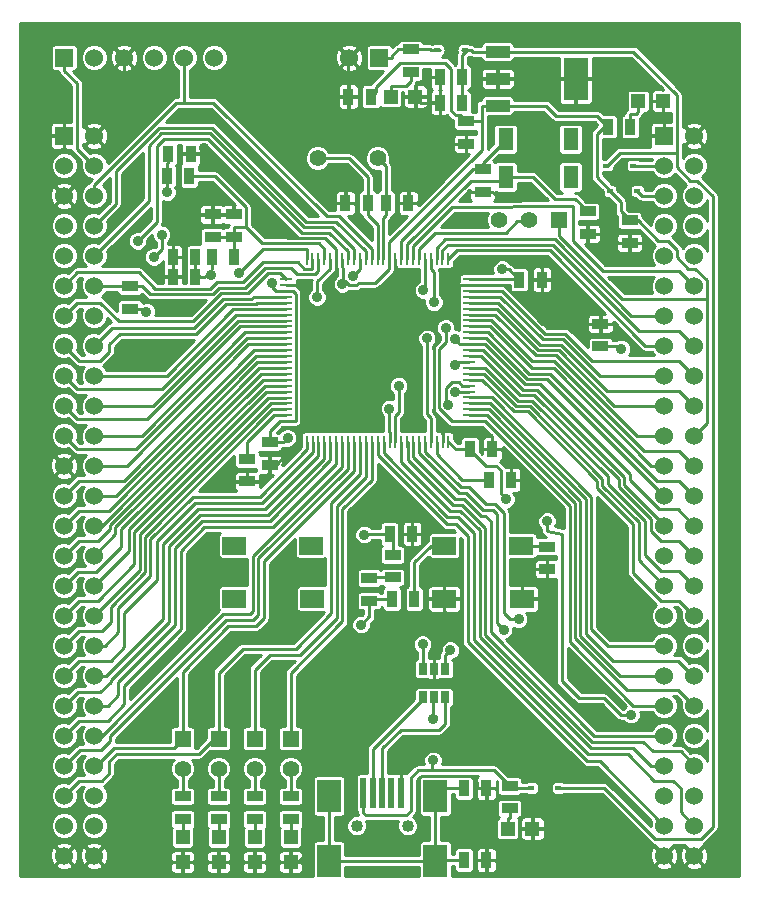
<source format=gtl>
G04 (created by PCBNEW (2013-07-07 BZR 4022)-stable) date 22/02/2014 22:22:10*
%MOIN*%
G04 Gerber Fmt 3.4, Leading zero omitted, Abs format*
%FSLAX34Y34*%
G01*
G70*
G90*
G04 APERTURE LIST*
%ADD10C,0.00590551*%
%ADD11R,0.055X0.035*%
%ADD12R,0.035X0.055*%
%ADD13R,0.0472X0.0472*%
%ADD14R,0.055X0.055*%
%ADD15C,0.055*%
%ADD16R,0.06X0.06*%
%ADD17C,0.06*%
%ADD18R,0.04X0.01*%
%ADD19R,0.01X0.04*%
%ADD20R,0.08X0.144*%
%ADD21R,0.08X0.04*%
%ADD22C,0.056*%
%ADD23R,0.0511811X0.0748031*%
%ADD24R,0.02X0.1*%
%ADD25R,0.0787402X0.11*%
%ADD26C,0.04*%
%ADD27R,0.019685X0.015748*%
%ADD28R,0.0275591X0.0393701*%
%ADD29R,0.0787402X0.0590551*%
%ADD30C,0.035*%
%ADD31C,0.01*%
G04 APERTURE END LIST*
G54D10*
G54D11*
X52100Y-51250D03*
X52100Y-50500D03*
G54D12*
X46725Y-39050D03*
X47475Y-39050D03*
X46125Y-39050D03*
X45375Y-39050D03*
G54D11*
X46175Y-52300D03*
X46175Y-51550D03*
G54D12*
X39625Y-40850D03*
X40375Y-40850D03*
X39625Y-41500D03*
X40375Y-41500D03*
G54D11*
X40950Y-39425D03*
X40950Y-40175D03*
X41650Y-39425D03*
X41650Y-40175D03*
X49400Y-37075D03*
X49400Y-36325D03*
G54D12*
X40225Y-37400D03*
X39475Y-37400D03*
X45475Y-35500D03*
X46225Y-35500D03*
G54D11*
X42850Y-47775D03*
X42850Y-47025D03*
G54D12*
X50275Y-47250D03*
X49525Y-47250D03*
X51925Y-41600D03*
X51175Y-41600D03*
G54D11*
X42100Y-47575D03*
X42100Y-48325D03*
X54850Y-40375D03*
X54850Y-39625D03*
G54D12*
X50150Y-48275D03*
X50900Y-48275D03*
X48525Y-35700D03*
X49275Y-35700D03*
X49275Y-34850D03*
X48525Y-34850D03*
G54D13*
X39950Y-60187D03*
X39950Y-61013D03*
X41150Y-60187D03*
X41150Y-61013D03*
X42350Y-60187D03*
X42350Y-61013D03*
X43550Y-60187D03*
X43550Y-61013D03*
X46887Y-35500D03*
X47713Y-35500D03*
X50787Y-59900D03*
X51613Y-59900D03*
X55137Y-35650D03*
X55963Y-35650D03*
G54D12*
X40175Y-38150D03*
X39425Y-38150D03*
G54D14*
X39950Y-56900D03*
G54D15*
X39950Y-57900D03*
G54D14*
X41150Y-56900D03*
G54D15*
X41150Y-57900D03*
G54D14*
X42350Y-56900D03*
G54D15*
X42350Y-57900D03*
G54D14*
X43550Y-56900D03*
G54D15*
X43550Y-57900D03*
G54D14*
X52500Y-39600D03*
G54D15*
X51500Y-39600D03*
X50500Y-39600D03*
G54D16*
X36000Y-36800D03*
G54D17*
X37000Y-36800D03*
X36000Y-37800D03*
X37000Y-37800D03*
X36000Y-38800D03*
X37000Y-38800D03*
X36000Y-39800D03*
X37000Y-39800D03*
X36000Y-40800D03*
X37000Y-40800D03*
X36000Y-41800D03*
X37000Y-41800D03*
X36000Y-42800D03*
X37000Y-42800D03*
X36000Y-43800D03*
X37000Y-43800D03*
X36000Y-44800D03*
X37000Y-44800D03*
X36000Y-45800D03*
X37000Y-45800D03*
X36000Y-46800D03*
X37000Y-46800D03*
X36000Y-47800D03*
X37000Y-47800D03*
X36000Y-48800D03*
X37000Y-48800D03*
X36000Y-49800D03*
X37000Y-49800D03*
X36000Y-50800D03*
X37000Y-50800D03*
X36000Y-51800D03*
X37000Y-51800D03*
X36000Y-52800D03*
X37000Y-52800D03*
X36000Y-53800D03*
X37000Y-53800D03*
X36000Y-54800D03*
X37000Y-54800D03*
X36000Y-55800D03*
X37000Y-55800D03*
X36000Y-56800D03*
X37000Y-56800D03*
X36000Y-57800D03*
X37000Y-57800D03*
X36000Y-58800D03*
X37000Y-58800D03*
X36000Y-59800D03*
X37000Y-59800D03*
X36000Y-60800D03*
X37000Y-60800D03*
G54D16*
X56000Y-36800D03*
G54D17*
X57000Y-36800D03*
X56000Y-37800D03*
X57000Y-37800D03*
X56000Y-38800D03*
X57000Y-38800D03*
X56000Y-39800D03*
X57000Y-39800D03*
X56000Y-40800D03*
X57000Y-40800D03*
X56000Y-41800D03*
X57000Y-41800D03*
X56000Y-42800D03*
X57000Y-42800D03*
X56000Y-43800D03*
X57000Y-43800D03*
X56000Y-44800D03*
X57000Y-44800D03*
X56000Y-45800D03*
X57000Y-45800D03*
X56000Y-46800D03*
X57000Y-46800D03*
X56000Y-47800D03*
X57000Y-47800D03*
X56000Y-48800D03*
X57000Y-48800D03*
X56000Y-49800D03*
X57000Y-49800D03*
X56000Y-50800D03*
X57000Y-50800D03*
X56000Y-51800D03*
X57000Y-51800D03*
X56000Y-52800D03*
X57000Y-52800D03*
X56000Y-53800D03*
X57000Y-53800D03*
X56000Y-54800D03*
X57000Y-54800D03*
X56000Y-55800D03*
X57000Y-55800D03*
X56000Y-56800D03*
X57000Y-56800D03*
X56000Y-57800D03*
X57000Y-57800D03*
X56000Y-58800D03*
X57000Y-58800D03*
X56000Y-59800D03*
X57000Y-59800D03*
X56000Y-60800D03*
X57000Y-60800D03*
G54D16*
X46500Y-34200D03*
G54D17*
X45500Y-34200D03*
G54D16*
X36000Y-34200D03*
G54D17*
X37000Y-34200D03*
X38000Y-34200D03*
X39000Y-34200D03*
X40000Y-34200D03*
X41000Y-34200D03*
G54D12*
X46850Y-50075D03*
X47600Y-50075D03*
G54D11*
X46950Y-51525D03*
X46950Y-50775D03*
G54D12*
X46925Y-52250D03*
X47675Y-52250D03*
G54D11*
X53875Y-43075D03*
X53875Y-43825D03*
X38200Y-41825D03*
X38200Y-42575D03*
X39950Y-59575D03*
X39950Y-58825D03*
X41150Y-59575D03*
X41150Y-58825D03*
X42350Y-59575D03*
X42350Y-58825D03*
X43550Y-59575D03*
X43550Y-58825D03*
G54D12*
X41675Y-40850D03*
X40925Y-40850D03*
G54D11*
X47550Y-34675D03*
X47550Y-33925D03*
X50850Y-59225D03*
X50850Y-58475D03*
G54D12*
X54875Y-36500D03*
X54125Y-36500D03*
G54D18*
X49500Y-41590D03*
X49500Y-46310D03*
X49500Y-46110D03*
X49500Y-45920D03*
X49500Y-45720D03*
X49500Y-45520D03*
X49500Y-45330D03*
X49500Y-45130D03*
X49500Y-44930D03*
X49500Y-44740D03*
X49500Y-44540D03*
X49500Y-44340D03*
X49500Y-44140D03*
X49500Y-43950D03*
X49500Y-43750D03*
X49500Y-43550D03*
X49500Y-43360D03*
X49500Y-43160D03*
X49500Y-42960D03*
X49500Y-42770D03*
X49500Y-42570D03*
X49500Y-42370D03*
X49500Y-42180D03*
X49500Y-41980D03*
X49500Y-41780D03*
G54D19*
X48810Y-47000D03*
X44090Y-47000D03*
X44290Y-47000D03*
X44480Y-47000D03*
X44680Y-47000D03*
X44880Y-47000D03*
X45070Y-47000D03*
X45270Y-47000D03*
X45470Y-47000D03*
X45660Y-47000D03*
X45860Y-47000D03*
X46060Y-47000D03*
X46260Y-47000D03*
X46450Y-47000D03*
X46650Y-47000D03*
X46850Y-47000D03*
X47040Y-47000D03*
X47240Y-47000D03*
X47440Y-47000D03*
X47630Y-47000D03*
X47830Y-47000D03*
X48030Y-47000D03*
X48220Y-47000D03*
X48420Y-47000D03*
X48620Y-47000D03*
X48810Y-40900D03*
X48610Y-40900D03*
X48420Y-40900D03*
X48220Y-40900D03*
X48020Y-40900D03*
X47830Y-40900D03*
X47630Y-40900D03*
X47430Y-40900D03*
X47240Y-40900D03*
X47040Y-40900D03*
X46840Y-40900D03*
X46640Y-40900D03*
X46450Y-40900D03*
X46250Y-40900D03*
X46050Y-40900D03*
X45860Y-40900D03*
X45660Y-40900D03*
X45460Y-40900D03*
X45270Y-40900D03*
X45070Y-40900D03*
X44870Y-40900D03*
X44680Y-40900D03*
X44480Y-40900D03*
X44280Y-40900D03*
X44090Y-40900D03*
G54D18*
X43400Y-41590D03*
X43400Y-41790D03*
X43400Y-41980D03*
X43400Y-42180D03*
X43400Y-42380D03*
X43400Y-42570D03*
X43400Y-42770D03*
X43400Y-42970D03*
X43400Y-43160D03*
X43400Y-43360D03*
X43400Y-43560D03*
X43400Y-43760D03*
X43400Y-43950D03*
X43400Y-44150D03*
X43400Y-44350D03*
X43400Y-44540D03*
X43400Y-44740D03*
X43400Y-44940D03*
X43400Y-45130D03*
X43400Y-45330D03*
X43400Y-45530D03*
X43400Y-45720D03*
X43400Y-45920D03*
X43400Y-46120D03*
X43400Y-46310D03*
G54D20*
X53050Y-34900D03*
G54D21*
X50450Y-34900D03*
X50450Y-35800D03*
X50450Y-34000D03*
G54D22*
X44450Y-37550D03*
X46450Y-37550D03*
G54D12*
X49325Y-58550D03*
X50075Y-58550D03*
X49325Y-60950D03*
X50075Y-60950D03*
G54D11*
X53450Y-40075D03*
X53450Y-39325D03*
X49950Y-38675D03*
X49950Y-37925D03*
G54D23*
X50717Y-38179D03*
X52882Y-38179D03*
X52882Y-36920D03*
X50717Y-36920D03*
G54D24*
X45970Y-58700D03*
X46285Y-58700D03*
X46600Y-58700D03*
X46914Y-58700D03*
X47229Y-58700D03*
G54D25*
X44828Y-60981D03*
X48371Y-60981D03*
X44828Y-58815D03*
X48371Y-58815D03*
G54D26*
X45750Y-59800D03*
X47450Y-59800D03*
G54D27*
X48447Y-33950D03*
X49352Y-33950D03*
X51572Y-58550D03*
X52477Y-58550D03*
X54197Y-38650D03*
X55102Y-38650D03*
X54072Y-37800D03*
X54977Y-37800D03*
G54D28*
X48699Y-54577D03*
X48325Y-54577D03*
X47950Y-54577D03*
X47950Y-55522D03*
X48325Y-55522D03*
X48699Y-55522D03*
G54D29*
X48670Y-50464D03*
X51229Y-50464D03*
X51268Y-52235D03*
X48670Y-52235D03*
X41670Y-50464D03*
X44229Y-50464D03*
X44268Y-52235D03*
X41670Y-52235D03*
G54D30*
X54575Y-43900D03*
X47950Y-53750D03*
X50650Y-53275D03*
X51150Y-52925D03*
X48875Y-53950D03*
X48101Y-43558D03*
X48719Y-43211D03*
X41823Y-41384D03*
X39250Y-40096D03*
X38985Y-40845D03*
X49034Y-43569D03*
X45616Y-41474D03*
X38453Y-40310D03*
X46845Y-45896D03*
X52100Y-49650D03*
X54900Y-56100D03*
X47150Y-45137D03*
X49039Y-45335D03*
X48808Y-45767D03*
X49039Y-44459D03*
X48326Y-42354D03*
X47975Y-41950D03*
X43450Y-46875D03*
X50725Y-48925D03*
X50600Y-41250D03*
X45900Y-53100D03*
X42935Y-41700D03*
X45272Y-41739D03*
X39425Y-38690D03*
X48300Y-56250D03*
X48300Y-57625D03*
X54150Y-40300D03*
X54650Y-41725D03*
X38025Y-44300D03*
X39550Y-42575D03*
X53300Y-54975D03*
X52525Y-57650D03*
X53850Y-56000D03*
X54200Y-53100D03*
X40550Y-55300D03*
X39100Y-56125D03*
X43900Y-55400D03*
X40550Y-52700D03*
X45550Y-60500D03*
X46700Y-61300D03*
X51450Y-38750D03*
X48900Y-39700D03*
X48900Y-37500D03*
X44500Y-38550D03*
X54150Y-34900D03*
X56500Y-39300D03*
X42857Y-39592D03*
X40050Y-36200D03*
X43200Y-34850D03*
X42400Y-35650D03*
X40600Y-35200D03*
X40664Y-37208D03*
X46000Y-50100D03*
X38743Y-42665D03*
X44439Y-42183D03*
X40900Y-41431D03*
G54D31*
X55430Y-38800D02*
X55252Y-38800D01*
X56000Y-38800D02*
X55430Y-38800D01*
X55252Y-38800D02*
X55102Y-38650D01*
X56000Y-37800D02*
X54925Y-37800D01*
X56150Y-60250D02*
X57224Y-60250D01*
X56430Y-37861D02*
X56430Y-37365D01*
X56430Y-37861D02*
X56868Y-38300D01*
X56868Y-38300D02*
X57114Y-38300D01*
X57114Y-38300D02*
X57624Y-38810D01*
X57624Y-38810D02*
X57624Y-57784D01*
X57624Y-59850D02*
X57624Y-57784D01*
X57224Y-60250D02*
X57624Y-59850D01*
X54723Y-37365D02*
X54531Y-37365D01*
X54531Y-37365D02*
X54097Y-37800D01*
X56430Y-37365D02*
X54723Y-37365D01*
X49275Y-33950D02*
X49427Y-33950D01*
X49427Y-33950D02*
X49580Y-33950D01*
X49275Y-34102D02*
X49275Y-34850D01*
X49427Y-33950D02*
X49275Y-34102D01*
X49275Y-34850D02*
X49275Y-35700D01*
X49630Y-34000D02*
X50450Y-34000D01*
X49580Y-33950D02*
X49630Y-34000D01*
X56430Y-35450D02*
X56430Y-37365D01*
X50450Y-34000D02*
X54979Y-34000D01*
X54979Y-34000D02*
X56430Y-35450D01*
X54004Y-58550D02*
X52425Y-58550D01*
X55704Y-60250D02*
X54004Y-58550D01*
X56171Y-60250D02*
X56150Y-60250D01*
X56150Y-60250D02*
X55704Y-60250D01*
X53875Y-43825D02*
X54500Y-43825D01*
X54500Y-43825D02*
X54575Y-43900D01*
X50369Y-42770D02*
X49500Y-42770D01*
X51725Y-44125D02*
X50369Y-42770D01*
X52413Y-44125D02*
X51725Y-44125D01*
X55087Y-46800D02*
X52413Y-44125D01*
X56000Y-46800D02*
X55087Y-46800D01*
X48699Y-55572D02*
X48699Y-56400D01*
X46600Y-57225D02*
X46600Y-58700D01*
X47225Y-56600D02*
X46600Y-57225D01*
X48500Y-56600D02*
X47225Y-56600D01*
X48699Y-56400D02*
X48500Y-56600D01*
X46285Y-58700D02*
X46285Y-57238D01*
X46285Y-57238D02*
X47950Y-55572D01*
X51229Y-50464D02*
X52064Y-50464D01*
X52064Y-50464D02*
X52100Y-50500D01*
X47675Y-52250D02*
X47675Y-51025D01*
X48235Y-50464D02*
X48670Y-50464D01*
X47675Y-51025D02*
X48235Y-50464D01*
X46250Y-40900D02*
X46250Y-40569D01*
X40000Y-34200D02*
X40000Y-35712D01*
X37000Y-38458D02*
X37000Y-38800D01*
X40000Y-35712D02*
X39746Y-35712D01*
X39746Y-35712D02*
X37000Y-38458D01*
X40979Y-35712D02*
X40000Y-35712D01*
X44756Y-39489D02*
X40979Y-35712D01*
X45169Y-39489D02*
X44756Y-39489D01*
X46250Y-40569D02*
X45169Y-39489D01*
X37769Y-41800D02*
X37794Y-41825D01*
X37000Y-41800D02*
X37769Y-41800D01*
X37997Y-41825D02*
X37794Y-41825D01*
X37997Y-41825D02*
X38200Y-41825D01*
X38200Y-41825D02*
X38605Y-41825D01*
X38865Y-42085D02*
X38605Y-41825D01*
X40949Y-42085D02*
X38865Y-42085D01*
X41165Y-41869D02*
X40949Y-42085D01*
X42046Y-41869D02*
X41165Y-41869D01*
X42709Y-41206D02*
X42046Y-41869D01*
X43568Y-41206D02*
X42709Y-41206D01*
X43772Y-41411D02*
X43568Y-41206D01*
X44375Y-41411D02*
X43772Y-41411D01*
X44480Y-41307D02*
X44375Y-41411D01*
X44480Y-40900D02*
X44480Y-41307D01*
X44280Y-40900D02*
X44280Y-41230D01*
X36439Y-41360D02*
X36000Y-41800D01*
X38502Y-41360D02*
X36439Y-41360D01*
X39046Y-41905D02*
X38502Y-41360D01*
X40875Y-41905D02*
X39046Y-41905D01*
X41091Y-41689D02*
X40875Y-41905D01*
X41972Y-41689D02*
X41091Y-41689D01*
X42634Y-41026D02*
X41972Y-41689D01*
X43782Y-41026D02*
X42634Y-41026D01*
X43986Y-41230D02*
X43782Y-41026D01*
X44280Y-41230D02*
X43986Y-41230D01*
X47630Y-47000D02*
X47630Y-47505D01*
X53675Y-56800D02*
X56000Y-56800D01*
X50225Y-53350D02*
X53675Y-56800D01*
X50225Y-49655D02*
X50225Y-53350D01*
X50044Y-49475D02*
X50225Y-49655D01*
X49900Y-49475D02*
X50044Y-49475D01*
X49327Y-48902D02*
X49900Y-49475D01*
X49027Y-48902D02*
X49327Y-48902D01*
X47630Y-47505D02*
X49027Y-48902D01*
X55940Y-56800D02*
X56000Y-56800D01*
X50425Y-52800D02*
X50425Y-53050D01*
X47830Y-47384D02*
X49160Y-48714D01*
X49160Y-48714D02*
X49414Y-48714D01*
X49414Y-48714D02*
X49975Y-49275D01*
X49975Y-49275D02*
X50294Y-49275D01*
X50294Y-49275D02*
X50425Y-49405D01*
X50425Y-49405D02*
X50425Y-52800D01*
X47830Y-47000D02*
X47830Y-47384D01*
X47950Y-53750D02*
X47950Y-54627D01*
X47950Y-53750D02*
X47950Y-53750D01*
X50425Y-53050D02*
X50650Y-53275D01*
X48699Y-54627D02*
X48699Y-54125D01*
X48030Y-47330D02*
X49225Y-48525D01*
X49225Y-48525D02*
X49500Y-48525D01*
X49500Y-48525D02*
X50050Y-49075D01*
X50050Y-49075D02*
X50350Y-49075D01*
X50350Y-49075D02*
X50650Y-49375D01*
X50650Y-49375D02*
X50650Y-52725D01*
X50650Y-52725D02*
X50850Y-52925D01*
X50850Y-52925D02*
X51150Y-52925D01*
X48030Y-47330D02*
X48030Y-47000D01*
X48699Y-54125D02*
X48875Y-53950D01*
X48101Y-46094D02*
X48101Y-43558D01*
X48220Y-46212D02*
X48101Y-46094D01*
X48220Y-47000D02*
X48220Y-46212D01*
X56000Y-55800D02*
X54975Y-55800D01*
X50030Y-46310D02*
X49500Y-46310D01*
X52850Y-49129D02*
X50030Y-46310D01*
X52850Y-53675D02*
X52850Y-49129D01*
X54975Y-55800D02*
X52850Y-53675D01*
X48916Y-46310D02*
X49500Y-46310D01*
X48499Y-45892D02*
X48916Y-46310D01*
X48499Y-43915D02*
X48499Y-45892D01*
X48719Y-43694D02*
X48499Y-43915D01*
X48719Y-43211D02*
X48719Y-43694D01*
X49500Y-46110D02*
X50085Y-46110D01*
X56475Y-55275D02*
X57000Y-55800D01*
X54750Y-55275D02*
X56475Y-55275D01*
X53030Y-53555D02*
X54750Y-55275D01*
X53030Y-49054D02*
X53030Y-53555D01*
X50085Y-46110D02*
X53030Y-49054D01*
X39250Y-40580D02*
X38985Y-40845D01*
X39250Y-40096D02*
X39250Y-40580D01*
X44090Y-40900D02*
X44090Y-40569D01*
X42637Y-40569D02*
X41823Y-41384D01*
X44090Y-40569D02*
X42637Y-40569D01*
X39550Y-42990D02*
X40299Y-42990D01*
X43197Y-41387D02*
X43400Y-41590D01*
X43197Y-41387D02*
X42794Y-41387D01*
X42794Y-41387D02*
X42133Y-42049D01*
X42133Y-42049D02*
X41240Y-42049D01*
X41240Y-42049D02*
X40570Y-42719D01*
X40299Y-42990D02*
X40570Y-42719D01*
X36437Y-42362D02*
X36000Y-42800D01*
X37196Y-42362D02*
X36437Y-42362D01*
X37824Y-42990D02*
X37196Y-42362D01*
X39575Y-42990D02*
X39550Y-42990D01*
X39550Y-42990D02*
X37824Y-42990D01*
X41314Y-42229D02*
X41314Y-42229D01*
X43400Y-42180D02*
X42305Y-42180D01*
X42305Y-42180D02*
X42255Y-42229D01*
X42255Y-42229D02*
X41314Y-42229D01*
X37600Y-43200D02*
X37000Y-43800D01*
X40344Y-43200D02*
X37600Y-43200D01*
X41314Y-42229D02*
X40344Y-43200D01*
X41400Y-42409D02*
X41389Y-42409D01*
X41389Y-42409D02*
X40399Y-43400D01*
X36500Y-44300D02*
X36000Y-43800D01*
X37200Y-44300D02*
X36500Y-44300D01*
X37500Y-44000D02*
X37200Y-44300D01*
X37500Y-43750D02*
X37500Y-44000D01*
X37850Y-43400D02*
X37500Y-43750D01*
X40399Y-43400D02*
X37850Y-43400D01*
X42392Y-42409D02*
X41400Y-42409D01*
X42422Y-42380D02*
X42392Y-42409D01*
X43400Y-42380D02*
X42422Y-42380D01*
X43400Y-42570D02*
X43069Y-42570D01*
X39426Y-44800D02*
X37000Y-44800D01*
X41636Y-42589D02*
X39426Y-44800D01*
X43050Y-42589D02*
X41636Y-42589D01*
X43069Y-42570D02*
X43050Y-42589D01*
X36437Y-45237D02*
X36000Y-44800D01*
X39264Y-45237D02*
X36437Y-45237D01*
X41732Y-42770D02*
X39264Y-45237D01*
X43069Y-42770D02*
X41732Y-42770D01*
X43069Y-42770D02*
X43069Y-42770D01*
X43400Y-42770D02*
X43069Y-42770D01*
X47240Y-47000D02*
X47240Y-47665D01*
X55550Y-57800D02*
X56000Y-57800D01*
X54975Y-57225D02*
X55550Y-57800D01*
X53550Y-57225D02*
X54975Y-57225D01*
X49850Y-53525D02*
X53550Y-57225D01*
X49850Y-49950D02*
X49850Y-53525D01*
X49200Y-49300D02*
X49850Y-49950D01*
X48875Y-49300D02*
X49200Y-49300D01*
X47240Y-47665D02*
X48875Y-49300D01*
X57000Y-57800D02*
X57000Y-57775D01*
X47449Y-47000D02*
X47440Y-47000D01*
X47449Y-47599D02*
X47449Y-47000D01*
X48950Y-49100D02*
X47449Y-47599D01*
X49270Y-49100D02*
X48950Y-49100D01*
X50044Y-49874D02*
X49270Y-49100D01*
X50044Y-53444D02*
X50044Y-49874D01*
X53600Y-57000D02*
X50044Y-53444D01*
X55300Y-57000D02*
X53600Y-57000D01*
X55625Y-57325D02*
X55300Y-57000D01*
X56550Y-57325D02*
X55625Y-57325D01*
X57000Y-57775D02*
X56550Y-57325D01*
X42033Y-43360D02*
X43400Y-43360D01*
X38593Y-46800D02*
X42033Y-43360D01*
X37000Y-46800D02*
X38593Y-46800D01*
X42088Y-43560D02*
X43400Y-43560D01*
X38411Y-47237D02*
X42088Y-43560D01*
X36437Y-47237D02*
X38411Y-47237D01*
X36000Y-46800D02*
X36437Y-47237D01*
X42886Y-45720D02*
X43069Y-45720D01*
X38517Y-50089D02*
X42886Y-45720D01*
X38517Y-51282D02*
X38517Y-50089D01*
X37000Y-52800D02*
X38517Y-51282D01*
X43400Y-45720D02*
X43069Y-45720D01*
X43400Y-45920D02*
X42941Y-45920D01*
X36500Y-53300D02*
X36000Y-53800D01*
X37250Y-53300D02*
X36500Y-53300D01*
X37550Y-53000D02*
X37250Y-53300D01*
X37550Y-52504D02*
X37550Y-53000D01*
X38697Y-51357D02*
X37550Y-52504D01*
X38697Y-50164D02*
X38697Y-51357D01*
X42941Y-45920D02*
X38697Y-50164D01*
X44090Y-47000D02*
X44090Y-47260D01*
X37350Y-53800D02*
X37000Y-53800D01*
X37800Y-53350D02*
X37350Y-53800D01*
X37800Y-52550D02*
X37800Y-53350D01*
X38877Y-51472D02*
X37800Y-52550D01*
X38877Y-50238D02*
X38877Y-51472D01*
X40282Y-48832D02*
X38877Y-50238D01*
X42517Y-48832D02*
X40282Y-48832D01*
X44090Y-47260D02*
X42517Y-48832D01*
X44290Y-47000D02*
X44290Y-47360D01*
X36500Y-54300D02*
X36000Y-54800D01*
X37550Y-54300D02*
X36500Y-54300D01*
X38000Y-53850D02*
X37550Y-54300D01*
X38000Y-52700D02*
X38000Y-53850D01*
X39100Y-51600D02*
X38000Y-52700D01*
X39100Y-50300D02*
X39100Y-51600D01*
X40364Y-49035D02*
X39100Y-50300D01*
X42614Y-49035D02*
X40364Y-49035D01*
X44290Y-47360D02*
X42614Y-49035D01*
X44480Y-47000D02*
X44480Y-47470D01*
X37400Y-54800D02*
X37000Y-54800D01*
X39300Y-52900D02*
X37400Y-54800D01*
X39300Y-50400D02*
X39300Y-52900D01*
X40450Y-49250D02*
X39300Y-50400D01*
X42700Y-49250D02*
X40450Y-49250D01*
X44480Y-47470D02*
X42700Y-49250D01*
X44680Y-47000D02*
X44680Y-47570D01*
X36450Y-55350D02*
X36000Y-55800D01*
X37200Y-55350D02*
X36450Y-55350D01*
X37550Y-55000D02*
X37200Y-55350D01*
X37550Y-54950D02*
X37550Y-55000D01*
X39500Y-53000D02*
X37550Y-54950D01*
X39500Y-50480D02*
X39500Y-53000D01*
X40530Y-49450D02*
X39500Y-50480D01*
X42800Y-49450D02*
X40530Y-49450D01*
X44680Y-47570D02*
X42800Y-49450D01*
X42143Y-43760D02*
X43400Y-43760D01*
X38103Y-47800D02*
X42143Y-43760D01*
X37000Y-47800D02*
X38103Y-47800D01*
X49500Y-43750D02*
X49830Y-43750D01*
X49169Y-43704D02*
X49034Y-43569D01*
X49169Y-43750D02*
X49169Y-43704D01*
X49500Y-43750D02*
X49169Y-43750D01*
X50017Y-43750D02*
X49830Y-43750D01*
X51357Y-45090D02*
X50017Y-43750D01*
X51867Y-45090D02*
X51357Y-45090D01*
X54848Y-48071D02*
X51867Y-45090D01*
X54848Y-48262D02*
X54848Y-48071D01*
X55834Y-49248D02*
X54848Y-48262D01*
X56448Y-49248D02*
X55834Y-49248D01*
X57000Y-49800D02*
X56448Y-49248D01*
X50072Y-43550D02*
X49500Y-43550D01*
X51431Y-44909D02*
X50072Y-43550D01*
X52109Y-44909D02*
X51431Y-44909D01*
X56000Y-48800D02*
X52109Y-44909D01*
X50136Y-43360D02*
X49500Y-43360D01*
X51506Y-44729D02*
X50136Y-43360D01*
X52207Y-44729D02*
X51506Y-44729D01*
X55777Y-48300D02*
X52207Y-44729D01*
X56500Y-48300D02*
X55777Y-48300D01*
X57000Y-48800D02*
X56500Y-48300D01*
X50191Y-43160D02*
X49500Y-43160D01*
X51581Y-44549D02*
X50191Y-43160D01*
X52327Y-44549D02*
X51581Y-44549D01*
X55578Y-47800D02*
X52327Y-44549D01*
X56000Y-47800D02*
X55578Y-47800D01*
X49500Y-42960D02*
X49830Y-42960D01*
X50246Y-42960D02*
X49830Y-42960D01*
X51592Y-44305D02*
X50246Y-42960D01*
X52338Y-44305D02*
X51592Y-44305D01*
X55332Y-47300D02*
X52338Y-44305D01*
X56500Y-47300D02*
X55332Y-47300D01*
X57000Y-47800D02*
X56500Y-47300D01*
X49500Y-42570D02*
X49830Y-42570D01*
X50424Y-42570D02*
X49830Y-42570D01*
X51799Y-43945D02*
X50424Y-42570D01*
X52487Y-43945D02*
X51799Y-43945D01*
X54342Y-45800D02*
X52487Y-43945D01*
X56000Y-45800D02*
X54342Y-45800D01*
X50478Y-42370D02*
X49500Y-42370D01*
X51874Y-43765D02*
X50478Y-42370D01*
X52562Y-43765D02*
X51874Y-43765D01*
X54097Y-45300D02*
X52562Y-43765D01*
X56500Y-45300D02*
X54097Y-45300D01*
X57000Y-45800D02*
X56500Y-45300D01*
X37717Y-39082D02*
X37000Y-39800D01*
X37717Y-37995D02*
X37717Y-39082D01*
X39170Y-36542D02*
X37717Y-37995D01*
X40940Y-36542D02*
X39170Y-36542D01*
X44066Y-39669D02*
X40940Y-36542D01*
X45066Y-39669D02*
X44066Y-39669D01*
X46050Y-40652D02*
X45066Y-39669D01*
X46050Y-40900D02*
X46050Y-40652D01*
X45860Y-41230D02*
X45616Y-41474D01*
X45860Y-40900D02*
X45860Y-41230D01*
X49500Y-45920D02*
X50149Y-45920D01*
X54529Y-54800D02*
X56000Y-54800D01*
X53210Y-53480D02*
X54529Y-54800D01*
X53210Y-48980D02*
X53210Y-53480D01*
X50149Y-45920D02*
X53210Y-48980D01*
X49500Y-45720D02*
X50204Y-45720D01*
X56975Y-54800D02*
X57000Y-54800D01*
X56475Y-54300D02*
X56975Y-54800D01*
X54284Y-54300D02*
X56475Y-54300D01*
X53390Y-53405D02*
X54284Y-54300D01*
X53390Y-48905D02*
X53390Y-53405D01*
X50204Y-45720D02*
X53390Y-48905D01*
X49500Y-45520D02*
X50258Y-45520D01*
X54125Y-53800D02*
X56000Y-53800D01*
X53570Y-53245D02*
X54125Y-53800D01*
X53570Y-48831D02*
X53570Y-53245D01*
X50258Y-45520D02*
X53570Y-48831D01*
X47630Y-40900D02*
X47630Y-40489D01*
X56500Y-41300D02*
X57000Y-41800D01*
X53950Y-41300D02*
X56500Y-41300D01*
X52950Y-40300D02*
X53950Y-41300D01*
X52950Y-39150D02*
X52950Y-40300D01*
X47630Y-40489D02*
X48944Y-39174D01*
X48944Y-39174D02*
X52950Y-39150D01*
X45660Y-40900D02*
X45660Y-40569D01*
X38831Y-38968D02*
X37000Y-40800D01*
X38831Y-37136D02*
X38831Y-38968D01*
X39245Y-36722D02*
X38831Y-37136D01*
X40865Y-36722D02*
X39245Y-36722D01*
X43991Y-39849D02*
X40865Y-36722D01*
X44939Y-39849D02*
X43991Y-39849D01*
X45660Y-40569D02*
X44939Y-39849D01*
X39085Y-39678D02*
X38453Y-40310D01*
X39085Y-37137D02*
X39085Y-39678D01*
X39319Y-36903D02*
X39085Y-37137D01*
X40790Y-36903D02*
X39319Y-36903D01*
X43917Y-40029D02*
X40790Y-36903D01*
X44838Y-40029D02*
X43917Y-40029D01*
X45460Y-40651D02*
X44838Y-40029D01*
X45460Y-40900D02*
X45460Y-40651D01*
X43400Y-42970D02*
X43069Y-42970D01*
X41787Y-42970D02*
X43069Y-42970D01*
X38957Y-45800D02*
X41787Y-42970D01*
X37000Y-45800D02*
X38957Y-45800D01*
X41851Y-43160D02*
X43400Y-43160D01*
X38774Y-46237D02*
X41851Y-43160D01*
X36437Y-46237D02*
X38774Y-46237D01*
X36000Y-45800D02*
X36437Y-46237D01*
X46450Y-47000D02*
X46450Y-47450D01*
X53850Y-57650D02*
X56000Y-59800D01*
X53425Y-57650D02*
X53850Y-57650D01*
X49450Y-53675D02*
X53425Y-57650D01*
X49450Y-50150D02*
X49450Y-53675D01*
X49050Y-49750D02*
X49450Y-50150D01*
X48750Y-49750D02*
X49050Y-49750D01*
X46450Y-47450D02*
X48750Y-49750D01*
X46650Y-47000D02*
X46650Y-47375D01*
X56550Y-59350D02*
X57000Y-59800D01*
X56550Y-58550D02*
X56550Y-59350D01*
X56300Y-58300D02*
X56550Y-58550D01*
X55675Y-58300D02*
X56300Y-58300D01*
X54800Y-57425D02*
X55675Y-58300D01*
X53475Y-57425D02*
X54800Y-57425D01*
X49650Y-53600D02*
X53475Y-57425D01*
X49650Y-50030D02*
X49650Y-53600D01*
X49119Y-49500D02*
X49650Y-50030D01*
X48775Y-49500D02*
X49119Y-49500D01*
X46650Y-47375D02*
X48775Y-49500D01*
X54900Y-56100D02*
X54550Y-56100D01*
X52100Y-49975D02*
X52599Y-50074D01*
X52599Y-50074D02*
X52588Y-52913D01*
X46845Y-46664D02*
X46845Y-45896D01*
X46850Y-46669D02*
X46845Y-46664D01*
X46850Y-46669D02*
X46850Y-47000D01*
X52100Y-49650D02*
X52100Y-49975D01*
X52588Y-54963D02*
X52588Y-52913D01*
X53175Y-55550D02*
X52588Y-54963D01*
X54000Y-55550D02*
X53175Y-55550D01*
X54550Y-56100D02*
X54000Y-55550D01*
X54748Y-56100D02*
X54900Y-56100D01*
X47150Y-46023D02*
X47150Y-45137D01*
X47040Y-46133D02*
X47150Y-46023D01*
X47040Y-47000D02*
X47040Y-46133D01*
X49045Y-45330D02*
X49039Y-45335D01*
X49500Y-45330D02*
X49045Y-45330D01*
X48731Y-45690D02*
X48808Y-45767D01*
X48731Y-45208D02*
X48731Y-45690D01*
X48920Y-45020D02*
X48731Y-45208D01*
X49156Y-45020D02*
X48920Y-45020D01*
X49266Y-45130D02*
X49156Y-45020D01*
X49500Y-45130D02*
X49266Y-45130D01*
X37000Y-56800D02*
X37250Y-56800D01*
X45270Y-47830D02*
X45270Y-47000D01*
X42300Y-50800D02*
X45270Y-47830D01*
X42300Y-52650D02*
X42300Y-50800D01*
X42200Y-52750D02*
X42300Y-52650D01*
X41300Y-52750D02*
X42200Y-52750D01*
X37250Y-56800D02*
X41300Y-52750D01*
X45470Y-47000D02*
X45470Y-47905D01*
X36525Y-57275D02*
X36000Y-57800D01*
X37225Y-57275D02*
X36525Y-57275D01*
X37525Y-56975D02*
X37225Y-57275D01*
X37525Y-56825D02*
X37525Y-56975D01*
X41400Y-52950D02*
X37525Y-56825D01*
X42300Y-52950D02*
X41400Y-52950D01*
X42480Y-52769D02*
X42300Y-52950D01*
X42480Y-50894D02*
X42480Y-52769D01*
X45470Y-47905D02*
X42480Y-50894D01*
X45660Y-47000D02*
X45660Y-47990D01*
X39950Y-54675D02*
X39950Y-56900D01*
X41475Y-53150D02*
X39950Y-54675D01*
X42400Y-53150D02*
X41475Y-53150D01*
X42660Y-52889D02*
X42400Y-53150D01*
X42660Y-50989D02*
X42660Y-52889D01*
X45660Y-47990D02*
X42660Y-50989D01*
X37000Y-57800D02*
X37050Y-57800D01*
X39650Y-57200D02*
X39950Y-56900D01*
X37650Y-57200D02*
X39650Y-57200D01*
X37050Y-57800D02*
X37650Y-57200D01*
X45860Y-47000D02*
X45860Y-48090D01*
X41150Y-54700D02*
X41150Y-56900D01*
X41950Y-53900D02*
X41150Y-54700D01*
X43725Y-53900D02*
X41950Y-53900D01*
X44900Y-52725D02*
X43725Y-53900D01*
X44900Y-49050D02*
X44900Y-52725D01*
X45860Y-48090D02*
X44900Y-49050D01*
X41150Y-56900D02*
X41000Y-56900D01*
X36500Y-58300D02*
X36000Y-58800D01*
X37250Y-58300D02*
X36500Y-58300D01*
X37500Y-58050D02*
X37250Y-58300D01*
X37500Y-57650D02*
X37500Y-58050D01*
X37750Y-57400D02*
X37500Y-57650D01*
X40500Y-57400D02*
X37750Y-57400D01*
X41000Y-56900D02*
X40500Y-57400D01*
X46060Y-47000D02*
X46060Y-48170D01*
X42350Y-54600D02*
X42350Y-56900D01*
X42850Y-54100D02*
X42350Y-54600D01*
X43875Y-54100D02*
X42850Y-54100D01*
X45100Y-52875D02*
X43875Y-54100D01*
X45100Y-49130D02*
X45100Y-52875D01*
X46060Y-48170D02*
X45100Y-49130D01*
X46260Y-47000D02*
X46260Y-48265D01*
X43550Y-54725D02*
X43550Y-56900D01*
X45280Y-52994D02*
X43550Y-54725D01*
X45280Y-49244D02*
X45280Y-52994D01*
X46260Y-48265D02*
X45280Y-49244D01*
X49923Y-44930D02*
X49500Y-44930D01*
X50984Y-45990D02*
X49923Y-44930D01*
X51453Y-45990D02*
X50984Y-45990D01*
X53767Y-48304D02*
X51453Y-45990D01*
X53767Y-48550D02*
X53767Y-48304D01*
X54971Y-49754D02*
X53767Y-48550D01*
X54971Y-51386D02*
X54971Y-49754D01*
X55884Y-52300D02*
X54971Y-51386D01*
X56500Y-52300D02*
X55884Y-52300D01*
X57000Y-52800D02*
X56500Y-52300D01*
X49500Y-44740D02*
X49830Y-44740D01*
X49988Y-44740D02*
X49830Y-44740D01*
X51058Y-45810D02*
X49988Y-44740D01*
X51527Y-45810D02*
X51058Y-45810D01*
X53947Y-48230D02*
X51527Y-45810D01*
X53947Y-48475D02*
X53947Y-48230D01*
X55151Y-49679D02*
X53947Y-48475D01*
X55151Y-50951D02*
X55151Y-49679D01*
X56000Y-51800D02*
X55151Y-50951D01*
X50043Y-44540D02*
X49500Y-44540D01*
X51133Y-45630D02*
X50043Y-44540D01*
X51602Y-45630D02*
X51133Y-45630D01*
X54127Y-48155D02*
X51602Y-45630D01*
X54127Y-48401D02*
X54127Y-48155D01*
X55379Y-49652D02*
X54127Y-48401D01*
X55379Y-50787D02*
X55379Y-49652D01*
X55891Y-51300D02*
X55379Y-50787D01*
X56500Y-51300D02*
X55891Y-51300D01*
X57000Y-51800D02*
X56500Y-51300D01*
X49158Y-44340D02*
X49039Y-44459D01*
X49500Y-44340D02*
X49158Y-44340D01*
X49897Y-44140D02*
X49500Y-44140D01*
X51208Y-45450D02*
X49897Y-44140D01*
X51677Y-45450D02*
X51208Y-45450D01*
X54487Y-48261D02*
X51677Y-45450D01*
X54487Y-48506D02*
X54487Y-48261D01*
X55559Y-49578D02*
X54487Y-48506D01*
X55559Y-49977D02*
X55559Y-49578D01*
X55882Y-50300D02*
X55559Y-49977D01*
X56500Y-50300D02*
X55882Y-50300D01*
X57000Y-50800D02*
X56500Y-50300D01*
X49962Y-43950D02*
X49500Y-43950D01*
X51282Y-45270D02*
X49962Y-43950D01*
X51751Y-45270D02*
X51282Y-45270D01*
X54668Y-48186D02*
X51751Y-45270D01*
X54668Y-48432D02*
X54668Y-48186D01*
X56000Y-49764D02*
X54668Y-48432D01*
X56000Y-49800D02*
X56000Y-49764D01*
X44880Y-47000D02*
X44880Y-47624D01*
X37450Y-55800D02*
X37000Y-55800D01*
X37800Y-55450D02*
X37450Y-55800D01*
X37800Y-55000D02*
X37800Y-55450D01*
X39700Y-53100D02*
X37800Y-55000D01*
X39700Y-50550D02*
X39700Y-53100D01*
X40600Y-49650D02*
X39700Y-50550D01*
X42854Y-49650D02*
X40600Y-49650D01*
X44880Y-47624D02*
X42854Y-49650D01*
X45070Y-47000D02*
X45070Y-47730D01*
X36500Y-56300D02*
X36000Y-56800D01*
X37450Y-56300D02*
X36500Y-56300D01*
X38000Y-55750D02*
X37450Y-56300D01*
X38000Y-55150D02*
X38000Y-55750D01*
X39900Y-53250D02*
X38000Y-55150D01*
X39900Y-50630D02*
X39900Y-53250D01*
X40680Y-49850D02*
X39900Y-50630D01*
X42950Y-49850D02*
X40680Y-49850D01*
X45070Y-47730D02*
X42950Y-49850D01*
X50543Y-42180D02*
X49500Y-42180D01*
X51949Y-43585D02*
X50543Y-42180D01*
X52637Y-43585D02*
X51949Y-43585D01*
X53851Y-44800D02*
X52637Y-43585D01*
X56000Y-44800D02*
X53851Y-44800D01*
X49500Y-41980D02*
X49830Y-41980D01*
X50598Y-41980D02*
X49830Y-41980D01*
X52023Y-43405D02*
X50598Y-41980D01*
X52711Y-43405D02*
X52023Y-43405D01*
X53606Y-44300D02*
X52711Y-43405D01*
X56500Y-44300D02*
X53606Y-44300D01*
X57000Y-44800D02*
X56500Y-44300D01*
X42509Y-44540D02*
X43400Y-44540D01*
X37249Y-49800D02*
X42509Y-44540D01*
X37000Y-49800D02*
X37249Y-49800D01*
X43400Y-44740D02*
X43069Y-44740D01*
X42564Y-44740D02*
X43069Y-44740D01*
X37519Y-49785D02*
X42564Y-44740D01*
X37519Y-49909D02*
X37519Y-49785D01*
X37128Y-50300D02*
X37519Y-49909D01*
X36500Y-50300D02*
X37128Y-50300D01*
X36000Y-50800D02*
X36500Y-50300D01*
X42619Y-44940D02*
X43400Y-44940D01*
X37713Y-49845D02*
X42619Y-44940D01*
X37713Y-50086D02*
X37713Y-49845D01*
X37000Y-50800D02*
X37713Y-50086D01*
X43400Y-45130D02*
X43069Y-45130D01*
X42683Y-45130D02*
X43069Y-45130D01*
X37897Y-49915D02*
X42683Y-45130D01*
X37897Y-50516D02*
X37897Y-49915D01*
X37070Y-51343D02*
X37897Y-50516D01*
X36456Y-51343D02*
X37070Y-51343D01*
X36000Y-51800D02*
X36456Y-51343D01*
X42738Y-45330D02*
X43400Y-45330D01*
X38156Y-49911D02*
X42738Y-45330D01*
X38156Y-50643D02*
X38156Y-49911D01*
X37000Y-51800D02*
X38156Y-50643D01*
X42810Y-45530D02*
X43400Y-45530D01*
X38336Y-50004D02*
X42810Y-45530D01*
X38336Y-51078D02*
X38336Y-50004D01*
X37115Y-52300D02*
X38336Y-51078D01*
X36500Y-52300D02*
X37115Y-52300D01*
X36000Y-52800D02*
X36500Y-52300D01*
X56000Y-43800D02*
X55375Y-43800D01*
X49099Y-40610D02*
X48810Y-40900D01*
X52185Y-40610D02*
X49099Y-40610D01*
X55375Y-43800D02*
X52185Y-40610D01*
X55900Y-43700D02*
X56000Y-43800D01*
X48610Y-40900D02*
X48610Y-40620D01*
X56500Y-43300D02*
X57000Y-43800D01*
X55154Y-43300D02*
X56500Y-43300D01*
X52284Y-40430D02*
X55154Y-43300D01*
X48800Y-40430D02*
X52284Y-40430D01*
X48610Y-40620D02*
X48800Y-40430D01*
X48420Y-40900D02*
X48420Y-40539D01*
X54909Y-42800D02*
X56000Y-42800D01*
X52359Y-40250D02*
X54909Y-42800D01*
X48709Y-40250D02*
X52359Y-40250D01*
X48420Y-40539D02*
X48709Y-40250D01*
X48220Y-40900D02*
X48220Y-41230D01*
X48326Y-41336D02*
X48326Y-42354D01*
X48220Y-41230D02*
X48326Y-41336D01*
X48020Y-40900D02*
X48020Y-41905D01*
X48020Y-41905D02*
X47975Y-41950D01*
X43400Y-43950D02*
X43069Y-43950D01*
X42335Y-43950D02*
X43069Y-43950D01*
X37985Y-48300D02*
X42335Y-43950D01*
X36500Y-48300D02*
X37985Y-48300D01*
X36000Y-48800D02*
X36500Y-48300D01*
X42390Y-44150D02*
X43400Y-44150D01*
X37740Y-48800D02*
X42390Y-44150D01*
X37000Y-48800D02*
X37740Y-48800D01*
X42444Y-44350D02*
X43400Y-44350D01*
X37494Y-49300D02*
X42444Y-44350D01*
X36500Y-49300D02*
X37494Y-49300D01*
X36000Y-49800D02*
X36500Y-49300D01*
X42850Y-47025D02*
X43300Y-47025D01*
X43300Y-47025D02*
X43450Y-46875D01*
X49525Y-47250D02*
X49525Y-47275D01*
X49525Y-47275D02*
X50050Y-47800D01*
X50050Y-47800D02*
X50400Y-47800D01*
X50400Y-47800D02*
X50550Y-47950D01*
X50550Y-47950D02*
X50550Y-48725D01*
X50550Y-48725D02*
X50725Y-48900D01*
X50725Y-48900D02*
X50725Y-48925D01*
X43400Y-46310D02*
X43190Y-46310D01*
X42850Y-46650D02*
X42850Y-47025D01*
X43190Y-46310D02*
X42850Y-46650D01*
X50600Y-41250D02*
X50825Y-41250D01*
X50825Y-41250D02*
X51175Y-41600D01*
X49500Y-41590D02*
X51165Y-41590D01*
X51165Y-41590D02*
X51175Y-41600D01*
X49525Y-47250D02*
X49060Y-47250D01*
X49060Y-47250D02*
X48810Y-47000D01*
X46175Y-52300D02*
X46175Y-52825D01*
X46175Y-52825D02*
X45900Y-53100D01*
X46925Y-52250D02*
X46225Y-52250D01*
X46225Y-52250D02*
X46175Y-52300D01*
X50450Y-35800D02*
X52050Y-35800D01*
X53775Y-36150D02*
X54125Y-36500D01*
X52400Y-36150D02*
X53775Y-36150D01*
X52050Y-35800D02*
X52400Y-36150D01*
X54125Y-36500D02*
X54000Y-36500D01*
X54000Y-36500D02*
X53750Y-36750D01*
X53750Y-36750D02*
X53750Y-38175D01*
X53750Y-38175D02*
X54175Y-38600D01*
X55875Y-40300D02*
X55800Y-40300D01*
X57434Y-42236D02*
X57434Y-41625D01*
X57434Y-41625D02*
X57039Y-41230D01*
X57039Y-41230D02*
X56798Y-41230D01*
X56798Y-41230D02*
X56430Y-40861D01*
X56430Y-40861D02*
X56430Y-40598D01*
X56430Y-40598D02*
X56131Y-40300D01*
X56131Y-40300D02*
X55875Y-40300D01*
X55125Y-39625D02*
X54850Y-39625D01*
X55800Y-40300D02*
X55125Y-39625D01*
X54175Y-38600D02*
X54175Y-38625D01*
X54175Y-38625D02*
X54550Y-39000D01*
X54550Y-39000D02*
X54550Y-39325D01*
X54550Y-39325D02*
X54850Y-39625D01*
X55790Y-42236D02*
X54600Y-42236D01*
X54600Y-42236D02*
X52500Y-40136D01*
X52500Y-40136D02*
X52500Y-39600D01*
X57434Y-42236D02*
X55790Y-42236D01*
X49054Y-36122D02*
X49197Y-36122D01*
X48900Y-35968D02*
X49054Y-36122D01*
X48900Y-34587D02*
X48900Y-35968D01*
X48682Y-34369D02*
X48900Y-34587D01*
X47201Y-34369D02*
X48682Y-34369D01*
X46385Y-35185D02*
X47201Y-34369D01*
X49197Y-36122D02*
X49400Y-36325D01*
X49400Y-36325D02*
X49919Y-36325D01*
X49919Y-36325D02*
X49900Y-36305D01*
X49900Y-36305D02*
X49900Y-36300D01*
X49900Y-36300D02*
X49919Y-36300D01*
X46385Y-35185D02*
X46385Y-35339D01*
X46385Y-35339D02*
X46225Y-35500D01*
X46925Y-52250D02*
X46925Y-52250D01*
X50450Y-35800D02*
X49919Y-35800D01*
X45270Y-40900D02*
X45270Y-41185D01*
X43400Y-46310D02*
X43730Y-46310D01*
X43730Y-42062D02*
X43730Y-46310D01*
X43647Y-41980D02*
X43730Y-42062D01*
X43400Y-41980D02*
X43647Y-41980D01*
X39475Y-37694D02*
X39475Y-37400D01*
X39425Y-37744D02*
X39475Y-37694D01*
X39425Y-38150D02*
X39425Y-37744D01*
X43400Y-41980D02*
X43069Y-41980D01*
X57434Y-46365D02*
X57434Y-42236D01*
X57000Y-46800D02*
X57434Y-46365D01*
X46840Y-40359D02*
X46840Y-40900D01*
X42935Y-41845D02*
X42935Y-41700D01*
X43069Y-41980D02*
X42935Y-41845D01*
X46840Y-40900D02*
X46840Y-41230D01*
X45361Y-41651D02*
X45272Y-41739D01*
X45310Y-41600D02*
X45361Y-41651D01*
X45310Y-41225D02*
X45310Y-41600D01*
X45270Y-41185D02*
X45310Y-41225D01*
X46366Y-41704D02*
X46840Y-41230D01*
X45817Y-41704D02*
X46366Y-41704D01*
X45742Y-41779D02*
X45817Y-41704D01*
X45489Y-41779D02*
X45742Y-41779D01*
X45361Y-41651D02*
X45489Y-41779D01*
X36430Y-35060D02*
X36000Y-34630D01*
X36430Y-37230D02*
X36430Y-35060D01*
X37000Y-37800D02*
X36430Y-37230D01*
X36000Y-34200D02*
X36000Y-34630D01*
X39425Y-38150D02*
X39425Y-38690D01*
X49919Y-35800D02*
X49919Y-36122D01*
X46382Y-35188D02*
X46385Y-35185D01*
X49919Y-37279D02*
X46840Y-40359D01*
X49919Y-36850D02*
X49919Y-37279D01*
X49919Y-36122D02*
X49919Y-36300D01*
X49919Y-36300D02*
X49919Y-36850D01*
X51572Y-58550D02*
X50925Y-58550D01*
X50925Y-58550D02*
X50850Y-58475D01*
X48275Y-57650D02*
X48275Y-57950D01*
X48300Y-57625D02*
X48275Y-57650D01*
X48300Y-56250D02*
X48300Y-55597D01*
X48300Y-55597D02*
X48325Y-55572D01*
X48400Y-56150D02*
X48300Y-56250D01*
X47950Y-57950D02*
X47800Y-57950D01*
X47800Y-57950D02*
X47550Y-58200D01*
X47550Y-58200D02*
X47550Y-59300D01*
X47550Y-59300D02*
X47400Y-59450D01*
X47400Y-59450D02*
X46050Y-59450D01*
X46050Y-59450D02*
X45970Y-59370D01*
X45970Y-59370D02*
X45970Y-58700D01*
X47950Y-57950D02*
X48275Y-57950D01*
X48275Y-57950D02*
X49600Y-57950D01*
X50850Y-58474D02*
X50325Y-57950D01*
X49600Y-57950D02*
X50325Y-57950D01*
X50850Y-58474D02*
X50850Y-58475D01*
X53925Y-40075D02*
X54150Y-40300D01*
X53450Y-40075D02*
X53925Y-40075D01*
X51613Y-59537D02*
X52050Y-59100D01*
X52050Y-59100D02*
X52050Y-58100D01*
X52050Y-58100D02*
X52525Y-57650D01*
X51613Y-59900D02*
X51613Y-59537D01*
X43787Y-61013D02*
X43550Y-61013D01*
X44150Y-55650D02*
X43900Y-55400D01*
X44150Y-60650D02*
X44150Y-55650D01*
X43787Y-61013D02*
X44150Y-60650D01*
X42850Y-47775D02*
X43050Y-47775D01*
X43800Y-46800D02*
X43910Y-46689D01*
X43800Y-47025D02*
X43800Y-46800D01*
X43050Y-47775D02*
X43800Y-47025D01*
X48620Y-46648D02*
X50048Y-46648D01*
X50275Y-46875D02*
X50275Y-47250D01*
X50048Y-46648D02*
X50275Y-46875D01*
X49500Y-41780D02*
X50652Y-41780D01*
X51947Y-43075D02*
X53875Y-43075D01*
X50652Y-41780D02*
X51947Y-43075D01*
X42850Y-47775D02*
X42850Y-48000D01*
X42525Y-48325D02*
X42100Y-48325D01*
X42850Y-48000D02*
X42525Y-48325D01*
X47769Y-58950D02*
X47769Y-59519D01*
X47400Y-60500D02*
X45550Y-60500D01*
X47900Y-60000D02*
X47400Y-60500D01*
X47900Y-59650D02*
X47900Y-60000D01*
X47769Y-59519D02*
X47900Y-59650D01*
X50275Y-38675D02*
X50350Y-38750D01*
X50350Y-38750D02*
X51450Y-38750D01*
X49950Y-38675D02*
X50275Y-38675D01*
X45475Y-35500D02*
X45475Y-34225D01*
X45475Y-34225D02*
X45500Y-34200D01*
X48525Y-35700D02*
X47913Y-35700D01*
X47913Y-35700D02*
X47713Y-35500D01*
X48525Y-37900D02*
X48525Y-37875D01*
X48525Y-37875D02*
X48900Y-37500D01*
X44912Y-38550D02*
X44500Y-38550D01*
X53050Y-34900D02*
X50450Y-34900D01*
X53050Y-34900D02*
X54150Y-34900D01*
X45069Y-39050D02*
X44912Y-38892D01*
X44912Y-38892D02*
X44912Y-38550D01*
X45375Y-39050D02*
X45069Y-39050D01*
X42400Y-35650D02*
X42000Y-35650D01*
X43200Y-34850D02*
X42400Y-35650D01*
X41550Y-35200D02*
X40600Y-35200D01*
X42000Y-35650D02*
X41550Y-35200D01*
X38000Y-35800D02*
X37000Y-36800D01*
X38000Y-34200D02*
X38000Y-35800D01*
X49769Y-58359D02*
X49769Y-58550D01*
X49546Y-58135D02*
X49769Y-58359D01*
X47919Y-58135D02*
X49546Y-58135D01*
X47769Y-58285D02*
X47919Y-58135D01*
X47769Y-58969D02*
X47769Y-58950D01*
X47769Y-58950D02*
X47769Y-58285D01*
X50075Y-58550D02*
X49769Y-58550D01*
X50075Y-58550D02*
X50075Y-58955D01*
X50236Y-60383D02*
X50236Y-60286D01*
X50075Y-60544D02*
X50236Y-60383D01*
X50236Y-59116D02*
X50075Y-58955D01*
X50236Y-60286D02*
X50236Y-59116D01*
X50075Y-60950D02*
X50075Y-60544D01*
X48525Y-34850D02*
X48525Y-35700D01*
X47475Y-39050D02*
X47780Y-39050D01*
X41650Y-39425D02*
X40950Y-39425D01*
X39625Y-41500D02*
X39625Y-40850D01*
X48525Y-38305D02*
X47780Y-39050D01*
X48525Y-35700D02*
X48525Y-37900D01*
X48525Y-37900D02*
X48525Y-38305D01*
X49500Y-41780D02*
X49169Y-41780D01*
X48620Y-46648D02*
X48620Y-47000D01*
X45070Y-40900D02*
X45070Y-40569D01*
X47040Y-41514D02*
X47040Y-40900D01*
X46957Y-41597D02*
X47040Y-41514D01*
X46957Y-42666D02*
X46957Y-41597D01*
X48620Y-46357D02*
X48620Y-46648D01*
X48318Y-46056D02*
X48620Y-46357D01*
X48318Y-43840D02*
X48318Y-46056D01*
X48414Y-43745D02*
X48318Y-43840D01*
X48414Y-42666D02*
X48414Y-43745D01*
X46957Y-42666D02*
X48414Y-42666D01*
X49169Y-41950D02*
X49169Y-41780D01*
X48454Y-42666D02*
X49169Y-41950D01*
X48414Y-42666D02*
X48454Y-42666D01*
X44967Y-41613D02*
X44967Y-42666D01*
X45070Y-41510D02*
X44967Y-41613D01*
X45070Y-40900D02*
X45070Y-41510D01*
X44967Y-42666D02*
X46957Y-42666D01*
X35569Y-38369D02*
X36000Y-38800D01*
X35569Y-37606D02*
X35569Y-38369D01*
X35946Y-37230D02*
X35569Y-37606D01*
X36000Y-37230D02*
X35946Y-37230D01*
X36000Y-36800D02*
X36000Y-37230D01*
X40664Y-37208D02*
X40664Y-37400D01*
X43474Y-40209D02*
X42857Y-39592D01*
X42857Y-39592D02*
X40664Y-37400D01*
X44709Y-40209D02*
X43474Y-40209D01*
X45070Y-40569D02*
X44709Y-40209D01*
X40664Y-37400D02*
X40225Y-37400D01*
X40225Y-37400D02*
X39919Y-37400D01*
X40950Y-39425D02*
X40544Y-39425D01*
X39625Y-40850D02*
X39625Y-40444D01*
X39879Y-39425D02*
X40544Y-39425D01*
X39862Y-39407D02*
X39879Y-39425D01*
X39862Y-37457D02*
X39862Y-39407D01*
X39919Y-37400D02*
X39862Y-37457D01*
X39879Y-40190D02*
X39625Y-40444D01*
X39879Y-39425D02*
X39879Y-40190D01*
X43910Y-42666D02*
X44967Y-42666D01*
X43910Y-41944D02*
X43910Y-42666D01*
X43755Y-41790D02*
X43910Y-41944D01*
X43400Y-41790D02*
X43755Y-41790D01*
X43910Y-42666D02*
X43910Y-46689D01*
X43910Y-46689D02*
X43910Y-46739D01*
X46125Y-39050D02*
X46125Y-38175D01*
X45500Y-37550D02*
X44450Y-37550D01*
X46125Y-38175D02*
X45500Y-37550D01*
X46450Y-39780D02*
X46125Y-39455D01*
X46450Y-40900D02*
X46450Y-39780D01*
X46125Y-39050D02*
X46125Y-39455D01*
X48420Y-47000D02*
X48420Y-47420D01*
X49275Y-48275D02*
X50150Y-48275D01*
X48420Y-47420D02*
X49275Y-48275D01*
X46725Y-39050D02*
X46725Y-37825D01*
X46725Y-37825D02*
X46450Y-37550D01*
X46640Y-39540D02*
X46725Y-39455D01*
X46640Y-40900D02*
X46640Y-39540D01*
X46725Y-39050D02*
X46725Y-39455D01*
X42100Y-47021D02*
X42100Y-47575D01*
X43001Y-46120D02*
X42100Y-47021D01*
X43400Y-46120D02*
X43001Y-46120D01*
X40950Y-40175D02*
X41355Y-40175D01*
X41650Y-40175D02*
X41355Y-40175D01*
X44680Y-40900D02*
X44680Y-40569D01*
X42059Y-39187D02*
X42059Y-39850D01*
X41022Y-38150D02*
X42059Y-39187D01*
X40175Y-38150D02*
X41022Y-38150D01*
X44499Y-40389D02*
X44680Y-40569D01*
X42599Y-40389D02*
X44499Y-40389D01*
X42059Y-39850D02*
X42599Y-40389D01*
X41669Y-39850D02*
X41650Y-39869D01*
X42059Y-39850D02*
X41669Y-39850D01*
X41650Y-40175D02*
X41650Y-39869D01*
X41650Y-40419D02*
X41650Y-40175D01*
X41675Y-40444D02*
X41650Y-40419D01*
X41675Y-40850D02*
X41675Y-40444D01*
X51100Y-39650D02*
X51450Y-39650D01*
X51100Y-39650D02*
X50720Y-40029D01*
X50720Y-40029D02*
X48370Y-40029D01*
X48370Y-40029D02*
X47830Y-40569D01*
X47830Y-40900D02*
X47830Y-40569D01*
X51450Y-39650D02*
X51500Y-39600D01*
X46950Y-51525D02*
X46200Y-51525D01*
X46200Y-51525D02*
X46175Y-51550D01*
X46025Y-50075D02*
X46850Y-50075D01*
X46000Y-50100D02*
X46025Y-50075D01*
X46950Y-50775D02*
X46950Y-50175D01*
X46950Y-50175D02*
X46850Y-50075D01*
X38200Y-42575D02*
X38605Y-42575D01*
X38696Y-42665D02*
X38605Y-42575D01*
X38743Y-42665D02*
X38696Y-42665D01*
X39950Y-57900D02*
X39950Y-58825D01*
X41150Y-57900D02*
X41150Y-58825D01*
X42350Y-57900D02*
X42350Y-58825D01*
X43550Y-57900D02*
X43550Y-58825D01*
X47396Y-35133D02*
X47550Y-34980D01*
X46887Y-35133D02*
X47396Y-35133D01*
X46887Y-35500D02*
X46887Y-35133D01*
X47550Y-34675D02*
X47550Y-34980D01*
X46930Y-34139D02*
X47144Y-33925D01*
X46930Y-34200D02*
X46930Y-34139D01*
X46500Y-34200D02*
X46930Y-34200D01*
X47347Y-33925D02*
X47144Y-33925D01*
X47347Y-33925D02*
X47550Y-33925D01*
X48194Y-33925D02*
X48219Y-33950D01*
X47550Y-33925D02*
X48194Y-33925D01*
X48525Y-33950D02*
X48219Y-33950D01*
X50846Y-59533D02*
X50850Y-59530D01*
X50787Y-59533D02*
X50846Y-59533D01*
X50850Y-59225D02*
X50850Y-59530D01*
X50787Y-59900D02*
X50787Y-59533D01*
X39950Y-59575D02*
X39950Y-60187D01*
X41150Y-59575D02*
X41150Y-60187D01*
X42350Y-59575D02*
X42350Y-60187D01*
X43550Y-59575D02*
X43550Y-60187D01*
X55058Y-36094D02*
X54875Y-36094D01*
X55137Y-36016D02*
X55058Y-36094D01*
X55137Y-35650D02*
X55137Y-36016D01*
X54875Y-36500D02*
X54875Y-36094D01*
X44828Y-58815D02*
X44828Y-60981D01*
X49325Y-58550D02*
X49325Y-58550D01*
X48637Y-58550D02*
X48371Y-58815D01*
X49325Y-58550D02*
X48637Y-58550D01*
X49325Y-60950D02*
X49325Y-60950D01*
X48402Y-60950D02*
X48371Y-60981D01*
X49325Y-60950D02*
X48402Y-60950D01*
X44828Y-60981D02*
X48371Y-60981D01*
X48371Y-60981D02*
X48371Y-58815D01*
X44439Y-41661D02*
X44439Y-42183D01*
X44870Y-41230D02*
X44439Y-41661D01*
X40925Y-40850D02*
X40925Y-41255D01*
X44870Y-40900D02*
X44870Y-41230D01*
X40900Y-41279D02*
X40925Y-41255D01*
X40900Y-41431D02*
X40900Y-41279D01*
X40748Y-41431D02*
X40680Y-41500D01*
X40900Y-41431D02*
X40748Y-41431D01*
X40375Y-41500D02*
X40527Y-41500D01*
X40527Y-41500D02*
X40680Y-41500D01*
X40375Y-41347D02*
X40375Y-40850D01*
X40527Y-41500D02*
X40375Y-41347D01*
X50717Y-38179D02*
X51629Y-38179D01*
X53025Y-38900D02*
X53450Y-39325D01*
X52350Y-38900D02*
X53025Y-38900D01*
X51629Y-38179D02*
X52350Y-38900D01*
X47430Y-40900D02*
X47430Y-40420D01*
X50597Y-38300D02*
X50717Y-38179D01*
X49550Y-38300D02*
X50597Y-38300D01*
X47430Y-40420D02*
X49550Y-38300D01*
X47240Y-40900D02*
X47240Y-40310D01*
X49625Y-37925D02*
X49950Y-37925D01*
X47240Y-40310D02*
X49625Y-37925D01*
X49950Y-37700D02*
X49950Y-37975D01*
X50717Y-36920D02*
X50717Y-36932D01*
X50717Y-36932D02*
X49950Y-37700D01*
G54D10*
G36*
X39750Y-56474D02*
X39645Y-56474D01*
X39590Y-56497D01*
X39547Y-56539D01*
X39525Y-56595D01*
X39524Y-56654D01*
X39524Y-57000D01*
X37720Y-57000D01*
X37724Y-56975D01*
X37725Y-56975D01*
X37725Y-56907D01*
X39750Y-54882D01*
X39750Y-56474D01*
X39750Y-56474D01*
G37*
G54D31*
X39750Y-56474D02*
X39645Y-56474D01*
X39590Y-56497D01*
X39547Y-56539D01*
X39525Y-56595D01*
X39524Y-56654D01*
X39524Y-57000D01*
X37720Y-57000D01*
X37724Y-56975D01*
X37725Y-56975D01*
X37725Y-56907D01*
X39750Y-54882D01*
X39750Y-56474D01*
G54D10*
G36*
X40343Y-43600D02*
X39343Y-44600D01*
X37404Y-44600D01*
X37381Y-44545D01*
X37303Y-44466D01*
X37341Y-44441D01*
X37641Y-44141D01*
X37641Y-44141D01*
X37670Y-44098D01*
X37684Y-44076D01*
X37684Y-44076D01*
X37699Y-44000D01*
X37700Y-44000D01*
X37700Y-43832D01*
X37932Y-43600D01*
X40343Y-43600D01*
X40343Y-43600D01*
G37*
G54D31*
X40343Y-43600D02*
X39343Y-44600D01*
X37404Y-44600D01*
X37381Y-44545D01*
X37303Y-44466D01*
X37341Y-44441D01*
X37641Y-44141D01*
X37641Y-44141D01*
X37670Y-44098D01*
X37684Y-44076D01*
X37684Y-44076D01*
X37699Y-44000D01*
X37700Y-44000D01*
X37700Y-43832D01*
X37932Y-43600D01*
X40343Y-43600D01*
G54D10*
G36*
X40721Y-42285D02*
X40429Y-42577D01*
X40217Y-42790D01*
X39575Y-42790D01*
X39550Y-42790D01*
X39044Y-42790D01*
X39068Y-42730D01*
X39068Y-42601D01*
X39019Y-42482D01*
X38927Y-42390D01*
X38808Y-42341D01*
X38679Y-42340D01*
X38622Y-42364D01*
X38602Y-42315D01*
X38560Y-42272D01*
X38504Y-42250D01*
X38445Y-42249D01*
X37895Y-42249D01*
X37840Y-42272D01*
X37797Y-42314D01*
X37775Y-42370D01*
X37774Y-42429D01*
X37774Y-42657D01*
X37338Y-42221D01*
X37273Y-42177D01*
X37261Y-42175D01*
X37381Y-42055D01*
X37404Y-42000D01*
X37703Y-42000D01*
X37703Y-42000D01*
X37718Y-42009D01*
X37718Y-42009D01*
X37774Y-42021D01*
X37774Y-42029D01*
X37797Y-42084D01*
X37839Y-42127D01*
X37895Y-42149D01*
X37954Y-42150D01*
X38504Y-42150D01*
X38559Y-42127D01*
X38592Y-42094D01*
X38723Y-42226D01*
X38788Y-42270D01*
X38788Y-42270D01*
X38865Y-42285D01*
X40721Y-42285D01*
X40721Y-42285D01*
G37*
G54D31*
X40721Y-42285D02*
X40429Y-42577D01*
X40217Y-42790D01*
X39575Y-42790D01*
X39550Y-42790D01*
X39044Y-42790D01*
X39068Y-42730D01*
X39068Y-42601D01*
X39019Y-42482D01*
X38927Y-42390D01*
X38808Y-42341D01*
X38679Y-42340D01*
X38622Y-42364D01*
X38602Y-42315D01*
X38560Y-42272D01*
X38504Y-42250D01*
X38445Y-42249D01*
X37895Y-42249D01*
X37840Y-42272D01*
X37797Y-42314D01*
X37775Y-42370D01*
X37774Y-42429D01*
X37774Y-42657D01*
X37338Y-42221D01*
X37273Y-42177D01*
X37261Y-42175D01*
X37381Y-42055D01*
X37404Y-42000D01*
X37703Y-42000D01*
X37703Y-42000D01*
X37718Y-42009D01*
X37718Y-42009D01*
X37774Y-42021D01*
X37774Y-42029D01*
X37797Y-42084D01*
X37839Y-42127D01*
X37895Y-42149D01*
X37954Y-42150D01*
X38504Y-42150D01*
X38559Y-42127D01*
X38592Y-42094D01*
X38723Y-42226D01*
X38788Y-42270D01*
X38788Y-42270D01*
X38865Y-42285D01*
X40721Y-42285D01*
G54D10*
G36*
X42100Y-51793D02*
X42094Y-51790D01*
X42034Y-51790D01*
X41247Y-51790D01*
X41191Y-51813D01*
X41149Y-51855D01*
X41126Y-51910D01*
X41126Y-51970D01*
X41126Y-52560D01*
X41149Y-52615D01*
X41150Y-52616D01*
X38200Y-55567D01*
X38200Y-55232D01*
X40041Y-53391D01*
X40041Y-53391D01*
X40070Y-53348D01*
X40084Y-53326D01*
X40084Y-53326D01*
X40099Y-53250D01*
X40100Y-53250D01*
X40100Y-50712D01*
X40762Y-50050D01*
X41183Y-50050D01*
X41149Y-50083D01*
X41126Y-50138D01*
X41126Y-50198D01*
X41126Y-50789D01*
X41149Y-50844D01*
X41191Y-50886D01*
X41246Y-50909D01*
X41306Y-50909D01*
X42093Y-50909D01*
X42100Y-50906D01*
X42100Y-51793D01*
X42100Y-51793D01*
G37*
G54D31*
X42100Y-51793D02*
X42094Y-51790D01*
X42034Y-51790D01*
X41247Y-51790D01*
X41191Y-51813D01*
X41149Y-51855D01*
X41126Y-51910D01*
X41126Y-51970D01*
X41126Y-52560D01*
X41149Y-52615D01*
X41150Y-52616D01*
X38200Y-55567D01*
X38200Y-55232D01*
X40041Y-53391D01*
X40041Y-53391D01*
X40070Y-53348D01*
X40084Y-53326D01*
X40084Y-53326D01*
X40099Y-53250D01*
X40100Y-53250D01*
X40100Y-50712D01*
X40762Y-50050D01*
X41183Y-50050D01*
X41149Y-50083D01*
X41126Y-50138D01*
X41126Y-50198D01*
X41126Y-50789D01*
X41149Y-50844D01*
X41191Y-50886D01*
X41246Y-50909D01*
X41306Y-50909D01*
X42093Y-50909D01*
X42100Y-50906D01*
X42100Y-51793D01*
G54D10*
G36*
X43804Y-40189D02*
X42682Y-40189D01*
X42259Y-39767D01*
X42259Y-39187D01*
X42244Y-39111D01*
X42244Y-39111D01*
X42230Y-39089D01*
X42201Y-39046D01*
X42201Y-39046D01*
X41163Y-38008D01*
X41098Y-37965D01*
X41022Y-37950D01*
X40500Y-37950D01*
X40500Y-37845D01*
X40489Y-37819D01*
X40495Y-37817D01*
X40542Y-37770D01*
X40568Y-37708D01*
X40568Y-37641D01*
X40568Y-37451D01*
X40526Y-37409D01*
X40234Y-37409D01*
X40234Y-37416D01*
X40215Y-37416D01*
X40215Y-37409D01*
X39923Y-37409D01*
X39881Y-37451D01*
X39881Y-37641D01*
X39881Y-37708D01*
X39903Y-37759D01*
X39872Y-37789D01*
X39850Y-37845D01*
X39849Y-37904D01*
X39849Y-38454D01*
X39872Y-38509D01*
X39914Y-38552D01*
X39970Y-38574D01*
X40029Y-38575D01*
X40379Y-38575D01*
X40434Y-38552D01*
X40477Y-38510D01*
X40499Y-38454D01*
X40500Y-38395D01*
X40500Y-38350D01*
X40939Y-38350D01*
X41686Y-39096D01*
X41659Y-39123D01*
X41659Y-39415D01*
X41666Y-39415D01*
X41666Y-39434D01*
X41659Y-39434D01*
X41659Y-39441D01*
X41640Y-39441D01*
X41640Y-39434D01*
X41640Y-39415D01*
X41640Y-39123D01*
X41598Y-39081D01*
X41408Y-39081D01*
X41341Y-39081D01*
X41300Y-39099D01*
X41258Y-39081D01*
X41191Y-39081D01*
X41001Y-39081D01*
X40959Y-39123D01*
X40959Y-39415D01*
X41248Y-39415D01*
X41351Y-39415D01*
X41640Y-39415D01*
X41640Y-39434D01*
X41351Y-39434D01*
X41248Y-39434D01*
X40959Y-39434D01*
X40959Y-39726D01*
X41001Y-39768D01*
X41191Y-39768D01*
X41258Y-39768D01*
X41300Y-39750D01*
X41341Y-39768D01*
X41408Y-39768D01*
X41482Y-39768D01*
X41465Y-39793D01*
X41453Y-39849D01*
X41345Y-39849D01*
X41299Y-39868D01*
X41254Y-39850D01*
X41195Y-39849D01*
X40940Y-39849D01*
X40940Y-39726D01*
X40940Y-39434D01*
X40940Y-39415D01*
X40940Y-39123D01*
X40898Y-39081D01*
X40708Y-39081D01*
X40641Y-39081D01*
X40579Y-39107D01*
X40532Y-39154D01*
X40506Y-39216D01*
X40506Y-39373D01*
X40548Y-39415D01*
X40940Y-39415D01*
X40940Y-39434D01*
X40548Y-39434D01*
X40506Y-39476D01*
X40506Y-39633D01*
X40532Y-39695D01*
X40579Y-39742D01*
X40641Y-39768D01*
X40708Y-39768D01*
X40898Y-39768D01*
X40940Y-39726D01*
X40940Y-39849D01*
X40645Y-39849D01*
X40590Y-39872D01*
X40547Y-39914D01*
X40525Y-39970D01*
X40524Y-40029D01*
X40524Y-40379D01*
X40543Y-40424D01*
X40520Y-40424D01*
X40170Y-40424D01*
X40115Y-40447D01*
X40072Y-40489D01*
X40050Y-40545D01*
X40049Y-40604D01*
X40049Y-41154D01*
X40058Y-41174D01*
X40050Y-41195D01*
X40049Y-41254D01*
X40049Y-41705D01*
X39968Y-41705D01*
X39968Y-41258D01*
X39968Y-41191D01*
X39961Y-41175D01*
X39968Y-41158D01*
X39968Y-41091D01*
X39968Y-40608D01*
X39968Y-40541D01*
X39942Y-40479D01*
X39895Y-40432D01*
X39833Y-40406D01*
X39676Y-40406D01*
X39634Y-40448D01*
X39634Y-40840D01*
X39926Y-40840D01*
X39968Y-40798D01*
X39968Y-40608D01*
X39968Y-41091D01*
X39968Y-40901D01*
X39926Y-40859D01*
X39634Y-40859D01*
X39634Y-41098D01*
X39634Y-41251D01*
X39634Y-41490D01*
X39926Y-41490D01*
X39968Y-41448D01*
X39968Y-41258D01*
X39968Y-41705D01*
X39968Y-41705D01*
X39968Y-41551D01*
X39926Y-41509D01*
X39634Y-41509D01*
X39634Y-41516D01*
X39615Y-41516D01*
X39615Y-41509D01*
X39323Y-41509D01*
X39281Y-41551D01*
X39281Y-41705D01*
X39129Y-41705D01*
X38643Y-41219D01*
X38578Y-41176D01*
X38502Y-41160D01*
X37275Y-41160D01*
X37381Y-41055D01*
X37449Y-40889D01*
X37450Y-40710D01*
X37427Y-40655D01*
X38885Y-39197D01*
X38885Y-39595D01*
X38495Y-39985D01*
X38388Y-39985D01*
X38269Y-40035D01*
X38177Y-40126D01*
X38128Y-40246D01*
X38128Y-40375D01*
X38177Y-40494D01*
X38268Y-40586D01*
X38388Y-40635D01*
X38517Y-40636D01*
X38636Y-40586D01*
X38728Y-40495D01*
X38778Y-40375D01*
X38778Y-40268D01*
X38925Y-40121D01*
X38925Y-40160D01*
X38974Y-40279D01*
X39050Y-40355D01*
X39050Y-40497D01*
X39027Y-40520D01*
X38920Y-40519D01*
X38801Y-40569D01*
X38709Y-40660D01*
X38660Y-40780D01*
X38660Y-40909D01*
X38709Y-41028D01*
X38800Y-41120D01*
X38920Y-41169D01*
X39049Y-41170D01*
X39169Y-41120D01*
X39260Y-41029D01*
X39281Y-40978D01*
X39281Y-41091D01*
X39281Y-41158D01*
X39288Y-41175D01*
X39281Y-41191D01*
X39281Y-41258D01*
X39281Y-41448D01*
X39323Y-41490D01*
X39615Y-41490D01*
X39615Y-41251D01*
X39615Y-41098D01*
X39615Y-40859D01*
X39608Y-40859D01*
X39608Y-40840D01*
X39615Y-40840D01*
X39615Y-40448D01*
X39573Y-40406D01*
X39450Y-40406D01*
X39450Y-40355D01*
X39525Y-40280D01*
X39575Y-40161D01*
X39575Y-40031D01*
X39525Y-39912D01*
X39434Y-39820D01*
X39315Y-39771D01*
X39259Y-39771D01*
X39270Y-39754D01*
X39270Y-39754D01*
X39285Y-39678D01*
X39285Y-39678D01*
X39285Y-38984D01*
X39360Y-39015D01*
X39489Y-39015D01*
X39608Y-38965D01*
X39700Y-38874D01*
X39749Y-38755D01*
X39750Y-38625D01*
X39709Y-38527D01*
X39727Y-38510D01*
X39749Y-38454D01*
X39750Y-38395D01*
X39750Y-37845D01*
X39732Y-37803D01*
X39734Y-37802D01*
X39777Y-37760D01*
X39799Y-37704D01*
X39800Y-37645D01*
X39800Y-37103D01*
X39881Y-37103D01*
X39881Y-37158D01*
X39881Y-37348D01*
X39923Y-37390D01*
X40215Y-37390D01*
X40215Y-37383D01*
X40234Y-37383D01*
X40234Y-37390D01*
X40526Y-37390D01*
X40568Y-37348D01*
X40568Y-37158D01*
X40568Y-37103D01*
X40707Y-37103D01*
X43775Y-40170D01*
X43804Y-40189D01*
X43804Y-40189D01*
G37*
G54D31*
X43804Y-40189D02*
X42682Y-40189D01*
X42259Y-39767D01*
X42259Y-39187D01*
X42244Y-39111D01*
X42244Y-39111D01*
X42230Y-39089D01*
X42201Y-39046D01*
X42201Y-39046D01*
X41163Y-38008D01*
X41098Y-37965D01*
X41022Y-37950D01*
X40500Y-37950D01*
X40500Y-37845D01*
X40489Y-37819D01*
X40495Y-37817D01*
X40542Y-37770D01*
X40568Y-37708D01*
X40568Y-37641D01*
X40568Y-37451D01*
X40526Y-37409D01*
X40234Y-37409D01*
X40234Y-37416D01*
X40215Y-37416D01*
X40215Y-37409D01*
X39923Y-37409D01*
X39881Y-37451D01*
X39881Y-37641D01*
X39881Y-37708D01*
X39903Y-37759D01*
X39872Y-37789D01*
X39850Y-37845D01*
X39849Y-37904D01*
X39849Y-38454D01*
X39872Y-38509D01*
X39914Y-38552D01*
X39970Y-38574D01*
X40029Y-38575D01*
X40379Y-38575D01*
X40434Y-38552D01*
X40477Y-38510D01*
X40499Y-38454D01*
X40500Y-38395D01*
X40500Y-38350D01*
X40939Y-38350D01*
X41686Y-39096D01*
X41659Y-39123D01*
X41659Y-39415D01*
X41666Y-39415D01*
X41666Y-39434D01*
X41659Y-39434D01*
X41659Y-39441D01*
X41640Y-39441D01*
X41640Y-39434D01*
X41640Y-39415D01*
X41640Y-39123D01*
X41598Y-39081D01*
X41408Y-39081D01*
X41341Y-39081D01*
X41300Y-39099D01*
X41258Y-39081D01*
X41191Y-39081D01*
X41001Y-39081D01*
X40959Y-39123D01*
X40959Y-39415D01*
X41248Y-39415D01*
X41351Y-39415D01*
X41640Y-39415D01*
X41640Y-39434D01*
X41351Y-39434D01*
X41248Y-39434D01*
X40959Y-39434D01*
X40959Y-39726D01*
X41001Y-39768D01*
X41191Y-39768D01*
X41258Y-39768D01*
X41300Y-39750D01*
X41341Y-39768D01*
X41408Y-39768D01*
X41482Y-39768D01*
X41465Y-39793D01*
X41453Y-39849D01*
X41345Y-39849D01*
X41299Y-39868D01*
X41254Y-39850D01*
X41195Y-39849D01*
X40940Y-39849D01*
X40940Y-39726D01*
X40940Y-39434D01*
X40940Y-39415D01*
X40940Y-39123D01*
X40898Y-39081D01*
X40708Y-39081D01*
X40641Y-39081D01*
X40579Y-39107D01*
X40532Y-39154D01*
X40506Y-39216D01*
X40506Y-39373D01*
X40548Y-39415D01*
X40940Y-39415D01*
X40940Y-39434D01*
X40548Y-39434D01*
X40506Y-39476D01*
X40506Y-39633D01*
X40532Y-39695D01*
X40579Y-39742D01*
X40641Y-39768D01*
X40708Y-39768D01*
X40898Y-39768D01*
X40940Y-39726D01*
X40940Y-39849D01*
X40645Y-39849D01*
X40590Y-39872D01*
X40547Y-39914D01*
X40525Y-39970D01*
X40524Y-40029D01*
X40524Y-40379D01*
X40543Y-40424D01*
X40520Y-40424D01*
X40170Y-40424D01*
X40115Y-40447D01*
X40072Y-40489D01*
X40050Y-40545D01*
X40049Y-40604D01*
X40049Y-41154D01*
X40058Y-41174D01*
X40050Y-41195D01*
X40049Y-41254D01*
X40049Y-41705D01*
X39968Y-41705D01*
X39968Y-41258D01*
X39968Y-41191D01*
X39961Y-41175D01*
X39968Y-41158D01*
X39968Y-41091D01*
X39968Y-40608D01*
X39968Y-40541D01*
X39942Y-40479D01*
X39895Y-40432D01*
X39833Y-40406D01*
X39676Y-40406D01*
X39634Y-40448D01*
X39634Y-40840D01*
X39926Y-40840D01*
X39968Y-40798D01*
X39968Y-40608D01*
X39968Y-41091D01*
X39968Y-40901D01*
X39926Y-40859D01*
X39634Y-40859D01*
X39634Y-41098D01*
X39634Y-41251D01*
X39634Y-41490D01*
X39926Y-41490D01*
X39968Y-41448D01*
X39968Y-41258D01*
X39968Y-41705D01*
X39968Y-41705D01*
X39968Y-41551D01*
X39926Y-41509D01*
X39634Y-41509D01*
X39634Y-41516D01*
X39615Y-41516D01*
X39615Y-41509D01*
X39323Y-41509D01*
X39281Y-41551D01*
X39281Y-41705D01*
X39129Y-41705D01*
X38643Y-41219D01*
X38578Y-41176D01*
X38502Y-41160D01*
X37275Y-41160D01*
X37381Y-41055D01*
X37449Y-40889D01*
X37450Y-40710D01*
X37427Y-40655D01*
X38885Y-39197D01*
X38885Y-39595D01*
X38495Y-39985D01*
X38388Y-39985D01*
X38269Y-40035D01*
X38177Y-40126D01*
X38128Y-40246D01*
X38128Y-40375D01*
X38177Y-40494D01*
X38268Y-40586D01*
X38388Y-40635D01*
X38517Y-40636D01*
X38636Y-40586D01*
X38728Y-40495D01*
X38778Y-40375D01*
X38778Y-40268D01*
X38925Y-40121D01*
X38925Y-40160D01*
X38974Y-40279D01*
X39050Y-40355D01*
X39050Y-40497D01*
X39027Y-40520D01*
X38920Y-40519D01*
X38801Y-40569D01*
X38709Y-40660D01*
X38660Y-40780D01*
X38660Y-40909D01*
X38709Y-41028D01*
X38800Y-41120D01*
X38920Y-41169D01*
X39049Y-41170D01*
X39169Y-41120D01*
X39260Y-41029D01*
X39281Y-40978D01*
X39281Y-41091D01*
X39281Y-41158D01*
X39288Y-41175D01*
X39281Y-41191D01*
X39281Y-41258D01*
X39281Y-41448D01*
X39323Y-41490D01*
X39615Y-41490D01*
X39615Y-41251D01*
X39615Y-41098D01*
X39615Y-40859D01*
X39608Y-40859D01*
X39608Y-40840D01*
X39615Y-40840D01*
X39615Y-40448D01*
X39573Y-40406D01*
X39450Y-40406D01*
X39450Y-40355D01*
X39525Y-40280D01*
X39575Y-40161D01*
X39575Y-40031D01*
X39525Y-39912D01*
X39434Y-39820D01*
X39315Y-39771D01*
X39259Y-39771D01*
X39270Y-39754D01*
X39270Y-39754D01*
X39285Y-39678D01*
X39285Y-39678D01*
X39285Y-38984D01*
X39360Y-39015D01*
X39489Y-39015D01*
X39608Y-38965D01*
X39700Y-38874D01*
X39749Y-38755D01*
X39750Y-38625D01*
X39709Y-38527D01*
X39727Y-38510D01*
X39749Y-38454D01*
X39750Y-38395D01*
X39750Y-37845D01*
X39732Y-37803D01*
X39734Y-37802D01*
X39777Y-37760D01*
X39799Y-37704D01*
X39800Y-37645D01*
X39800Y-37103D01*
X39881Y-37103D01*
X39881Y-37158D01*
X39881Y-37348D01*
X39923Y-37390D01*
X40215Y-37390D01*
X40215Y-37383D01*
X40234Y-37383D01*
X40234Y-37390D01*
X40526Y-37390D01*
X40568Y-37348D01*
X40568Y-37158D01*
X40568Y-37103D01*
X40707Y-37103D01*
X43775Y-40170D01*
X43804Y-40189D01*
G54D10*
G36*
X44453Y-39469D02*
X44149Y-39469D01*
X41081Y-36401D01*
X41016Y-36358D01*
X40940Y-36342D01*
X39398Y-36342D01*
X39829Y-35912D01*
X40000Y-35912D01*
X40896Y-35912D01*
X44453Y-39469D01*
X44453Y-39469D01*
G37*
G54D31*
X44453Y-39469D02*
X44149Y-39469D01*
X41081Y-36401D01*
X41016Y-36358D01*
X40940Y-36342D01*
X39398Y-36342D01*
X39829Y-35912D01*
X40000Y-35912D01*
X40896Y-35912D01*
X44453Y-39469D01*
G54D10*
G36*
X44700Y-51793D02*
X44692Y-51790D01*
X44632Y-51790D01*
X43845Y-51790D01*
X43790Y-51813D01*
X43748Y-51855D01*
X43725Y-51910D01*
X43725Y-51970D01*
X43725Y-52560D01*
X43747Y-52615D01*
X43790Y-52658D01*
X43845Y-52681D01*
X43904Y-52681D01*
X44661Y-52681D01*
X43642Y-53700D01*
X41950Y-53700D01*
X41873Y-53715D01*
X41851Y-53729D01*
X41808Y-53758D01*
X41008Y-54558D01*
X40965Y-54623D01*
X40950Y-54700D01*
X40950Y-56474D01*
X40845Y-56474D01*
X40790Y-56497D01*
X40747Y-56539D01*
X40725Y-56595D01*
X40724Y-56654D01*
X40724Y-56892D01*
X40417Y-57200D01*
X40374Y-57200D01*
X40375Y-57145D01*
X40375Y-56595D01*
X40352Y-56540D01*
X40310Y-56497D01*
X40254Y-56475D01*
X40195Y-56474D01*
X40150Y-56474D01*
X40150Y-54757D01*
X41557Y-53350D01*
X42400Y-53350D01*
X42476Y-53334D01*
X42541Y-53291D01*
X42801Y-53031D01*
X42844Y-52966D01*
X42844Y-52966D01*
X42847Y-52953D01*
X42860Y-52889D01*
X42860Y-52889D01*
X42860Y-51072D01*
X43685Y-50247D01*
X43685Y-50789D01*
X43708Y-50844D01*
X43750Y-50886D01*
X43805Y-50909D01*
X43865Y-50909D01*
X44652Y-50909D01*
X44700Y-50890D01*
X44700Y-51793D01*
X44700Y-51793D01*
G37*
G54D31*
X44700Y-51793D02*
X44692Y-51790D01*
X44632Y-51790D01*
X43845Y-51790D01*
X43790Y-51813D01*
X43748Y-51855D01*
X43725Y-51910D01*
X43725Y-51970D01*
X43725Y-52560D01*
X43747Y-52615D01*
X43790Y-52658D01*
X43845Y-52681D01*
X43904Y-52681D01*
X44661Y-52681D01*
X43642Y-53700D01*
X41950Y-53700D01*
X41873Y-53715D01*
X41851Y-53729D01*
X41808Y-53758D01*
X41008Y-54558D01*
X40965Y-54623D01*
X40950Y-54700D01*
X40950Y-56474D01*
X40845Y-56474D01*
X40790Y-56497D01*
X40747Y-56539D01*
X40725Y-56595D01*
X40724Y-56654D01*
X40724Y-56892D01*
X40417Y-57200D01*
X40374Y-57200D01*
X40375Y-57145D01*
X40375Y-56595D01*
X40352Y-56540D01*
X40310Y-56497D01*
X40254Y-56475D01*
X40195Y-56474D01*
X40150Y-56474D01*
X40150Y-54757D01*
X41557Y-53350D01*
X42400Y-53350D01*
X42476Y-53334D01*
X42541Y-53291D01*
X42801Y-53031D01*
X42844Y-52966D01*
X42844Y-52966D01*
X42847Y-52953D01*
X42860Y-52889D01*
X42860Y-52889D01*
X42860Y-51072D01*
X43685Y-50247D01*
X43685Y-50789D01*
X43708Y-50844D01*
X43750Y-50886D01*
X43805Y-50909D01*
X43865Y-50909D01*
X44652Y-50909D01*
X44700Y-50890D01*
X44700Y-51793D01*
G54D10*
G36*
X47827Y-61470D02*
X45372Y-61470D01*
X45372Y-61181D01*
X47827Y-61181D01*
X47827Y-61470D01*
X47827Y-61470D01*
G37*
G54D31*
X47827Y-61470D02*
X45372Y-61470D01*
X45372Y-61181D01*
X47827Y-61181D01*
X47827Y-61470D01*
G54D10*
G36*
X49966Y-38684D02*
X49959Y-38684D01*
X49959Y-38691D01*
X49940Y-38691D01*
X49940Y-38684D01*
X49548Y-38684D01*
X49506Y-38726D01*
X49506Y-38883D01*
X49532Y-38945D01*
X49557Y-38970D01*
X49159Y-38973D01*
X49507Y-38624D01*
X49548Y-38665D01*
X49940Y-38665D01*
X49940Y-38658D01*
X49959Y-38658D01*
X49959Y-38665D01*
X49966Y-38665D01*
X49966Y-38684D01*
X49966Y-38684D01*
G37*
G54D31*
X49966Y-38684D02*
X49959Y-38684D01*
X49959Y-38691D01*
X49940Y-38691D01*
X49940Y-38684D01*
X49548Y-38684D01*
X49506Y-38726D01*
X49506Y-38883D01*
X49532Y-38945D01*
X49557Y-38970D01*
X49159Y-38973D01*
X49507Y-38624D01*
X49548Y-38665D01*
X49940Y-38665D01*
X49940Y-38658D01*
X49959Y-38658D01*
X49959Y-38665D01*
X49966Y-38665D01*
X49966Y-38684D01*
G54D10*
G36*
X50136Y-39366D02*
X50075Y-39515D01*
X50074Y-39684D01*
X50134Y-39829D01*
X48573Y-39829D01*
X49028Y-39374D01*
X50136Y-39366D01*
X50136Y-39366D01*
G37*
G54D31*
X50136Y-39366D02*
X50075Y-39515D01*
X50074Y-39684D01*
X50134Y-39829D01*
X48573Y-39829D01*
X49028Y-39374D01*
X50136Y-39366D01*
G54D10*
G36*
X52119Y-38952D02*
X50347Y-38965D01*
X50367Y-38945D01*
X50393Y-38883D01*
X50393Y-38726D01*
X50351Y-38684D01*
X50383Y-38684D01*
X50431Y-38703D01*
X50491Y-38703D01*
X51002Y-38703D01*
X51058Y-38681D01*
X51100Y-38639D01*
X51123Y-38583D01*
X51123Y-38524D01*
X51123Y-38379D01*
X51547Y-38379D01*
X52119Y-38952D01*
X52119Y-38952D01*
G37*
G54D31*
X52119Y-38952D02*
X50347Y-38965D01*
X50367Y-38945D01*
X50393Y-38883D01*
X50393Y-38726D01*
X50351Y-38684D01*
X50383Y-38684D01*
X50431Y-38703D01*
X50491Y-38703D01*
X51002Y-38703D01*
X51058Y-38681D01*
X51100Y-38639D01*
X51123Y-38583D01*
X51123Y-38524D01*
X51123Y-38379D01*
X51547Y-38379D01*
X52119Y-38952D01*
G54D10*
G36*
X52650Y-49883D02*
X52639Y-49878D01*
X52378Y-49826D01*
X52424Y-49714D01*
X52425Y-49585D01*
X52375Y-49466D01*
X52284Y-49374D01*
X52164Y-49325D01*
X52035Y-49324D01*
X51916Y-49374D01*
X51824Y-49465D01*
X51775Y-49585D01*
X51774Y-49714D01*
X51824Y-49833D01*
X51900Y-49909D01*
X51900Y-49975D01*
X51903Y-49994D01*
X51903Y-50013D01*
X51911Y-50032D01*
X51915Y-50051D01*
X51926Y-50067D01*
X51933Y-50085D01*
X51947Y-50099D01*
X51958Y-50116D01*
X51974Y-50127D01*
X51988Y-50141D01*
X52007Y-50148D01*
X52023Y-50159D01*
X52042Y-50163D01*
X52060Y-50171D01*
X52080Y-50174D01*
X51795Y-50174D01*
X51773Y-50184D01*
X51773Y-50139D01*
X51750Y-50084D01*
X51708Y-50041D01*
X51653Y-50018D01*
X51593Y-50018D01*
X50850Y-50018D01*
X50850Y-49375D01*
X50849Y-49374D01*
X50834Y-49298D01*
X50834Y-49298D01*
X50820Y-49276D01*
X50799Y-49245D01*
X50908Y-49200D01*
X51000Y-49109D01*
X51049Y-48989D01*
X51050Y-48860D01*
X51000Y-48741D01*
X50977Y-48718D01*
X51108Y-48718D01*
X51170Y-48692D01*
X51217Y-48645D01*
X51243Y-48583D01*
X51243Y-48516D01*
X51243Y-48033D01*
X51243Y-47966D01*
X51217Y-47904D01*
X51170Y-47857D01*
X51108Y-47831D01*
X50951Y-47831D01*
X50909Y-47873D01*
X50909Y-48265D01*
X51201Y-48265D01*
X51243Y-48223D01*
X51243Y-48033D01*
X51243Y-48516D01*
X51243Y-48326D01*
X51201Y-48284D01*
X50909Y-48284D01*
X50909Y-48291D01*
X50890Y-48291D01*
X50890Y-48284D01*
X50883Y-48284D01*
X50883Y-48265D01*
X50890Y-48265D01*
X50890Y-47873D01*
X50848Y-47831D01*
X50706Y-47831D01*
X50706Y-47831D01*
X50691Y-47808D01*
X50691Y-47808D01*
X50547Y-47664D01*
X50592Y-47620D01*
X50618Y-47558D01*
X50618Y-47491D01*
X50618Y-47301D01*
X50576Y-47259D01*
X50284Y-47259D01*
X50284Y-47266D01*
X50265Y-47266D01*
X50265Y-47259D01*
X49973Y-47259D01*
X49931Y-47301D01*
X49931Y-47399D01*
X49850Y-47317D01*
X49850Y-46945D01*
X49827Y-46890D01*
X49785Y-46847D01*
X49729Y-46825D01*
X49670Y-46824D01*
X49320Y-46824D01*
X49265Y-46847D01*
X49222Y-46889D01*
X49200Y-46945D01*
X49199Y-47004D01*
X49199Y-47050D01*
X49142Y-47050D01*
X49010Y-46917D01*
X49010Y-46770D01*
X48987Y-46715D01*
X48945Y-46672D01*
X48889Y-46650D01*
X48830Y-46649D01*
X48747Y-46649D01*
X48703Y-46631D01*
X48671Y-46631D01*
X48629Y-46673D01*
X48629Y-46724D01*
X48614Y-46758D01*
X48610Y-46748D01*
X48610Y-46673D01*
X48568Y-46631D01*
X48536Y-46631D01*
X48492Y-46650D01*
X48440Y-46649D01*
X48420Y-46649D01*
X48420Y-46212D01*
X48419Y-46212D01*
X48404Y-46136D01*
X48404Y-46136D01*
X48390Y-46114D01*
X48361Y-46071D01*
X48361Y-46071D01*
X48301Y-46011D01*
X48301Y-45903D01*
X48314Y-45968D01*
X48357Y-46033D01*
X48775Y-46451D01*
X48775Y-46451D01*
X48840Y-46494D01*
X48840Y-46494D01*
X48853Y-46497D01*
X48916Y-46510D01*
X49299Y-46510D01*
X49329Y-46510D01*
X49729Y-46510D01*
X49729Y-46510D01*
X49947Y-46510D01*
X50265Y-46828D01*
X50265Y-46848D01*
X50223Y-46806D01*
X50066Y-46806D01*
X50004Y-46832D01*
X49957Y-46879D01*
X49931Y-46941D01*
X49931Y-47008D01*
X49931Y-47198D01*
X49973Y-47240D01*
X50265Y-47240D01*
X50265Y-47233D01*
X50284Y-47233D01*
X50284Y-47240D01*
X50576Y-47240D01*
X50618Y-47198D01*
X50618Y-47180D01*
X52650Y-49212D01*
X52650Y-49883D01*
X52650Y-49883D01*
G37*
G54D31*
X52650Y-49883D02*
X52639Y-49878D01*
X52378Y-49826D01*
X52424Y-49714D01*
X52425Y-49585D01*
X52375Y-49466D01*
X52284Y-49374D01*
X52164Y-49325D01*
X52035Y-49324D01*
X51916Y-49374D01*
X51824Y-49465D01*
X51775Y-49585D01*
X51774Y-49714D01*
X51824Y-49833D01*
X51900Y-49909D01*
X51900Y-49975D01*
X51903Y-49994D01*
X51903Y-50013D01*
X51911Y-50032D01*
X51915Y-50051D01*
X51926Y-50067D01*
X51933Y-50085D01*
X51947Y-50099D01*
X51958Y-50116D01*
X51974Y-50127D01*
X51988Y-50141D01*
X52007Y-50148D01*
X52023Y-50159D01*
X52042Y-50163D01*
X52060Y-50171D01*
X52080Y-50174D01*
X51795Y-50174D01*
X51773Y-50184D01*
X51773Y-50139D01*
X51750Y-50084D01*
X51708Y-50041D01*
X51653Y-50018D01*
X51593Y-50018D01*
X50850Y-50018D01*
X50850Y-49375D01*
X50849Y-49374D01*
X50834Y-49298D01*
X50834Y-49298D01*
X50820Y-49276D01*
X50799Y-49245D01*
X50908Y-49200D01*
X51000Y-49109D01*
X51049Y-48989D01*
X51050Y-48860D01*
X51000Y-48741D01*
X50977Y-48718D01*
X51108Y-48718D01*
X51170Y-48692D01*
X51217Y-48645D01*
X51243Y-48583D01*
X51243Y-48516D01*
X51243Y-48033D01*
X51243Y-47966D01*
X51217Y-47904D01*
X51170Y-47857D01*
X51108Y-47831D01*
X50951Y-47831D01*
X50909Y-47873D01*
X50909Y-48265D01*
X51201Y-48265D01*
X51243Y-48223D01*
X51243Y-48033D01*
X51243Y-48516D01*
X51243Y-48326D01*
X51201Y-48284D01*
X50909Y-48284D01*
X50909Y-48291D01*
X50890Y-48291D01*
X50890Y-48284D01*
X50883Y-48284D01*
X50883Y-48265D01*
X50890Y-48265D01*
X50890Y-47873D01*
X50848Y-47831D01*
X50706Y-47831D01*
X50706Y-47831D01*
X50691Y-47808D01*
X50691Y-47808D01*
X50547Y-47664D01*
X50592Y-47620D01*
X50618Y-47558D01*
X50618Y-47491D01*
X50618Y-47301D01*
X50576Y-47259D01*
X50284Y-47259D01*
X50284Y-47266D01*
X50265Y-47266D01*
X50265Y-47259D01*
X49973Y-47259D01*
X49931Y-47301D01*
X49931Y-47399D01*
X49850Y-47317D01*
X49850Y-46945D01*
X49827Y-46890D01*
X49785Y-46847D01*
X49729Y-46825D01*
X49670Y-46824D01*
X49320Y-46824D01*
X49265Y-46847D01*
X49222Y-46889D01*
X49200Y-46945D01*
X49199Y-47004D01*
X49199Y-47050D01*
X49142Y-47050D01*
X49010Y-46917D01*
X49010Y-46770D01*
X48987Y-46715D01*
X48945Y-46672D01*
X48889Y-46650D01*
X48830Y-46649D01*
X48747Y-46649D01*
X48703Y-46631D01*
X48671Y-46631D01*
X48629Y-46673D01*
X48629Y-46724D01*
X48614Y-46758D01*
X48610Y-46748D01*
X48610Y-46673D01*
X48568Y-46631D01*
X48536Y-46631D01*
X48492Y-46650D01*
X48440Y-46649D01*
X48420Y-46649D01*
X48420Y-46212D01*
X48419Y-46212D01*
X48404Y-46136D01*
X48404Y-46136D01*
X48390Y-46114D01*
X48361Y-46071D01*
X48361Y-46071D01*
X48301Y-46011D01*
X48301Y-45903D01*
X48314Y-45968D01*
X48357Y-46033D01*
X48775Y-46451D01*
X48775Y-46451D01*
X48840Y-46494D01*
X48840Y-46494D01*
X48853Y-46497D01*
X48916Y-46510D01*
X49299Y-46510D01*
X49329Y-46510D01*
X49729Y-46510D01*
X49729Y-46510D01*
X49947Y-46510D01*
X50265Y-46828D01*
X50265Y-46848D01*
X50223Y-46806D01*
X50066Y-46806D01*
X50004Y-46832D01*
X49957Y-46879D01*
X49931Y-46941D01*
X49931Y-47008D01*
X49931Y-47198D01*
X49973Y-47240D01*
X50265Y-47240D01*
X50265Y-47233D01*
X50284Y-47233D01*
X50284Y-47240D01*
X50576Y-47240D01*
X50618Y-47198D01*
X50618Y-47180D01*
X52650Y-49212D01*
X52650Y-49883D01*
G54D10*
G36*
X54716Y-55824D02*
X54716Y-55824D01*
X54640Y-55900D01*
X54632Y-55900D01*
X54141Y-55408D01*
X54076Y-55365D01*
X54000Y-55350D01*
X53257Y-55350D01*
X52788Y-54880D01*
X52788Y-53895D01*
X54716Y-55824D01*
X54716Y-55824D01*
G37*
G54D31*
X54716Y-55824D02*
X54716Y-55824D01*
X54640Y-55900D01*
X54632Y-55900D01*
X54141Y-55408D01*
X54076Y-55365D01*
X54000Y-55350D01*
X53257Y-55350D01*
X52788Y-54880D01*
X52788Y-53895D01*
X54716Y-55824D01*
G54D10*
G36*
X55663Y-41500D02*
X55618Y-41544D01*
X55550Y-41710D01*
X55549Y-41889D01*
X55610Y-42036D01*
X54683Y-42036D01*
X54146Y-41500D01*
X55663Y-41500D01*
X55663Y-41500D01*
G37*
G54D31*
X55663Y-41500D02*
X55618Y-41544D01*
X55550Y-41710D01*
X55549Y-41889D01*
X55610Y-42036D01*
X54683Y-42036D01*
X54146Y-41500D01*
X55663Y-41500D01*
G54D10*
G36*
X55663Y-44100D02*
X54834Y-44100D01*
X54850Y-44084D01*
X54899Y-43964D01*
X54900Y-43835D01*
X54850Y-43716D01*
X54759Y-43624D01*
X54639Y-43575D01*
X54510Y-43574D01*
X54391Y-43624D01*
X54390Y-43625D01*
X54318Y-43625D01*
X54318Y-43283D01*
X54318Y-43126D01*
X54276Y-43084D01*
X53884Y-43084D01*
X53884Y-43376D01*
X53926Y-43418D01*
X54116Y-43418D01*
X54183Y-43418D01*
X54245Y-43392D01*
X54292Y-43345D01*
X54318Y-43283D01*
X54318Y-43625D01*
X54300Y-43625D01*
X54300Y-43620D01*
X54277Y-43565D01*
X54235Y-43522D01*
X54179Y-43500D01*
X54120Y-43499D01*
X53865Y-43499D01*
X53865Y-43376D01*
X53865Y-43084D01*
X53865Y-43065D01*
X53865Y-42773D01*
X53823Y-42731D01*
X53633Y-42731D01*
X53566Y-42731D01*
X53504Y-42757D01*
X53457Y-42804D01*
X53431Y-42866D01*
X53431Y-43023D01*
X53473Y-43065D01*
X53865Y-43065D01*
X53865Y-43084D01*
X53473Y-43084D01*
X53431Y-43126D01*
X53431Y-43283D01*
X53457Y-43345D01*
X53504Y-43392D01*
X53566Y-43418D01*
X53633Y-43418D01*
X53823Y-43418D01*
X53865Y-43376D01*
X53865Y-43499D01*
X53570Y-43499D01*
X53515Y-43522D01*
X53472Y-43564D01*
X53450Y-43620D01*
X53449Y-43679D01*
X53449Y-43860D01*
X52853Y-43263D01*
X52788Y-43220D01*
X52711Y-43205D01*
X52268Y-43205D01*
X52268Y-41841D01*
X52268Y-41358D01*
X52268Y-41291D01*
X52242Y-41229D01*
X52195Y-41182D01*
X52133Y-41156D01*
X51976Y-41156D01*
X51934Y-41198D01*
X51934Y-41590D01*
X52226Y-41590D01*
X52268Y-41548D01*
X52268Y-41358D01*
X52268Y-41841D01*
X52268Y-41651D01*
X52226Y-41609D01*
X51934Y-41609D01*
X51934Y-42001D01*
X51976Y-42043D01*
X52133Y-42043D01*
X52195Y-42017D01*
X52242Y-41970D01*
X52268Y-41908D01*
X52268Y-41841D01*
X52268Y-43205D01*
X52106Y-43205D01*
X51915Y-43014D01*
X51915Y-42001D01*
X51915Y-41609D01*
X51915Y-41590D01*
X51915Y-41198D01*
X51873Y-41156D01*
X51716Y-41156D01*
X51654Y-41182D01*
X51607Y-41229D01*
X51581Y-41291D01*
X51581Y-41358D01*
X51581Y-41548D01*
X51623Y-41590D01*
X51915Y-41590D01*
X51915Y-41609D01*
X51623Y-41609D01*
X51581Y-41651D01*
X51581Y-41841D01*
X51581Y-41908D01*
X51607Y-41970D01*
X51654Y-42017D01*
X51716Y-42043D01*
X51873Y-42043D01*
X51915Y-42001D01*
X51915Y-43014D01*
X50739Y-41838D01*
X50674Y-41795D01*
X50648Y-41790D01*
X50849Y-41790D01*
X50849Y-41904D01*
X50872Y-41959D01*
X50914Y-42002D01*
X50970Y-42024D01*
X51029Y-42025D01*
X51379Y-42025D01*
X51434Y-42002D01*
X51477Y-41960D01*
X51499Y-41904D01*
X51500Y-41845D01*
X51500Y-41295D01*
X51477Y-41240D01*
X51435Y-41197D01*
X51379Y-41175D01*
X51320Y-41174D01*
X51032Y-41174D01*
X50966Y-41108D01*
X50901Y-41065D01*
X50868Y-41058D01*
X50784Y-40974D01*
X50664Y-40925D01*
X50535Y-40924D01*
X50416Y-40974D01*
X50324Y-41065D01*
X50275Y-41185D01*
X50274Y-41314D01*
X50306Y-41390D01*
X49700Y-41390D01*
X49670Y-41389D01*
X49270Y-41389D01*
X49215Y-41412D01*
X49172Y-41454D01*
X49150Y-41510D01*
X49149Y-41569D01*
X49149Y-41652D01*
X49131Y-41696D01*
X49131Y-41728D01*
X49173Y-41770D01*
X49224Y-41770D01*
X49258Y-41785D01*
X49248Y-41789D01*
X49173Y-41789D01*
X49131Y-41831D01*
X49131Y-41863D01*
X49150Y-41907D01*
X49149Y-41959D01*
X49149Y-42059D01*
X49158Y-42079D01*
X49150Y-42100D01*
X49149Y-42159D01*
X49149Y-42259D01*
X49156Y-42274D01*
X49150Y-42290D01*
X49149Y-42349D01*
X49149Y-42449D01*
X49158Y-42469D01*
X49150Y-42490D01*
X49149Y-42549D01*
X49149Y-42649D01*
X49158Y-42669D01*
X49150Y-42690D01*
X49149Y-42749D01*
X49149Y-42849D01*
X49156Y-42864D01*
X49150Y-42880D01*
X49149Y-42939D01*
X49149Y-43039D01*
X49158Y-43059D01*
X49150Y-43080D01*
X49149Y-43139D01*
X49149Y-43239D01*
X49158Y-43259D01*
X49155Y-43267D01*
X49099Y-43244D01*
X49044Y-43244D01*
X49044Y-43147D01*
X48994Y-43027D01*
X48903Y-42936D01*
X48784Y-42886D01*
X48654Y-42886D01*
X48535Y-42935D01*
X48443Y-43027D01*
X48394Y-43146D01*
X48394Y-43275D01*
X48443Y-43395D01*
X48519Y-43471D01*
X48519Y-43612D01*
X48357Y-43773D01*
X48314Y-43838D01*
X48301Y-43903D01*
X48301Y-43818D01*
X48376Y-43742D01*
X48426Y-43623D01*
X48426Y-43494D01*
X48377Y-43374D01*
X48285Y-43283D01*
X48166Y-43233D01*
X48036Y-43233D01*
X47917Y-43282D01*
X47825Y-43374D01*
X47776Y-43493D01*
X47776Y-43622D01*
X47825Y-43742D01*
X47901Y-43818D01*
X47901Y-46094D01*
X47916Y-46170D01*
X47959Y-46235D01*
X48020Y-46295D01*
X48020Y-46649D01*
X47950Y-46649D01*
X47930Y-46658D01*
X47909Y-46650D01*
X47850Y-46649D01*
X47750Y-46649D01*
X47730Y-46658D01*
X47709Y-46650D01*
X47650Y-46649D01*
X47550Y-46649D01*
X47535Y-46656D01*
X47519Y-46650D01*
X47460Y-46649D01*
X47360Y-46649D01*
X47340Y-46658D01*
X47319Y-46650D01*
X47260Y-46649D01*
X47240Y-46649D01*
X47240Y-46216D01*
X47291Y-46164D01*
X47291Y-46164D01*
X47320Y-46121D01*
X47334Y-46099D01*
X47334Y-46099D01*
X47350Y-46023D01*
X47350Y-46023D01*
X47350Y-45396D01*
X47425Y-45321D01*
X47475Y-45202D01*
X47475Y-45072D01*
X47425Y-44953D01*
X47334Y-44861D01*
X47215Y-44812D01*
X47085Y-44812D01*
X46966Y-44861D01*
X46874Y-44952D01*
X46825Y-45072D01*
X46825Y-45201D01*
X46874Y-45321D01*
X46950Y-45396D01*
X46950Y-45588D01*
X46909Y-45571D01*
X46780Y-45571D01*
X46661Y-45620D01*
X46569Y-45712D01*
X46520Y-45831D01*
X46519Y-45961D01*
X46569Y-46080D01*
X46645Y-46156D01*
X46645Y-46649D01*
X46570Y-46649D01*
X46550Y-46658D01*
X46529Y-46650D01*
X46470Y-46649D01*
X46370Y-46649D01*
X46355Y-46656D01*
X46339Y-46650D01*
X46280Y-46649D01*
X46180Y-46649D01*
X46160Y-46658D01*
X46139Y-46650D01*
X46080Y-46649D01*
X45980Y-46649D01*
X45960Y-46658D01*
X45939Y-46650D01*
X45880Y-46649D01*
X45780Y-46649D01*
X45760Y-46658D01*
X45739Y-46650D01*
X45680Y-46649D01*
X45580Y-46649D01*
X45565Y-46656D01*
X45549Y-46650D01*
X45490Y-46649D01*
X45390Y-46649D01*
X45370Y-46658D01*
X45349Y-46650D01*
X45290Y-46649D01*
X45190Y-46649D01*
X45170Y-46658D01*
X45149Y-46650D01*
X45090Y-46649D01*
X44990Y-46649D01*
X44975Y-46656D01*
X44959Y-46650D01*
X44900Y-46649D01*
X44800Y-46649D01*
X44780Y-46658D01*
X44759Y-46650D01*
X44700Y-46649D01*
X44600Y-46649D01*
X44580Y-46658D01*
X44559Y-46650D01*
X44500Y-46649D01*
X44400Y-46649D01*
X44385Y-46656D01*
X44369Y-46650D01*
X44310Y-46649D01*
X44210Y-46649D01*
X44190Y-46658D01*
X44169Y-46650D01*
X44110Y-46649D01*
X44010Y-46649D01*
X43955Y-46672D01*
X43912Y-46714D01*
X43890Y-46770D01*
X43889Y-46829D01*
X43889Y-47177D01*
X43293Y-47774D01*
X43293Y-47774D01*
X43293Y-47765D01*
X43251Y-47765D01*
X43293Y-47723D01*
X43293Y-47566D01*
X43267Y-47504D01*
X43220Y-47457D01*
X43158Y-47431D01*
X43091Y-47431D01*
X42901Y-47431D01*
X42859Y-47473D01*
X42859Y-47765D01*
X42866Y-47765D01*
X42866Y-47784D01*
X42859Y-47784D01*
X42859Y-48076D01*
X42901Y-48118D01*
X42949Y-48118D01*
X42543Y-48524D01*
X42543Y-48376D01*
X42501Y-48334D01*
X42109Y-48334D01*
X42109Y-48341D01*
X42090Y-48341D01*
X42090Y-48334D01*
X42090Y-48315D01*
X42090Y-48023D01*
X42048Y-47981D01*
X41858Y-47981D01*
X41791Y-47981D01*
X41729Y-48007D01*
X41682Y-48054D01*
X41656Y-48116D01*
X41656Y-48273D01*
X41698Y-48315D01*
X42090Y-48315D01*
X42090Y-48334D01*
X41698Y-48334D01*
X41656Y-48376D01*
X41656Y-48533D01*
X41682Y-48595D01*
X41720Y-48632D01*
X40511Y-48632D01*
X41674Y-47469D01*
X41674Y-47779D01*
X41697Y-47834D01*
X41739Y-47877D01*
X41795Y-47899D01*
X41854Y-47900D01*
X42404Y-47900D01*
X42406Y-47899D01*
X42406Y-47981D01*
X42341Y-47981D01*
X42151Y-47981D01*
X42109Y-48023D01*
X42109Y-48315D01*
X42501Y-48315D01*
X42543Y-48273D01*
X42543Y-48118D01*
X42608Y-48118D01*
X42798Y-48118D01*
X42840Y-48076D01*
X42840Y-47784D01*
X42833Y-47784D01*
X42833Y-47765D01*
X42840Y-47765D01*
X42840Y-47473D01*
X42798Y-47431D01*
X42608Y-47431D01*
X42541Y-47431D01*
X42525Y-47438D01*
X42525Y-47370D01*
X42510Y-47335D01*
X42545Y-47349D01*
X42604Y-47350D01*
X43154Y-47350D01*
X43209Y-47327D01*
X43252Y-47285D01*
X43274Y-47229D01*
X43274Y-47225D01*
X43300Y-47225D01*
X43376Y-47209D01*
X43391Y-47199D01*
X43514Y-47200D01*
X43633Y-47150D01*
X43725Y-47059D01*
X43774Y-46939D01*
X43775Y-46810D01*
X43725Y-46691D01*
X43634Y-46599D01*
X43514Y-46550D01*
X43385Y-46549D01*
X43266Y-46599D01*
X43174Y-46690D01*
X43168Y-46705D01*
X43154Y-46700D01*
X43095Y-46699D01*
X43082Y-46699D01*
X43272Y-46510D01*
X43629Y-46510D01*
X43629Y-46510D01*
X43730Y-46510D01*
X43806Y-46494D01*
X43871Y-46451D01*
X43914Y-46386D01*
X43930Y-46310D01*
X43930Y-42062D01*
X43914Y-41985D01*
X43914Y-41985D01*
X43871Y-41921D01*
X43789Y-41838D01*
X43768Y-41824D01*
X43768Y-41824D01*
X43724Y-41795D01*
X43652Y-41780D01*
X43726Y-41780D01*
X43768Y-41738D01*
X43768Y-41706D01*
X43749Y-41662D01*
X43750Y-41610D01*
X43750Y-41606D01*
X43772Y-41611D01*
X44248Y-41611D01*
X44239Y-41661D01*
X44239Y-41923D01*
X44163Y-41999D01*
X44114Y-42118D01*
X44114Y-42247D01*
X44163Y-42367D01*
X44254Y-42458D01*
X44374Y-42508D01*
X44503Y-42508D01*
X44622Y-42459D01*
X44714Y-42367D01*
X44764Y-42248D01*
X44764Y-42119D01*
X44714Y-41999D01*
X44639Y-41923D01*
X44639Y-41743D01*
X45011Y-41371D01*
X45011Y-41371D01*
X45040Y-41328D01*
X45054Y-41306D01*
X45054Y-41306D01*
X45069Y-41230D01*
X45070Y-41230D01*
X45070Y-41185D01*
X45085Y-41261D01*
X45110Y-41300D01*
X45110Y-41454D01*
X45089Y-41463D01*
X44997Y-41555D01*
X44948Y-41674D01*
X44947Y-41803D01*
X44997Y-41923D01*
X45088Y-42014D01*
X45208Y-42064D01*
X45337Y-42064D01*
X45456Y-42015D01*
X45492Y-41979D01*
X45742Y-41979D01*
X45818Y-41964D01*
X45883Y-41920D01*
X45900Y-41904D01*
X46366Y-41904D01*
X46442Y-41888D01*
X46507Y-41845D01*
X46981Y-41371D01*
X46981Y-41371D01*
X47010Y-41328D01*
X47024Y-41306D01*
X47024Y-41306D01*
X47039Y-41230D01*
X47040Y-41230D01*
X47040Y-41129D01*
X47049Y-41151D01*
X47049Y-41226D01*
X47091Y-41268D01*
X47123Y-41268D01*
X47167Y-41249D01*
X47219Y-41250D01*
X47319Y-41250D01*
X47334Y-41243D01*
X47350Y-41249D01*
X47409Y-41250D01*
X47509Y-41250D01*
X47529Y-41241D01*
X47550Y-41249D01*
X47609Y-41250D01*
X47709Y-41250D01*
X47729Y-41241D01*
X47750Y-41249D01*
X47809Y-41250D01*
X47820Y-41250D01*
X47820Y-41662D01*
X47791Y-41674D01*
X47699Y-41765D01*
X47650Y-41885D01*
X47649Y-42014D01*
X47699Y-42133D01*
X47790Y-42225D01*
X47910Y-42274D01*
X48007Y-42275D01*
X48001Y-42289D01*
X48001Y-42418D01*
X48050Y-42537D01*
X48142Y-42629D01*
X48261Y-42678D01*
X48390Y-42679D01*
X48510Y-42629D01*
X48601Y-42538D01*
X48651Y-42418D01*
X48651Y-42289D01*
X48602Y-42170D01*
X48526Y-42094D01*
X48526Y-41336D01*
X48513Y-41272D01*
X48511Y-41260D01*
X48511Y-41260D01*
X48503Y-41248D01*
X48514Y-41243D01*
X48530Y-41249D01*
X48589Y-41250D01*
X48689Y-41250D01*
X48709Y-41241D01*
X48730Y-41249D01*
X48789Y-41250D01*
X48889Y-41250D01*
X48944Y-41227D01*
X48987Y-41185D01*
X49009Y-41129D01*
X49010Y-41070D01*
X49010Y-40982D01*
X49182Y-40810D01*
X52102Y-40810D01*
X54024Y-42731D01*
X53926Y-42731D01*
X53884Y-42773D01*
X53884Y-43065D01*
X54276Y-43065D01*
X54317Y-43024D01*
X55233Y-43941D01*
X55298Y-43984D01*
X55298Y-43984D01*
X55375Y-44000D01*
X55595Y-44000D01*
X55618Y-44054D01*
X55663Y-44100D01*
X55663Y-44100D01*
G37*
G54D31*
X55663Y-44100D02*
X54834Y-44100D01*
X54850Y-44084D01*
X54899Y-43964D01*
X54900Y-43835D01*
X54850Y-43716D01*
X54759Y-43624D01*
X54639Y-43575D01*
X54510Y-43574D01*
X54391Y-43624D01*
X54390Y-43625D01*
X54318Y-43625D01*
X54318Y-43283D01*
X54318Y-43126D01*
X54276Y-43084D01*
X53884Y-43084D01*
X53884Y-43376D01*
X53926Y-43418D01*
X54116Y-43418D01*
X54183Y-43418D01*
X54245Y-43392D01*
X54292Y-43345D01*
X54318Y-43283D01*
X54318Y-43625D01*
X54300Y-43625D01*
X54300Y-43620D01*
X54277Y-43565D01*
X54235Y-43522D01*
X54179Y-43500D01*
X54120Y-43499D01*
X53865Y-43499D01*
X53865Y-43376D01*
X53865Y-43084D01*
X53865Y-43065D01*
X53865Y-42773D01*
X53823Y-42731D01*
X53633Y-42731D01*
X53566Y-42731D01*
X53504Y-42757D01*
X53457Y-42804D01*
X53431Y-42866D01*
X53431Y-43023D01*
X53473Y-43065D01*
X53865Y-43065D01*
X53865Y-43084D01*
X53473Y-43084D01*
X53431Y-43126D01*
X53431Y-43283D01*
X53457Y-43345D01*
X53504Y-43392D01*
X53566Y-43418D01*
X53633Y-43418D01*
X53823Y-43418D01*
X53865Y-43376D01*
X53865Y-43499D01*
X53570Y-43499D01*
X53515Y-43522D01*
X53472Y-43564D01*
X53450Y-43620D01*
X53449Y-43679D01*
X53449Y-43860D01*
X52853Y-43263D01*
X52788Y-43220D01*
X52711Y-43205D01*
X52268Y-43205D01*
X52268Y-41841D01*
X52268Y-41358D01*
X52268Y-41291D01*
X52242Y-41229D01*
X52195Y-41182D01*
X52133Y-41156D01*
X51976Y-41156D01*
X51934Y-41198D01*
X51934Y-41590D01*
X52226Y-41590D01*
X52268Y-41548D01*
X52268Y-41358D01*
X52268Y-41841D01*
X52268Y-41651D01*
X52226Y-41609D01*
X51934Y-41609D01*
X51934Y-42001D01*
X51976Y-42043D01*
X52133Y-42043D01*
X52195Y-42017D01*
X52242Y-41970D01*
X52268Y-41908D01*
X52268Y-41841D01*
X52268Y-43205D01*
X52106Y-43205D01*
X51915Y-43014D01*
X51915Y-42001D01*
X51915Y-41609D01*
X51915Y-41590D01*
X51915Y-41198D01*
X51873Y-41156D01*
X51716Y-41156D01*
X51654Y-41182D01*
X51607Y-41229D01*
X51581Y-41291D01*
X51581Y-41358D01*
X51581Y-41548D01*
X51623Y-41590D01*
X51915Y-41590D01*
X51915Y-41609D01*
X51623Y-41609D01*
X51581Y-41651D01*
X51581Y-41841D01*
X51581Y-41908D01*
X51607Y-41970D01*
X51654Y-42017D01*
X51716Y-42043D01*
X51873Y-42043D01*
X51915Y-42001D01*
X51915Y-43014D01*
X50739Y-41838D01*
X50674Y-41795D01*
X50648Y-41790D01*
X50849Y-41790D01*
X50849Y-41904D01*
X50872Y-41959D01*
X50914Y-42002D01*
X50970Y-42024D01*
X51029Y-42025D01*
X51379Y-42025D01*
X51434Y-42002D01*
X51477Y-41960D01*
X51499Y-41904D01*
X51500Y-41845D01*
X51500Y-41295D01*
X51477Y-41240D01*
X51435Y-41197D01*
X51379Y-41175D01*
X51320Y-41174D01*
X51032Y-41174D01*
X50966Y-41108D01*
X50901Y-41065D01*
X50868Y-41058D01*
X50784Y-40974D01*
X50664Y-40925D01*
X50535Y-40924D01*
X50416Y-40974D01*
X50324Y-41065D01*
X50275Y-41185D01*
X50274Y-41314D01*
X50306Y-41390D01*
X49700Y-41390D01*
X49670Y-41389D01*
X49270Y-41389D01*
X49215Y-41412D01*
X49172Y-41454D01*
X49150Y-41510D01*
X49149Y-41569D01*
X49149Y-41652D01*
X49131Y-41696D01*
X49131Y-41728D01*
X49173Y-41770D01*
X49224Y-41770D01*
X49258Y-41785D01*
X49248Y-41789D01*
X49173Y-41789D01*
X49131Y-41831D01*
X49131Y-41863D01*
X49150Y-41907D01*
X49149Y-41959D01*
X49149Y-42059D01*
X49158Y-42079D01*
X49150Y-42100D01*
X49149Y-42159D01*
X49149Y-42259D01*
X49156Y-42274D01*
X49150Y-42290D01*
X49149Y-42349D01*
X49149Y-42449D01*
X49158Y-42469D01*
X49150Y-42490D01*
X49149Y-42549D01*
X49149Y-42649D01*
X49158Y-42669D01*
X49150Y-42690D01*
X49149Y-42749D01*
X49149Y-42849D01*
X49156Y-42864D01*
X49150Y-42880D01*
X49149Y-42939D01*
X49149Y-43039D01*
X49158Y-43059D01*
X49150Y-43080D01*
X49149Y-43139D01*
X49149Y-43239D01*
X49158Y-43259D01*
X49155Y-43267D01*
X49099Y-43244D01*
X49044Y-43244D01*
X49044Y-43147D01*
X48994Y-43027D01*
X48903Y-42936D01*
X48784Y-42886D01*
X48654Y-42886D01*
X48535Y-42935D01*
X48443Y-43027D01*
X48394Y-43146D01*
X48394Y-43275D01*
X48443Y-43395D01*
X48519Y-43471D01*
X48519Y-43612D01*
X48357Y-43773D01*
X48314Y-43838D01*
X48301Y-43903D01*
X48301Y-43818D01*
X48376Y-43742D01*
X48426Y-43623D01*
X48426Y-43494D01*
X48377Y-43374D01*
X48285Y-43283D01*
X48166Y-43233D01*
X48036Y-43233D01*
X47917Y-43282D01*
X47825Y-43374D01*
X47776Y-43493D01*
X47776Y-43622D01*
X47825Y-43742D01*
X47901Y-43818D01*
X47901Y-46094D01*
X47916Y-46170D01*
X47959Y-46235D01*
X48020Y-46295D01*
X48020Y-46649D01*
X47950Y-46649D01*
X47930Y-46658D01*
X47909Y-46650D01*
X47850Y-46649D01*
X47750Y-46649D01*
X47730Y-46658D01*
X47709Y-46650D01*
X47650Y-46649D01*
X47550Y-46649D01*
X47535Y-46656D01*
X47519Y-46650D01*
X47460Y-46649D01*
X47360Y-46649D01*
X47340Y-46658D01*
X47319Y-46650D01*
X47260Y-46649D01*
X47240Y-46649D01*
X47240Y-46216D01*
X47291Y-46164D01*
X47291Y-46164D01*
X47320Y-46121D01*
X47334Y-46099D01*
X47334Y-46099D01*
X47350Y-46023D01*
X47350Y-46023D01*
X47350Y-45396D01*
X47425Y-45321D01*
X47475Y-45202D01*
X47475Y-45072D01*
X47425Y-44953D01*
X47334Y-44861D01*
X47215Y-44812D01*
X47085Y-44812D01*
X46966Y-44861D01*
X46874Y-44952D01*
X46825Y-45072D01*
X46825Y-45201D01*
X46874Y-45321D01*
X46950Y-45396D01*
X46950Y-45588D01*
X46909Y-45571D01*
X46780Y-45571D01*
X46661Y-45620D01*
X46569Y-45712D01*
X46520Y-45831D01*
X46519Y-45961D01*
X46569Y-46080D01*
X46645Y-46156D01*
X46645Y-46649D01*
X46570Y-46649D01*
X46550Y-46658D01*
X46529Y-46650D01*
X46470Y-46649D01*
X46370Y-46649D01*
X46355Y-46656D01*
X46339Y-46650D01*
X46280Y-46649D01*
X46180Y-46649D01*
X46160Y-46658D01*
X46139Y-46650D01*
X46080Y-46649D01*
X45980Y-46649D01*
X45960Y-46658D01*
X45939Y-46650D01*
X45880Y-46649D01*
X45780Y-46649D01*
X45760Y-46658D01*
X45739Y-46650D01*
X45680Y-46649D01*
X45580Y-46649D01*
X45565Y-46656D01*
X45549Y-46650D01*
X45490Y-46649D01*
X45390Y-46649D01*
X45370Y-46658D01*
X45349Y-46650D01*
X45290Y-46649D01*
X45190Y-46649D01*
X45170Y-46658D01*
X45149Y-46650D01*
X45090Y-46649D01*
X44990Y-46649D01*
X44975Y-46656D01*
X44959Y-46650D01*
X44900Y-46649D01*
X44800Y-46649D01*
X44780Y-46658D01*
X44759Y-46650D01*
X44700Y-46649D01*
X44600Y-46649D01*
X44580Y-46658D01*
X44559Y-46650D01*
X44500Y-46649D01*
X44400Y-46649D01*
X44385Y-46656D01*
X44369Y-46650D01*
X44310Y-46649D01*
X44210Y-46649D01*
X44190Y-46658D01*
X44169Y-46650D01*
X44110Y-46649D01*
X44010Y-46649D01*
X43955Y-46672D01*
X43912Y-46714D01*
X43890Y-46770D01*
X43889Y-46829D01*
X43889Y-47177D01*
X43293Y-47774D01*
X43293Y-47774D01*
X43293Y-47765D01*
X43251Y-47765D01*
X43293Y-47723D01*
X43293Y-47566D01*
X43267Y-47504D01*
X43220Y-47457D01*
X43158Y-47431D01*
X43091Y-47431D01*
X42901Y-47431D01*
X42859Y-47473D01*
X42859Y-47765D01*
X42866Y-47765D01*
X42866Y-47784D01*
X42859Y-47784D01*
X42859Y-48076D01*
X42901Y-48118D01*
X42949Y-48118D01*
X42543Y-48524D01*
X42543Y-48376D01*
X42501Y-48334D01*
X42109Y-48334D01*
X42109Y-48341D01*
X42090Y-48341D01*
X42090Y-48334D01*
X42090Y-48315D01*
X42090Y-48023D01*
X42048Y-47981D01*
X41858Y-47981D01*
X41791Y-47981D01*
X41729Y-48007D01*
X41682Y-48054D01*
X41656Y-48116D01*
X41656Y-48273D01*
X41698Y-48315D01*
X42090Y-48315D01*
X42090Y-48334D01*
X41698Y-48334D01*
X41656Y-48376D01*
X41656Y-48533D01*
X41682Y-48595D01*
X41720Y-48632D01*
X40511Y-48632D01*
X41674Y-47469D01*
X41674Y-47779D01*
X41697Y-47834D01*
X41739Y-47877D01*
X41795Y-47899D01*
X41854Y-47900D01*
X42404Y-47900D01*
X42406Y-47899D01*
X42406Y-47981D01*
X42341Y-47981D01*
X42151Y-47981D01*
X42109Y-48023D01*
X42109Y-48315D01*
X42501Y-48315D01*
X42543Y-48273D01*
X42543Y-48118D01*
X42608Y-48118D01*
X42798Y-48118D01*
X42840Y-48076D01*
X42840Y-47784D01*
X42833Y-47784D01*
X42833Y-47765D01*
X42840Y-47765D01*
X42840Y-47473D01*
X42798Y-47431D01*
X42608Y-47431D01*
X42541Y-47431D01*
X42525Y-47438D01*
X42525Y-47370D01*
X42510Y-47335D01*
X42545Y-47349D01*
X42604Y-47350D01*
X43154Y-47350D01*
X43209Y-47327D01*
X43252Y-47285D01*
X43274Y-47229D01*
X43274Y-47225D01*
X43300Y-47225D01*
X43376Y-47209D01*
X43391Y-47199D01*
X43514Y-47200D01*
X43633Y-47150D01*
X43725Y-47059D01*
X43774Y-46939D01*
X43775Y-46810D01*
X43725Y-46691D01*
X43634Y-46599D01*
X43514Y-46550D01*
X43385Y-46549D01*
X43266Y-46599D01*
X43174Y-46690D01*
X43168Y-46705D01*
X43154Y-46700D01*
X43095Y-46699D01*
X43082Y-46699D01*
X43272Y-46510D01*
X43629Y-46510D01*
X43629Y-46510D01*
X43730Y-46510D01*
X43806Y-46494D01*
X43871Y-46451D01*
X43914Y-46386D01*
X43930Y-46310D01*
X43930Y-42062D01*
X43914Y-41985D01*
X43914Y-41985D01*
X43871Y-41921D01*
X43789Y-41838D01*
X43768Y-41824D01*
X43768Y-41824D01*
X43724Y-41795D01*
X43652Y-41780D01*
X43726Y-41780D01*
X43768Y-41738D01*
X43768Y-41706D01*
X43749Y-41662D01*
X43750Y-41610D01*
X43750Y-41606D01*
X43772Y-41611D01*
X44248Y-41611D01*
X44239Y-41661D01*
X44239Y-41923D01*
X44163Y-41999D01*
X44114Y-42118D01*
X44114Y-42247D01*
X44163Y-42367D01*
X44254Y-42458D01*
X44374Y-42508D01*
X44503Y-42508D01*
X44622Y-42459D01*
X44714Y-42367D01*
X44764Y-42248D01*
X44764Y-42119D01*
X44714Y-41999D01*
X44639Y-41923D01*
X44639Y-41743D01*
X45011Y-41371D01*
X45011Y-41371D01*
X45040Y-41328D01*
X45054Y-41306D01*
X45054Y-41306D01*
X45069Y-41230D01*
X45070Y-41230D01*
X45070Y-41185D01*
X45085Y-41261D01*
X45110Y-41300D01*
X45110Y-41454D01*
X45089Y-41463D01*
X44997Y-41555D01*
X44948Y-41674D01*
X44947Y-41803D01*
X44997Y-41923D01*
X45088Y-42014D01*
X45208Y-42064D01*
X45337Y-42064D01*
X45456Y-42015D01*
X45492Y-41979D01*
X45742Y-41979D01*
X45818Y-41964D01*
X45883Y-41920D01*
X45900Y-41904D01*
X46366Y-41904D01*
X46442Y-41888D01*
X46507Y-41845D01*
X46981Y-41371D01*
X46981Y-41371D01*
X47010Y-41328D01*
X47024Y-41306D01*
X47024Y-41306D01*
X47039Y-41230D01*
X47040Y-41230D01*
X47040Y-41129D01*
X47049Y-41151D01*
X47049Y-41226D01*
X47091Y-41268D01*
X47123Y-41268D01*
X47167Y-41249D01*
X47219Y-41250D01*
X47319Y-41250D01*
X47334Y-41243D01*
X47350Y-41249D01*
X47409Y-41250D01*
X47509Y-41250D01*
X47529Y-41241D01*
X47550Y-41249D01*
X47609Y-41250D01*
X47709Y-41250D01*
X47729Y-41241D01*
X47750Y-41249D01*
X47809Y-41250D01*
X47820Y-41250D01*
X47820Y-41662D01*
X47791Y-41674D01*
X47699Y-41765D01*
X47650Y-41885D01*
X47649Y-42014D01*
X47699Y-42133D01*
X47790Y-42225D01*
X47910Y-42274D01*
X48007Y-42275D01*
X48001Y-42289D01*
X48001Y-42418D01*
X48050Y-42537D01*
X48142Y-42629D01*
X48261Y-42678D01*
X48390Y-42679D01*
X48510Y-42629D01*
X48601Y-42538D01*
X48651Y-42418D01*
X48651Y-42289D01*
X48602Y-42170D01*
X48526Y-42094D01*
X48526Y-41336D01*
X48513Y-41272D01*
X48511Y-41260D01*
X48511Y-41260D01*
X48503Y-41248D01*
X48514Y-41243D01*
X48530Y-41249D01*
X48589Y-41250D01*
X48689Y-41250D01*
X48709Y-41241D01*
X48730Y-41249D01*
X48789Y-41250D01*
X48889Y-41250D01*
X48944Y-41227D01*
X48987Y-41185D01*
X49009Y-41129D01*
X49010Y-41070D01*
X49010Y-40982D01*
X49182Y-40810D01*
X52102Y-40810D01*
X54024Y-42731D01*
X53926Y-42731D01*
X53884Y-42773D01*
X53884Y-43065D01*
X54276Y-43065D01*
X54317Y-43024D01*
X55233Y-43941D01*
X55298Y-43984D01*
X55298Y-43984D01*
X55375Y-44000D01*
X55595Y-44000D01*
X55618Y-44054D01*
X55663Y-44100D01*
G54D10*
G36*
X55696Y-40466D02*
X55618Y-40544D01*
X55550Y-40710D01*
X55549Y-40889D01*
X55618Y-41054D01*
X55663Y-41100D01*
X55293Y-41100D01*
X55293Y-40583D01*
X55293Y-40166D01*
X55267Y-40104D01*
X55220Y-40057D01*
X55158Y-40031D01*
X55091Y-40031D01*
X54901Y-40031D01*
X54859Y-40073D01*
X54859Y-40365D01*
X55251Y-40365D01*
X55293Y-40323D01*
X55293Y-40166D01*
X55293Y-40583D01*
X55293Y-40426D01*
X55251Y-40384D01*
X54859Y-40384D01*
X54859Y-40676D01*
X54901Y-40718D01*
X55091Y-40718D01*
X55158Y-40718D01*
X55220Y-40692D01*
X55267Y-40645D01*
X55293Y-40583D01*
X55293Y-41100D01*
X54840Y-41100D01*
X54840Y-40676D01*
X54840Y-40384D01*
X54840Y-40365D01*
X54840Y-40073D01*
X54798Y-40031D01*
X54608Y-40031D01*
X54541Y-40031D01*
X54479Y-40057D01*
X54432Y-40104D01*
X54406Y-40166D01*
X54406Y-40323D01*
X54448Y-40365D01*
X54840Y-40365D01*
X54840Y-40384D01*
X54448Y-40384D01*
X54406Y-40426D01*
X54406Y-40583D01*
X54432Y-40645D01*
X54479Y-40692D01*
X54541Y-40718D01*
X54608Y-40718D01*
X54798Y-40718D01*
X54840Y-40676D01*
X54840Y-41100D01*
X54032Y-41100D01*
X53893Y-40960D01*
X53893Y-40283D01*
X53893Y-39866D01*
X53867Y-39804D01*
X53820Y-39757D01*
X53758Y-39731D01*
X53691Y-39731D01*
X53501Y-39731D01*
X53459Y-39773D01*
X53459Y-40065D01*
X53851Y-40065D01*
X53893Y-40023D01*
X53893Y-39866D01*
X53893Y-40283D01*
X53893Y-40126D01*
X53851Y-40084D01*
X53459Y-40084D01*
X53459Y-40376D01*
X53501Y-40418D01*
X53691Y-40418D01*
X53758Y-40418D01*
X53820Y-40392D01*
X53867Y-40345D01*
X53893Y-40283D01*
X53893Y-40960D01*
X53350Y-40418D01*
X53398Y-40418D01*
X53440Y-40376D01*
X53440Y-40084D01*
X53433Y-40084D01*
X53433Y-40065D01*
X53440Y-40065D01*
X53440Y-39773D01*
X53398Y-39731D01*
X53208Y-39731D01*
X53150Y-39731D01*
X53150Y-39649D01*
X53204Y-39650D01*
X53754Y-39650D01*
X53809Y-39627D01*
X53852Y-39585D01*
X53874Y-39529D01*
X53875Y-39470D01*
X53875Y-39120D01*
X53852Y-39065D01*
X53810Y-39022D01*
X53754Y-39000D01*
X53695Y-38999D01*
X53407Y-38999D01*
X53166Y-38758D01*
X53101Y-38715D01*
X53044Y-38703D01*
X53168Y-38703D01*
X53223Y-38681D01*
X53265Y-38639D01*
X53288Y-38583D01*
X53288Y-38524D01*
X53288Y-37776D01*
X53288Y-37264D01*
X53288Y-36516D01*
X53265Y-36461D01*
X53223Y-36418D01*
X53168Y-36396D01*
X53108Y-36396D01*
X52597Y-36396D01*
X52541Y-36418D01*
X52499Y-36460D01*
X52476Y-36516D01*
X52476Y-36575D01*
X52476Y-37323D01*
X52499Y-37378D01*
X52541Y-37421D01*
X52596Y-37444D01*
X52656Y-37444D01*
X53168Y-37444D01*
X53223Y-37421D01*
X53265Y-37379D01*
X53288Y-37324D01*
X53288Y-37264D01*
X53288Y-37776D01*
X53265Y-37721D01*
X53223Y-37678D01*
X53168Y-37655D01*
X53108Y-37655D01*
X52597Y-37655D01*
X52541Y-37678D01*
X52499Y-37720D01*
X52476Y-37775D01*
X52476Y-37835D01*
X52476Y-38583D01*
X52499Y-38638D01*
X52541Y-38681D01*
X52587Y-38700D01*
X52432Y-38700D01*
X51771Y-38038D01*
X51706Y-37995D01*
X51629Y-37979D01*
X51123Y-37979D01*
X51123Y-37776D01*
X51100Y-37721D01*
X51058Y-37678D01*
X51003Y-37655D01*
X50943Y-37655D01*
X50431Y-37655D01*
X50376Y-37678D01*
X50363Y-37691D01*
X50352Y-37665D01*
X50310Y-37622D01*
X50309Y-37622D01*
X50488Y-37444D01*
X50491Y-37444D01*
X51002Y-37444D01*
X51058Y-37421D01*
X51100Y-37379D01*
X51123Y-37324D01*
X51123Y-37264D01*
X51123Y-36516D01*
X51100Y-36461D01*
X51058Y-36418D01*
X51003Y-36396D01*
X50943Y-36396D01*
X50431Y-36396D01*
X50376Y-36418D01*
X50334Y-36460D01*
X50311Y-36516D01*
X50311Y-36575D01*
X50311Y-37055D01*
X50119Y-37247D01*
X50119Y-36850D01*
X50119Y-36325D01*
X50119Y-36300D01*
X50119Y-36150D01*
X50879Y-36150D01*
X50934Y-36127D01*
X50977Y-36085D01*
X50999Y-36029D01*
X51000Y-36000D01*
X51967Y-36000D01*
X52258Y-36291D01*
X52258Y-36291D01*
X52301Y-36320D01*
X52323Y-36334D01*
X52323Y-36334D01*
X52399Y-36349D01*
X52400Y-36350D01*
X53692Y-36350D01*
X53779Y-36437D01*
X53608Y-36608D01*
X53565Y-36673D01*
X53550Y-36750D01*
X53550Y-38175D01*
X53565Y-38251D01*
X53608Y-38316D01*
X53948Y-38656D01*
X53948Y-38758D01*
X53971Y-38813D01*
X54013Y-38855D01*
X54068Y-38878D01*
X54128Y-38878D01*
X54145Y-38878D01*
X54350Y-39082D01*
X54350Y-39325D01*
X54365Y-39401D01*
X54408Y-39466D01*
X54424Y-39482D01*
X54424Y-39829D01*
X54447Y-39884D01*
X54489Y-39927D01*
X54545Y-39949D01*
X54604Y-39950D01*
X55154Y-39950D01*
X55163Y-39946D01*
X55658Y-40441D01*
X55696Y-40466D01*
X55696Y-40466D01*
G37*
G54D31*
X55696Y-40466D02*
X55618Y-40544D01*
X55550Y-40710D01*
X55549Y-40889D01*
X55618Y-41054D01*
X55663Y-41100D01*
X55293Y-41100D01*
X55293Y-40583D01*
X55293Y-40166D01*
X55267Y-40104D01*
X55220Y-40057D01*
X55158Y-40031D01*
X55091Y-40031D01*
X54901Y-40031D01*
X54859Y-40073D01*
X54859Y-40365D01*
X55251Y-40365D01*
X55293Y-40323D01*
X55293Y-40166D01*
X55293Y-40583D01*
X55293Y-40426D01*
X55251Y-40384D01*
X54859Y-40384D01*
X54859Y-40676D01*
X54901Y-40718D01*
X55091Y-40718D01*
X55158Y-40718D01*
X55220Y-40692D01*
X55267Y-40645D01*
X55293Y-40583D01*
X55293Y-41100D01*
X54840Y-41100D01*
X54840Y-40676D01*
X54840Y-40384D01*
X54840Y-40365D01*
X54840Y-40073D01*
X54798Y-40031D01*
X54608Y-40031D01*
X54541Y-40031D01*
X54479Y-40057D01*
X54432Y-40104D01*
X54406Y-40166D01*
X54406Y-40323D01*
X54448Y-40365D01*
X54840Y-40365D01*
X54840Y-40384D01*
X54448Y-40384D01*
X54406Y-40426D01*
X54406Y-40583D01*
X54432Y-40645D01*
X54479Y-40692D01*
X54541Y-40718D01*
X54608Y-40718D01*
X54798Y-40718D01*
X54840Y-40676D01*
X54840Y-41100D01*
X54032Y-41100D01*
X53893Y-40960D01*
X53893Y-40283D01*
X53893Y-39866D01*
X53867Y-39804D01*
X53820Y-39757D01*
X53758Y-39731D01*
X53691Y-39731D01*
X53501Y-39731D01*
X53459Y-39773D01*
X53459Y-40065D01*
X53851Y-40065D01*
X53893Y-40023D01*
X53893Y-39866D01*
X53893Y-40283D01*
X53893Y-40126D01*
X53851Y-40084D01*
X53459Y-40084D01*
X53459Y-40376D01*
X53501Y-40418D01*
X53691Y-40418D01*
X53758Y-40418D01*
X53820Y-40392D01*
X53867Y-40345D01*
X53893Y-40283D01*
X53893Y-40960D01*
X53350Y-40418D01*
X53398Y-40418D01*
X53440Y-40376D01*
X53440Y-40084D01*
X53433Y-40084D01*
X53433Y-40065D01*
X53440Y-40065D01*
X53440Y-39773D01*
X53398Y-39731D01*
X53208Y-39731D01*
X53150Y-39731D01*
X53150Y-39649D01*
X53204Y-39650D01*
X53754Y-39650D01*
X53809Y-39627D01*
X53852Y-39585D01*
X53874Y-39529D01*
X53875Y-39470D01*
X53875Y-39120D01*
X53852Y-39065D01*
X53810Y-39022D01*
X53754Y-39000D01*
X53695Y-38999D01*
X53407Y-38999D01*
X53166Y-38758D01*
X53101Y-38715D01*
X53044Y-38703D01*
X53168Y-38703D01*
X53223Y-38681D01*
X53265Y-38639D01*
X53288Y-38583D01*
X53288Y-38524D01*
X53288Y-37776D01*
X53288Y-37264D01*
X53288Y-36516D01*
X53265Y-36461D01*
X53223Y-36418D01*
X53168Y-36396D01*
X53108Y-36396D01*
X52597Y-36396D01*
X52541Y-36418D01*
X52499Y-36460D01*
X52476Y-36516D01*
X52476Y-36575D01*
X52476Y-37323D01*
X52499Y-37378D01*
X52541Y-37421D01*
X52596Y-37444D01*
X52656Y-37444D01*
X53168Y-37444D01*
X53223Y-37421D01*
X53265Y-37379D01*
X53288Y-37324D01*
X53288Y-37264D01*
X53288Y-37776D01*
X53265Y-37721D01*
X53223Y-37678D01*
X53168Y-37655D01*
X53108Y-37655D01*
X52597Y-37655D01*
X52541Y-37678D01*
X52499Y-37720D01*
X52476Y-37775D01*
X52476Y-37835D01*
X52476Y-38583D01*
X52499Y-38638D01*
X52541Y-38681D01*
X52587Y-38700D01*
X52432Y-38700D01*
X51771Y-38038D01*
X51706Y-37995D01*
X51629Y-37979D01*
X51123Y-37979D01*
X51123Y-37776D01*
X51100Y-37721D01*
X51058Y-37678D01*
X51003Y-37655D01*
X50943Y-37655D01*
X50431Y-37655D01*
X50376Y-37678D01*
X50363Y-37691D01*
X50352Y-37665D01*
X50310Y-37622D01*
X50309Y-37622D01*
X50488Y-37444D01*
X50491Y-37444D01*
X51002Y-37444D01*
X51058Y-37421D01*
X51100Y-37379D01*
X51123Y-37324D01*
X51123Y-37264D01*
X51123Y-36516D01*
X51100Y-36461D01*
X51058Y-36418D01*
X51003Y-36396D01*
X50943Y-36396D01*
X50431Y-36396D01*
X50376Y-36418D01*
X50334Y-36460D01*
X50311Y-36516D01*
X50311Y-36575D01*
X50311Y-37055D01*
X50119Y-37247D01*
X50119Y-36850D01*
X50119Y-36325D01*
X50119Y-36300D01*
X50119Y-36150D01*
X50879Y-36150D01*
X50934Y-36127D01*
X50977Y-36085D01*
X50999Y-36029D01*
X51000Y-36000D01*
X51967Y-36000D01*
X52258Y-36291D01*
X52258Y-36291D01*
X52301Y-36320D01*
X52323Y-36334D01*
X52323Y-36334D01*
X52399Y-36349D01*
X52400Y-36350D01*
X53692Y-36350D01*
X53779Y-36437D01*
X53608Y-36608D01*
X53565Y-36673D01*
X53550Y-36750D01*
X53550Y-38175D01*
X53565Y-38251D01*
X53608Y-38316D01*
X53948Y-38656D01*
X53948Y-38758D01*
X53971Y-38813D01*
X54013Y-38855D01*
X54068Y-38878D01*
X54128Y-38878D01*
X54145Y-38878D01*
X54350Y-39082D01*
X54350Y-39325D01*
X54365Y-39401D01*
X54408Y-39466D01*
X54424Y-39482D01*
X54424Y-39829D01*
X54447Y-39884D01*
X54489Y-39927D01*
X54545Y-39949D01*
X54604Y-39950D01*
X55154Y-39950D01*
X55163Y-39946D01*
X55658Y-40441D01*
X55696Y-40466D01*
G54D10*
G36*
X56230Y-36331D02*
X56051Y-36331D01*
X56009Y-36373D01*
X56009Y-36790D01*
X56016Y-36790D01*
X56016Y-36809D01*
X56009Y-36809D01*
X56009Y-36816D01*
X55990Y-36816D01*
X55990Y-36809D01*
X55990Y-36790D01*
X55990Y-36373D01*
X55953Y-36336D01*
X55953Y-36012D01*
X55953Y-35659D01*
X55600Y-35659D01*
X55558Y-35701D01*
X55558Y-35852D01*
X55558Y-35919D01*
X55584Y-35981D01*
X55631Y-36028D01*
X55693Y-36054D01*
X55911Y-36054D01*
X55953Y-36012D01*
X55953Y-36336D01*
X55948Y-36331D01*
X55733Y-36331D01*
X55666Y-36331D01*
X55604Y-36357D01*
X55557Y-36404D01*
X55531Y-36466D01*
X55531Y-36748D01*
X55573Y-36790D01*
X55990Y-36790D01*
X55990Y-36809D01*
X55573Y-36809D01*
X55531Y-36851D01*
X55531Y-37133D01*
X55545Y-37165D01*
X55523Y-37165D01*
X55523Y-35856D01*
X55523Y-35384D01*
X55500Y-35329D01*
X55458Y-35286D01*
X55402Y-35264D01*
X55343Y-35263D01*
X54871Y-35263D01*
X54816Y-35286D01*
X54773Y-35328D01*
X54751Y-35384D01*
X54750Y-35443D01*
X54750Y-35915D01*
X54759Y-35936D01*
X54733Y-35953D01*
X54690Y-36018D01*
X54678Y-36074D01*
X54670Y-36074D01*
X54615Y-36097D01*
X54572Y-36139D01*
X54550Y-36195D01*
X54549Y-36254D01*
X54549Y-36804D01*
X54572Y-36859D01*
X54614Y-36902D01*
X54670Y-36924D01*
X54729Y-36925D01*
X55079Y-36925D01*
X55134Y-36902D01*
X55177Y-36860D01*
X55199Y-36804D01*
X55200Y-36745D01*
X55200Y-36235D01*
X55278Y-36157D01*
X55321Y-36092D01*
X55321Y-36092D01*
X55333Y-36036D01*
X55402Y-36036D01*
X55457Y-36013D01*
X55500Y-35971D01*
X55522Y-35915D01*
X55523Y-35856D01*
X55523Y-37165D01*
X54723Y-37165D01*
X54531Y-37165D01*
X54454Y-37181D01*
X54433Y-37195D01*
X54389Y-37224D01*
X54043Y-37571D01*
X53950Y-37571D01*
X53950Y-36925D01*
X53979Y-36925D01*
X54329Y-36925D01*
X54384Y-36902D01*
X54427Y-36860D01*
X54449Y-36804D01*
X54450Y-36745D01*
X54450Y-36195D01*
X54427Y-36140D01*
X54385Y-36097D01*
X54329Y-36075D01*
X54270Y-36074D01*
X53982Y-36074D01*
X53916Y-36008D01*
X53851Y-35965D01*
X53775Y-35950D01*
X53618Y-35950D01*
X53618Y-35653D01*
X53618Y-34951D01*
X53576Y-34909D01*
X53059Y-34909D01*
X53059Y-35746D01*
X53101Y-35788D01*
X53416Y-35788D01*
X53483Y-35788D01*
X53545Y-35762D01*
X53592Y-35715D01*
X53618Y-35653D01*
X53618Y-35950D01*
X53040Y-35950D01*
X53040Y-35746D01*
X53040Y-34909D01*
X52523Y-34909D01*
X52481Y-34951D01*
X52481Y-35653D01*
X52507Y-35715D01*
X52554Y-35762D01*
X52616Y-35788D01*
X52683Y-35788D01*
X52998Y-35788D01*
X53040Y-35746D01*
X53040Y-35950D01*
X52482Y-35950D01*
X52191Y-35658D01*
X52126Y-35615D01*
X52050Y-35600D01*
X51018Y-35600D01*
X51018Y-35133D01*
X51018Y-34666D01*
X50992Y-34604D01*
X50945Y-34557D01*
X50883Y-34531D01*
X50816Y-34531D01*
X50501Y-34531D01*
X50459Y-34573D01*
X50459Y-34890D01*
X50976Y-34890D01*
X51018Y-34848D01*
X51018Y-34666D01*
X51018Y-35133D01*
X51018Y-34951D01*
X50976Y-34909D01*
X50459Y-34909D01*
X50459Y-35226D01*
X50501Y-35268D01*
X50816Y-35268D01*
X50883Y-35268D01*
X50945Y-35242D01*
X50992Y-35195D01*
X51018Y-35133D01*
X51018Y-35600D01*
X51000Y-35600D01*
X51000Y-35570D01*
X50977Y-35515D01*
X50935Y-35472D01*
X50879Y-35450D01*
X50820Y-35449D01*
X50440Y-35449D01*
X50440Y-35226D01*
X50440Y-34909D01*
X50440Y-34890D01*
X50440Y-34573D01*
X50398Y-34531D01*
X50083Y-34531D01*
X50016Y-34531D01*
X49954Y-34557D01*
X49907Y-34604D01*
X49881Y-34666D01*
X49881Y-34848D01*
X49923Y-34890D01*
X50440Y-34890D01*
X50440Y-34909D01*
X49923Y-34909D01*
X49881Y-34951D01*
X49881Y-35133D01*
X49907Y-35195D01*
X49954Y-35242D01*
X50016Y-35268D01*
X50083Y-35268D01*
X50398Y-35268D01*
X50440Y-35226D01*
X50440Y-35449D01*
X50020Y-35449D01*
X49965Y-35472D01*
X49922Y-35514D01*
X49900Y-35570D01*
X49899Y-35603D01*
X49843Y-35615D01*
X49778Y-35658D01*
X49735Y-35723D01*
X49719Y-35800D01*
X49719Y-36006D01*
X49704Y-36000D01*
X49645Y-35999D01*
X49599Y-35999D01*
X49600Y-35945D01*
X49600Y-35395D01*
X49577Y-35340D01*
X49535Y-35297D01*
X49479Y-35275D01*
X49479Y-35275D01*
X49534Y-35252D01*
X49577Y-35210D01*
X49599Y-35154D01*
X49600Y-35095D01*
X49600Y-34545D01*
X49577Y-34490D01*
X49535Y-34447D01*
X49479Y-34425D01*
X49475Y-34425D01*
X49475Y-34185D01*
X49482Y-34178D01*
X49520Y-34162D01*
X49553Y-34184D01*
X49553Y-34184D01*
X49630Y-34200D01*
X49899Y-34200D01*
X49899Y-34229D01*
X49922Y-34284D01*
X49964Y-34327D01*
X50020Y-34349D01*
X50079Y-34350D01*
X50879Y-34350D01*
X50934Y-34327D01*
X50977Y-34285D01*
X50999Y-34229D01*
X51000Y-34200D01*
X52481Y-34200D01*
X52481Y-34848D01*
X52523Y-34890D01*
X53040Y-34890D01*
X53040Y-34883D01*
X53059Y-34883D01*
X53059Y-34890D01*
X53576Y-34890D01*
X53618Y-34848D01*
X53618Y-34200D01*
X54896Y-34200D01*
X55953Y-35257D01*
X55953Y-35287D01*
X55911Y-35245D01*
X55693Y-35245D01*
X55631Y-35271D01*
X55584Y-35318D01*
X55558Y-35380D01*
X55558Y-35447D01*
X55558Y-35598D01*
X55600Y-35640D01*
X55953Y-35640D01*
X55953Y-35633D01*
X55972Y-35633D01*
X55972Y-35640D01*
X55979Y-35640D01*
X55979Y-35659D01*
X55972Y-35659D01*
X55972Y-36012D01*
X56014Y-36054D01*
X56230Y-36054D01*
X56230Y-36331D01*
X56230Y-36331D01*
G37*
G54D31*
X56230Y-36331D02*
X56051Y-36331D01*
X56009Y-36373D01*
X56009Y-36790D01*
X56016Y-36790D01*
X56016Y-36809D01*
X56009Y-36809D01*
X56009Y-36816D01*
X55990Y-36816D01*
X55990Y-36809D01*
X55990Y-36790D01*
X55990Y-36373D01*
X55953Y-36336D01*
X55953Y-36012D01*
X55953Y-35659D01*
X55600Y-35659D01*
X55558Y-35701D01*
X55558Y-35852D01*
X55558Y-35919D01*
X55584Y-35981D01*
X55631Y-36028D01*
X55693Y-36054D01*
X55911Y-36054D01*
X55953Y-36012D01*
X55953Y-36336D01*
X55948Y-36331D01*
X55733Y-36331D01*
X55666Y-36331D01*
X55604Y-36357D01*
X55557Y-36404D01*
X55531Y-36466D01*
X55531Y-36748D01*
X55573Y-36790D01*
X55990Y-36790D01*
X55990Y-36809D01*
X55573Y-36809D01*
X55531Y-36851D01*
X55531Y-37133D01*
X55545Y-37165D01*
X55523Y-37165D01*
X55523Y-35856D01*
X55523Y-35384D01*
X55500Y-35329D01*
X55458Y-35286D01*
X55402Y-35264D01*
X55343Y-35263D01*
X54871Y-35263D01*
X54816Y-35286D01*
X54773Y-35328D01*
X54751Y-35384D01*
X54750Y-35443D01*
X54750Y-35915D01*
X54759Y-35936D01*
X54733Y-35953D01*
X54690Y-36018D01*
X54678Y-36074D01*
X54670Y-36074D01*
X54615Y-36097D01*
X54572Y-36139D01*
X54550Y-36195D01*
X54549Y-36254D01*
X54549Y-36804D01*
X54572Y-36859D01*
X54614Y-36902D01*
X54670Y-36924D01*
X54729Y-36925D01*
X55079Y-36925D01*
X55134Y-36902D01*
X55177Y-36860D01*
X55199Y-36804D01*
X55200Y-36745D01*
X55200Y-36235D01*
X55278Y-36157D01*
X55321Y-36092D01*
X55321Y-36092D01*
X55333Y-36036D01*
X55402Y-36036D01*
X55457Y-36013D01*
X55500Y-35971D01*
X55522Y-35915D01*
X55523Y-35856D01*
X55523Y-37165D01*
X54723Y-37165D01*
X54531Y-37165D01*
X54454Y-37181D01*
X54433Y-37195D01*
X54389Y-37224D01*
X54043Y-37571D01*
X53950Y-37571D01*
X53950Y-36925D01*
X53979Y-36925D01*
X54329Y-36925D01*
X54384Y-36902D01*
X54427Y-36860D01*
X54449Y-36804D01*
X54450Y-36745D01*
X54450Y-36195D01*
X54427Y-36140D01*
X54385Y-36097D01*
X54329Y-36075D01*
X54270Y-36074D01*
X53982Y-36074D01*
X53916Y-36008D01*
X53851Y-35965D01*
X53775Y-35950D01*
X53618Y-35950D01*
X53618Y-35653D01*
X53618Y-34951D01*
X53576Y-34909D01*
X53059Y-34909D01*
X53059Y-35746D01*
X53101Y-35788D01*
X53416Y-35788D01*
X53483Y-35788D01*
X53545Y-35762D01*
X53592Y-35715D01*
X53618Y-35653D01*
X53618Y-35950D01*
X53040Y-35950D01*
X53040Y-35746D01*
X53040Y-34909D01*
X52523Y-34909D01*
X52481Y-34951D01*
X52481Y-35653D01*
X52507Y-35715D01*
X52554Y-35762D01*
X52616Y-35788D01*
X52683Y-35788D01*
X52998Y-35788D01*
X53040Y-35746D01*
X53040Y-35950D01*
X52482Y-35950D01*
X52191Y-35658D01*
X52126Y-35615D01*
X52050Y-35600D01*
X51018Y-35600D01*
X51018Y-35133D01*
X51018Y-34666D01*
X50992Y-34604D01*
X50945Y-34557D01*
X50883Y-34531D01*
X50816Y-34531D01*
X50501Y-34531D01*
X50459Y-34573D01*
X50459Y-34890D01*
X50976Y-34890D01*
X51018Y-34848D01*
X51018Y-34666D01*
X51018Y-35133D01*
X51018Y-34951D01*
X50976Y-34909D01*
X50459Y-34909D01*
X50459Y-35226D01*
X50501Y-35268D01*
X50816Y-35268D01*
X50883Y-35268D01*
X50945Y-35242D01*
X50992Y-35195D01*
X51018Y-35133D01*
X51018Y-35600D01*
X51000Y-35600D01*
X51000Y-35570D01*
X50977Y-35515D01*
X50935Y-35472D01*
X50879Y-35450D01*
X50820Y-35449D01*
X50440Y-35449D01*
X50440Y-35226D01*
X50440Y-34909D01*
X50440Y-34890D01*
X50440Y-34573D01*
X50398Y-34531D01*
X50083Y-34531D01*
X50016Y-34531D01*
X49954Y-34557D01*
X49907Y-34604D01*
X49881Y-34666D01*
X49881Y-34848D01*
X49923Y-34890D01*
X50440Y-34890D01*
X50440Y-34909D01*
X49923Y-34909D01*
X49881Y-34951D01*
X49881Y-35133D01*
X49907Y-35195D01*
X49954Y-35242D01*
X50016Y-35268D01*
X50083Y-35268D01*
X50398Y-35268D01*
X50440Y-35226D01*
X50440Y-35449D01*
X50020Y-35449D01*
X49965Y-35472D01*
X49922Y-35514D01*
X49900Y-35570D01*
X49899Y-35603D01*
X49843Y-35615D01*
X49778Y-35658D01*
X49735Y-35723D01*
X49719Y-35800D01*
X49719Y-36006D01*
X49704Y-36000D01*
X49645Y-35999D01*
X49599Y-35999D01*
X49600Y-35945D01*
X49600Y-35395D01*
X49577Y-35340D01*
X49535Y-35297D01*
X49479Y-35275D01*
X49479Y-35275D01*
X49534Y-35252D01*
X49577Y-35210D01*
X49599Y-35154D01*
X49600Y-35095D01*
X49600Y-34545D01*
X49577Y-34490D01*
X49535Y-34447D01*
X49479Y-34425D01*
X49475Y-34425D01*
X49475Y-34185D01*
X49482Y-34178D01*
X49520Y-34162D01*
X49553Y-34184D01*
X49553Y-34184D01*
X49630Y-34200D01*
X49899Y-34200D01*
X49899Y-34229D01*
X49922Y-34284D01*
X49964Y-34327D01*
X50020Y-34349D01*
X50079Y-34350D01*
X50879Y-34350D01*
X50934Y-34327D01*
X50977Y-34285D01*
X50999Y-34229D01*
X51000Y-34200D01*
X52481Y-34200D01*
X52481Y-34848D01*
X52523Y-34890D01*
X53040Y-34890D01*
X53040Y-34883D01*
X53059Y-34883D01*
X53059Y-34890D01*
X53576Y-34890D01*
X53618Y-34848D01*
X53618Y-34200D01*
X54896Y-34200D01*
X55953Y-35257D01*
X55953Y-35287D01*
X55911Y-35245D01*
X55693Y-35245D01*
X55631Y-35271D01*
X55584Y-35318D01*
X55558Y-35380D01*
X55558Y-35447D01*
X55558Y-35598D01*
X55600Y-35640D01*
X55953Y-35640D01*
X55953Y-35633D01*
X55972Y-35633D01*
X55972Y-35640D01*
X55979Y-35640D01*
X55979Y-35659D01*
X55972Y-35659D01*
X55972Y-36012D01*
X56014Y-36054D01*
X56230Y-36054D01*
X56230Y-36331D01*
G54D10*
G36*
X57424Y-40648D02*
X57381Y-40545D01*
X57255Y-40418D01*
X57089Y-40350D01*
X56910Y-40349D01*
X56745Y-40418D01*
X56619Y-40544D01*
X56617Y-40534D01*
X56614Y-40522D01*
X56614Y-40522D01*
X56571Y-40457D01*
X56571Y-40457D01*
X56275Y-40160D01*
X56381Y-40055D01*
X56449Y-39889D01*
X56450Y-39710D01*
X56450Y-38710D01*
X56381Y-38545D01*
X56255Y-38418D01*
X56089Y-38350D01*
X55910Y-38349D01*
X55745Y-38418D01*
X55618Y-38544D01*
X55595Y-38600D01*
X55430Y-38600D01*
X55351Y-38600D01*
X55351Y-38541D01*
X55328Y-38486D01*
X55286Y-38444D01*
X55231Y-38421D01*
X55171Y-38421D01*
X54974Y-38421D01*
X54919Y-38444D01*
X54877Y-38486D01*
X54854Y-38541D01*
X54854Y-38600D01*
X54854Y-38758D01*
X54877Y-38813D01*
X54919Y-38855D01*
X54974Y-38878D01*
X55034Y-38878D01*
X55048Y-38878D01*
X55111Y-38941D01*
X55111Y-38941D01*
X55176Y-38984D01*
X55176Y-38984D01*
X55188Y-38987D01*
X55252Y-39000D01*
X55430Y-39000D01*
X55595Y-39000D01*
X55618Y-39054D01*
X55744Y-39181D01*
X55910Y-39249D01*
X56089Y-39250D01*
X56254Y-39181D01*
X56381Y-39055D01*
X56449Y-38889D01*
X56450Y-38710D01*
X56450Y-39710D01*
X56381Y-39545D01*
X56255Y-39418D01*
X56089Y-39350D01*
X55910Y-39349D01*
X55745Y-39418D01*
X55618Y-39544D01*
X55550Y-39710D01*
X55550Y-39767D01*
X55275Y-39492D01*
X55275Y-39420D01*
X55252Y-39365D01*
X55210Y-39322D01*
X55154Y-39300D01*
X55095Y-39299D01*
X54807Y-39299D01*
X54750Y-39242D01*
X54750Y-39000D01*
X54737Y-38936D01*
X54734Y-38923D01*
X54734Y-38923D01*
X54691Y-38858D01*
X54691Y-38858D01*
X54445Y-38612D01*
X54445Y-38541D01*
X54422Y-38486D01*
X54380Y-38444D01*
X54325Y-38421D01*
X54279Y-38421D01*
X53950Y-38092D01*
X53950Y-38028D01*
X54003Y-38028D01*
X54200Y-38028D01*
X54255Y-38005D01*
X54297Y-37963D01*
X54320Y-37908D01*
X54320Y-37859D01*
X54614Y-37565D01*
X54723Y-37565D01*
X55609Y-37565D01*
X55595Y-37600D01*
X55167Y-37600D01*
X55161Y-37594D01*
X55106Y-37571D01*
X55046Y-37571D01*
X54849Y-37571D01*
X54794Y-37594D01*
X54752Y-37636D01*
X54729Y-37691D01*
X54729Y-37750D01*
X54729Y-37778D01*
X54725Y-37800D01*
X54729Y-37821D01*
X54729Y-37908D01*
X54752Y-37963D01*
X54794Y-38005D01*
X54849Y-38028D01*
X54909Y-38028D01*
X55105Y-38028D01*
X55161Y-38005D01*
X55167Y-38000D01*
X55595Y-38000D01*
X55618Y-38054D01*
X55744Y-38181D01*
X55910Y-38249D01*
X56089Y-38250D01*
X56254Y-38181D01*
X56361Y-38075D01*
X56724Y-38439D01*
X56618Y-38544D01*
X56550Y-38710D01*
X56549Y-38889D01*
X56618Y-39054D01*
X56744Y-39181D01*
X56910Y-39249D01*
X57089Y-39250D01*
X57254Y-39181D01*
X57381Y-39055D01*
X57424Y-38951D01*
X57424Y-39648D01*
X57381Y-39545D01*
X57255Y-39418D01*
X57089Y-39350D01*
X56910Y-39349D01*
X56745Y-39418D01*
X56618Y-39544D01*
X56550Y-39710D01*
X56549Y-39889D01*
X56618Y-40054D01*
X56744Y-40181D01*
X56910Y-40249D01*
X57089Y-40250D01*
X57254Y-40181D01*
X57381Y-40055D01*
X57424Y-39951D01*
X57424Y-40648D01*
X57424Y-40648D01*
G37*
G54D31*
X57424Y-40648D02*
X57381Y-40545D01*
X57255Y-40418D01*
X57089Y-40350D01*
X56910Y-40349D01*
X56745Y-40418D01*
X56619Y-40544D01*
X56617Y-40534D01*
X56614Y-40522D01*
X56614Y-40522D01*
X56571Y-40457D01*
X56571Y-40457D01*
X56275Y-40160D01*
X56381Y-40055D01*
X56449Y-39889D01*
X56450Y-39710D01*
X56450Y-38710D01*
X56381Y-38545D01*
X56255Y-38418D01*
X56089Y-38350D01*
X55910Y-38349D01*
X55745Y-38418D01*
X55618Y-38544D01*
X55595Y-38600D01*
X55430Y-38600D01*
X55351Y-38600D01*
X55351Y-38541D01*
X55328Y-38486D01*
X55286Y-38444D01*
X55231Y-38421D01*
X55171Y-38421D01*
X54974Y-38421D01*
X54919Y-38444D01*
X54877Y-38486D01*
X54854Y-38541D01*
X54854Y-38600D01*
X54854Y-38758D01*
X54877Y-38813D01*
X54919Y-38855D01*
X54974Y-38878D01*
X55034Y-38878D01*
X55048Y-38878D01*
X55111Y-38941D01*
X55111Y-38941D01*
X55176Y-38984D01*
X55176Y-38984D01*
X55188Y-38987D01*
X55252Y-39000D01*
X55430Y-39000D01*
X55595Y-39000D01*
X55618Y-39054D01*
X55744Y-39181D01*
X55910Y-39249D01*
X56089Y-39250D01*
X56254Y-39181D01*
X56381Y-39055D01*
X56449Y-38889D01*
X56450Y-38710D01*
X56450Y-39710D01*
X56381Y-39545D01*
X56255Y-39418D01*
X56089Y-39350D01*
X55910Y-39349D01*
X55745Y-39418D01*
X55618Y-39544D01*
X55550Y-39710D01*
X55550Y-39767D01*
X55275Y-39492D01*
X55275Y-39420D01*
X55252Y-39365D01*
X55210Y-39322D01*
X55154Y-39300D01*
X55095Y-39299D01*
X54807Y-39299D01*
X54750Y-39242D01*
X54750Y-39000D01*
X54737Y-38936D01*
X54734Y-38923D01*
X54734Y-38923D01*
X54691Y-38858D01*
X54691Y-38858D01*
X54445Y-38612D01*
X54445Y-38541D01*
X54422Y-38486D01*
X54380Y-38444D01*
X54325Y-38421D01*
X54279Y-38421D01*
X53950Y-38092D01*
X53950Y-38028D01*
X54003Y-38028D01*
X54200Y-38028D01*
X54255Y-38005D01*
X54297Y-37963D01*
X54320Y-37908D01*
X54320Y-37859D01*
X54614Y-37565D01*
X54723Y-37565D01*
X55609Y-37565D01*
X55595Y-37600D01*
X55167Y-37600D01*
X55161Y-37594D01*
X55106Y-37571D01*
X55046Y-37571D01*
X54849Y-37571D01*
X54794Y-37594D01*
X54752Y-37636D01*
X54729Y-37691D01*
X54729Y-37750D01*
X54729Y-37778D01*
X54725Y-37800D01*
X54729Y-37821D01*
X54729Y-37908D01*
X54752Y-37963D01*
X54794Y-38005D01*
X54849Y-38028D01*
X54909Y-38028D01*
X55105Y-38028D01*
X55161Y-38005D01*
X55167Y-38000D01*
X55595Y-38000D01*
X55618Y-38054D01*
X55744Y-38181D01*
X55910Y-38249D01*
X56089Y-38250D01*
X56254Y-38181D01*
X56361Y-38075D01*
X56724Y-38439D01*
X56618Y-38544D01*
X56550Y-38710D01*
X56549Y-38889D01*
X56618Y-39054D01*
X56744Y-39181D01*
X56910Y-39249D01*
X57089Y-39250D01*
X57254Y-39181D01*
X57381Y-39055D01*
X57424Y-38951D01*
X57424Y-39648D01*
X57381Y-39545D01*
X57255Y-39418D01*
X57089Y-39350D01*
X56910Y-39349D01*
X56745Y-39418D01*
X56618Y-39544D01*
X56550Y-39710D01*
X56549Y-39889D01*
X56618Y-40054D01*
X56744Y-40181D01*
X56910Y-40249D01*
X57089Y-40250D01*
X57254Y-40181D01*
X57381Y-40055D01*
X57424Y-39951D01*
X57424Y-40648D01*
G54D10*
G36*
X57424Y-54648D02*
X57381Y-54545D01*
X57255Y-54418D01*
X57089Y-54350D01*
X56910Y-54349D01*
X56837Y-54380D01*
X56616Y-54158D01*
X56551Y-54115D01*
X56475Y-54100D01*
X56336Y-54100D01*
X56381Y-54055D01*
X56449Y-53889D01*
X56450Y-53710D01*
X56381Y-53545D01*
X56255Y-53418D01*
X56089Y-53350D01*
X55910Y-53349D01*
X55745Y-53418D01*
X55618Y-53544D01*
X55595Y-53600D01*
X54207Y-53600D01*
X53770Y-53162D01*
X53770Y-48835D01*
X54771Y-49836D01*
X54771Y-51386D01*
X54786Y-51463D01*
X54829Y-51527D01*
X55732Y-52430D01*
X55618Y-52544D01*
X55550Y-52710D01*
X55549Y-52889D01*
X55618Y-53054D01*
X55744Y-53181D01*
X55910Y-53249D01*
X56089Y-53250D01*
X56254Y-53181D01*
X56381Y-53055D01*
X56449Y-52889D01*
X56450Y-52710D01*
X56381Y-52545D01*
X56336Y-52500D01*
X56417Y-52500D01*
X56572Y-52655D01*
X56550Y-52710D01*
X56549Y-52889D01*
X56618Y-53054D01*
X56744Y-53181D01*
X56910Y-53249D01*
X57089Y-53250D01*
X57254Y-53181D01*
X57381Y-53055D01*
X57424Y-52951D01*
X57424Y-53648D01*
X57381Y-53545D01*
X57255Y-53418D01*
X57089Y-53350D01*
X56910Y-53349D01*
X56745Y-53418D01*
X56618Y-53544D01*
X56550Y-53710D01*
X56549Y-53889D01*
X56618Y-54054D01*
X56744Y-54181D01*
X56910Y-54249D01*
X57089Y-54250D01*
X57254Y-54181D01*
X57381Y-54055D01*
X57424Y-53951D01*
X57424Y-54648D01*
X57424Y-54648D01*
G37*
G54D31*
X57424Y-54648D02*
X57381Y-54545D01*
X57255Y-54418D01*
X57089Y-54350D01*
X56910Y-54349D01*
X56837Y-54380D01*
X56616Y-54158D01*
X56551Y-54115D01*
X56475Y-54100D01*
X56336Y-54100D01*
X56381Y-54055D01*
X56449Y-53889D01*
X56450Y-53710D01*
X56381Y-53545D01*
X56255Y-53418D01*
X56089Y-53350D01*
X55910Y-53349D01*
X55745Y-53418D01*
X55618Y-53544D01*
X55595Y-53600D01*
X54207Y-53600D01*
X53770Y-53162D01*
X53770Y-48835D01*
X54771Y-49836D01*
X54771Y-51386D01*
X54786Y-51463D01*
X54829Y-51527D01*
X55732Y-52430D01*
X55618Y-52544D01*
X55550Y-52710D01*
X55549Y-52889D01*
X55618Y-53054D01*
X55744Y-53181D01*
X55910Y-53249D01*
X56089Y-53250D01*
X56254Y-53181D01*
X56381Y-53055D01*
X56449Y-52889D01*
X56450Y-52710D01*
X56381Y-52545D01*
X56336Y-52500D01*
X56417Y-52500D01*
X56572Y-52655D01*
X56550Y-52710D01*
X56549Y-52889D01*
X56618Y-53054D01*
X56744Y-53181D01*
X56910Y-53249D01*
X57089Y-53250D01*
X57254Y-53181D01*
X57381Y-53055D01*
X57424Y-52951D01*
X57424Y-53648D01*
X57381Y-53545D01*
X57255Y-53418D01*
X57089Y-53350D01*
X56910Y-53349D01*
X56745Y-53418D01*
X56618Y-53544D01*
X56550Y-53710D01*
X56549Y-53889D01*
X56618Y-54054D01*
X56744Y-54181D01*
X56910Y-54249D01*
X57089Y-54250D01*
X57254Y-54181D01*
X57381Y-54055D01*
X57424Y-53951D01*
X57424Y-54648D01*
G54D10*
G36*
X57424Y-57648D02*
X57381Y-57545D01*
X57255Y-57418D01*
X57089Y-57350D01*
X56910Y-57349D01*
X56873Y-57365D01*
X56691Y-57183D01*
X56626Y-57140D01*
X56550Y-57125D01*
X56311Y-57125D01*
X56381Y-57055D01*
X56449Y-56889D01*
X56450Y-56710D01*
X56381Y-56545D01*
X56255Y-56418D01*
X56089Y-56350D01*
X55910Y-56349D01*
X55745Y-56418D01*
X55618Y-56544D01*
X55595Y-56600D01*
X53757Y-56600D01*
X52090Y-54933D01*
X52090Y-51551D01*
X52090Y-51259D01*
X52090Y-51240D01*
X52090Y-50948D01*
X52048Y-50906D01*
X51858Y-50906D01*
X51791Y-50906D01*
X51729Y-50932D01*
X51682Y-50979D01*
X51656Y-51041D01*
X51656Y-51198D01*
X51698Y-51240D01*
X52090Y-51240D01*
X52090Y-51259D01*
X51698Y-51259D01*
X51656Y-51301D01*
X51656Y-51458D01*
X51682Y-51520D01*
X51729Y-51567D01*
X51791Y-51593D01*
X51858Y-51593D01*
X52048Y-51593D01*
X52090Y-51551D01*
X52090Y-54933D01*
X50745Y-53587D01*
X50833Y-53550D01*
X50925Y-53459D01*
X50974Y-53339D01*
X50975Y-53210D01*
X50971Y-53202D01*
X51085Y-53249D01*
X51214Y-53250D01*
X51333Y-53200D01*
X51425Y-53109D01*
X51474Y-52989D01*
X51475Y-52860D01*
X51425Y-52741D01*
X51383Y-52699D01*
X51695Y-52699D01*
X51757Y-52673D01*
X51805Y-52626D01*
X51830Y-52564D01*
X51830Y-52497D01*
X51830Y-51973D01*
X51830Y-51906D01*
X51805Y-51845D01*
X51757Y-51797D01*
X51695Y-51772D01*
X51319Y-51772D01*
X51277Y-51814D01*
X51277Y-52226D01*
X51788Y-52226D01*
X51830Y-52184D01*
X51830Y-51973D01*
X51830Y-52497D01*
X51830Y-52286D01*
X51788Y-52244D01*
X51277Y-52244D01*
X51277Y-52252D01*
X51259Y-52252D01*
X51259Y-52244D01*
X51251Y-52244D01*
X51251Y-52226D01*
X51259Y-52226D01*
X51259Y-51814D01*
X51217Y-51772D01*
X50850Y-51772D01*
X50850Y-50909D01*
X50865Y-50909D01*
X51652Y-50909D01*
X51708Y-50886D01*
X51750Y-50844D01*
X51763Y-50812D01*
X51795Y-50824D01*
X51854Y-50825D01*
X52395Y-50825D01*
X52395Y-50906D01*
X52341Y-50906D01*
X52151Y-50906D01*
X52109Y-50948D01*
X52109Y-51240D01*
X52116Y-51240D01*
X52116Y-51259D01*
X52109Y-51259D01*
X52109Y-51551D01*
X52151Y-51593D01*
X52341Y-51593D01*
X52392Y-51593D01*
X52388Y-52912D01*
X52388Y-52912D01*
X52388Y-52913D01*
X52388Y-54963D01*
X52403Y-55039D01*
X52446Y-55104D01*
X53033Y-55691D01*
X53033Y-55691D01*
X53076Y-55720D01*
X53098Y-55734D01*
X53098Y-55734D01*
X53174Y-55749D01*
X53175Y-55750D01*
X53917Y-55750D01*
X54408Y-56241D01*
X54473Y-56284D01*
X54473Y-56284D01*
X54486Y-56287D01*
X54550Y-56300D01*
X54640Y-56300D01*
X54715Y-56375D01*
X54835Y-56424D01*
X54964Y-56425D01*
X55083Y-56375D01*
X55175Y-56284D01*
X55224Y-56164D01*
X55225Y-56035D01*
X55210Y-56000D01*
X55595Y-56000D01*
X55618Y-56054D01*
X55744Y-56181D01*
X55910Y-56249D01*
X56089Y-56250D01*
X56254Y-56181D01*
X56381Y-56055D01*
X56449Y-55889D01*
X56450Y-55710D01*
X56381Y-55545D01*
X56311Y-55475D01*
X56392Y-55475D01*
X56572Y-55655D01*
X56550Y-55710D01*
X56549Y-55889D01*
X56618Y-56054D01*
X56744Y-56181D01*
X56910Y-56249D01*
X57089Y-56250D01*
X57254Y-56181D01*
X57381Y-56055D01*
X57424Y-55951D01*
X57424Y-56648D01*
X57381Y-56545D01*
X57255Y-56418D01*
X57089Y-56350D01*
X56910Y-56349D01*
X56745Y-56418D01*
X56618Y-56544D01*
X56550Y-56710D01*
X56549Y-56889D01*
X56618Y-57054D01*
X56744Y-57181D01*
X56910Y-57249D01*
X57089Y-57250D01*
X57254Y-57181D01*
X57381Y-57055D01*
X57424Y-56951D01*
X57424Y-57648D01*
X57424Y-57648D01*
G37*
G54D31*
X57424Y-57648D02*
X57381Y-57545D01*
X57255Y-57418D01*
X57089Y-57350D01*
X56910Y-57349D01*
X56873Y-57365D01*
X56691Y-57183D01*
X56626Y-57140D01*
X56550Y-57125D01*
X56311Y-57125D01*
X56381Y-57055D01*
X56449Y-56889D01*
X56450Y-56710D01*
X56381Y-56545D01*
X56255Y-56418D01*
X56089Y-56350D01*
X55910Y-56349D01*
X55745Y-56418D01*
X55618Y-56544D01*
X55595Y-56600D01*
X53757Y-56600D01*
X52090Y-54933D01*
X52090Y-51551D01*
X52090Y-51259D01*
X52090Y-51240D01*
X52090Y-50948D01*
X52048Y-50906D01*
X51858Y-50906D01*
X51791Y-50906D01*
X51729Y-50932D01*
X51682Y-50979D01*
X51656Y-51041D01*
X51656Y-51198D01*
X51698Y-51240D01*
X52090Y-51240D01*
X52090Y-51259D01*
X51698Y-51259D01*
X51656Y-51301D01*
X51656Y-51458D01*
X51682Y-51520D01*
X51729Y-51567D01*
X51791Y-51593D01*
X51858Y-51593D01*
X52048Y-51593D01*
X52090Y-51551D01*
X52090Y-54933D01*
X50745Y-53587D01*
X50833Y-53550D01*
X50925Y-53459D01*
X50974Y-53339D01*
X50975Y-53210D01*
X50971Y-53202D01*
X51085Y-53249D01*
X51214Y-53250D01*
X51333Y-53200D01*
X51425Y-53109D01*
X51474Y-52989D01*
X51475Y-52860D01*
X51425Y-52741D01*
X51383Y-52699D01*
X51695Y-52699D01*
X51757Y-52673D01*
X51805Y-52626D01*
X51830Y-52564D01*
X51830Y-52497D01*
X51830Y-51973D01*
X51830Y-51906D01*
X51805Y-51845D01*
X51757Y-51797D01*
X51695Y-51772D01*
X51319Y-51772D01*
X51277Y-51814D01*
X51277Y-52226D01*
X51788Y-52226D01*
X51830Y-52184D01*
X51830Y-51973D01*
X51830Y-52497D01*
X51830Y-52286D01*
X51788Y-52244D01*
X51277Y-52244D01*
X51277Y-52252D01*
X51259Y-52252D01*
X51259Y-52244D01*
X51251Y-52244D01*
X51251Y-52226D01*
X51259Y-52226D01*
X51259Y-51814D01*
X51217Y-51772D01*
X50850Y-51772D01*
X50850Y-50909D01*
X50865Y-50909D01*
X51652Y-50909D01*
X51708Y-50886D01*
X51750Y-50844D01*
X51763Y-50812D01*
X51795Y-50824D01*
X51854Y-50825D01*
X52395Y-50825D01*
X52395Y-50906D01*
X52341Y-50906D01*
X52151Y-50906D01*
X52109Y-50948D01*
X52109Y-51240D01*
X52116Y-51240D01*
X52116Y-51259D01*
X52109Y-51259D01*
X52109Y-51551D01*
X52151Y-51593D01*
X52341Y-51593D01*
X52392Y-51593D01*
X52388Y-52912D01*
X52388Y-52912D01*
X52388Y-52913D01*
X52388Y-54963D01*
X52403Y-55039D01*
X52446Y-55104D01*
X53033Y-55691D01*
X53033Y-55691D01*
X53076Y-55720D01*
X53098Y-55734D01*
X53098Y-55734D01*
X53174Y-55749D01*
X53175Y-55750D01*
X53917Y-55750D01*
X54408Y-56241D01*
X54473Y-56284D01*
X54473Y-56284D01*
X54486Y-56287D01*
X54550Y-56300D01*
X54640Y-56300D01*
X54715Y-56375D01*
X54835Y-56424D01*
X54964Y-56425D01*
X55083Y-56375D01*
X55175Y-56284D01*
X55224Y-56164D01*
X55225Y-56035D01*
X55210Y-56000D01*
X55595Y-56000D01*
X55618Y-56054D01*
X55744Y-56181D01*
X55910Y-56249D01*
X56089Y-56250D01*
X56254Y-56181D01*
X56381Y-56055D01*
X56449Y-55889D01*
X56450Y-55710D01*
X56381Y-55545D01*
X56311Y-55475D01*
X56392Y-55475D01*
X56572Y-55655D01*
X56550Y-55710D01*
X56549Y-55889D01*
X56618Y-56054D01*
X56744Y-56181D01*
X56910Y-56249D01*
X57089Y-56250D01*
X57254Y-56181D01*
X57381Y-56055D01*
X57424Y-55951D01*
X57424Y-56648D01*
X57381Y-56545D01*
X57255Y-56418D01*
X57089Y-56350D01*
X56910Y-56349D01*
X56745Y-56418D01*
X56618Y-56544D01*
X56550Y-56710D01*
X56549Y-56889D01*
X56618Y-57054D01*
X56744Y-57181D01*
X56910Y-57249D01*
X57089Y-57250D01*
X57254Y-57181D01*
X57381Y-57055D01*
X57424Y-56951D01*
X57424Y-57648D01*
G54D10*
G36*
X58483Y-61470D02*
X57824Y-61470D01*
X57824Y-59850D01*
X57824Y-57784D01*
X57824Y-38810D01*
X57809Y-38733D01*
X57809Y-38733D01*
X57794Y-38711D01*
X57765Y-38668D01*
X57765Y-38668D01*
X57469Y-38372D01*
X57469Y-36716D01*
X57402Y-36542D01*
X57391Y-36526D01*
X57314Y-36498D01*
X57301Y-36511D01*
X57301Y-36485D01*
X57273Y-36408D01*
X57102Y-36333D01*
X56916Y-36330D01*
X56742Y-36397D01*
X56726Y-36408D01*
X56698Y-36485D01*
X57000Y-36787D01*
X57301Y-36485D01*
X57301Y-36511D01*
X57012Y-36800D01*
X57314Y-37101D01*
X57391Y-37073D01*
X57466Y-36902D01*
X57469Y-36716D01*
X57469Y-38372D01*
X57266Y-38169D01*
X57381Y-38055D01*
X57449Y-37889D01*
X57450Y-37710D01*
X57381Y-37545D01*
X57301Y-37464D01*
X57301Y-37114D01*
X57000Y-36812D01*
X56698Y-37114D01*
X56726Y-37191D01*
X56897Y-37266D01*
X57083Y-37269D01*
X57257Y-37202D01*
X57273Y-37191D01*
X57301Y-37114D01*
X57301Y-37464D01*
X57255Y-37418D01*
X57089Y-37350D01*
X56910Y-37349D01*
X56745Y-37418D01*
X56630Y-37533D01*
X56630Y-37365D01*
X56630Y-37081D01*
X56685Y-37101D01*
X56987Y-36800D01*
X56685Y-36498D01*
X56630Y-36518D01*
X56630Y-35450D01*
X56614Y-35374D01*
X56614Y-35374D01*
X56571Y-35309D01*
X55120Y-33858D01*
X55055Y-33815D01*
X54979Y-33800D01*
X51000Y-33800D01*
X51000Y-33770D01*
X50977Y-33715D01*
X50935Y-33672D01*
X50879Y-33650D01*
X50820Y-33649D01*
X50020Y-33649D01*
X49965Y-33672D01*
X49922Y-33714D01*
X49900Y-33770D01*
X49899Y-33800D01*
X49708Y-33800D01*
X49656Y-33765D01*
X49580Y-33750D01*
X49542Y-33750D01*
X49536Y-33744D01*
X49481Y-33721D01*
X49421Y-33721D01*
X49224Y-33721D01*
X49169Y-33744D01*
X49127Y-33786D01*
X49104Y-33841D01*
X49104Y-33852D01*
X49090Y-33873D01*
X49075Y-33950D01*
X49090Y-34026D01*
X49075Y-34102D01*
X49075Y-34424D01*
X49070Y-34424D01*
X49035Y-34439D01*
X48823Y-34228D01*
X48759Y-34185D01*
X48682Y-34169D01*
X48596Y-34169D01*
X48630Y-34155D01*
X48672Y-34113D01*
X48695Y-34058D01*
X48695Y-34047D01*
X48709Y-34026D01*
X48725Y-33950D01*
X48709Y-33873D01*
X48695Y-33852D01*
X48695Y-33841D01*
X48672Y-33786D01*
X48630Y-33744D01*
X48575Y-33721D01*
X48515Y-33721D01*
X48319Y-33721D01*
X48272Y-33740D01*
X48271Y-33740D01*
X48194Y-33725D01*
X47975Y-33725D01*
X47975Y-33720D01*
X47952Y-33665D01*
X47910Y-33622D01*
X47854Y-33600D01*
X47795Y-33599D01*
X47245Y-33599D01*
X47190Y-33622D01*
X47147Y-33664D01*
X47125Y-33720D01*
X47125Y-33728D01*
X47068Y-33740D01*
X47046Y-33754D01*
X47003Y-33783D01*
X46940Y-33846D01*
X46927Y-33815D01*
X46885Y-33772D01*
X46829Y-33750D01*
X46770Y-33749D01*
X46170Y-33749D01*
X46115Y-33772D01*
X46072Y-33814D01*
X46050Y-33870D01*
X46049Y-33929D01*
X46049Y-34529D01*
X46072Y-34584D01*
X46114Y-34627D01*
X46170Y-34649D01*
X46229Y-34650D01*
X46638Y-34650D01*
X46244Y-35044D01*
X46241Y-35047D01*
X46222Y-35074D01*
X46020Y-35074D01*
X45969Y-35095D01*
X45969Y-34116D01*
X45902Y-33942D01*
X45891Y-33926D01*
X45814Y-33898D01*
X45801Y-33911D01*
X45801Y-33885D01*
X45773Y-33808D01*
X45602Y-33733D01*
X45416Y-33730D01*
X45242Y-33797D01*
X45226Y-33808D01*
X45198Y-33885D01*
X45500Y-34187D01*
X45801Y-33885D01*
X45801Y-33911D01*
X45512Y-34200D01*
X45814Y-34501D01*
X45891Y-34473D01*
X45966Y-34302D01*
X45969Y-34116D01*
X45969Y-35095D01*
X45965Y-35097D01*
X45922Y-35139D01*
X45900Y-35195D01*
X45899Y-35254D01*
X45899Y-35804D01*
X45922Y-35859D01*
X45964Y-35902D01*
X46020Y-35924D01*
X46079Y-35925D01*
X46429Y-35925D01*
X46484Y-35902D01*
X46527Y-35860D01*
X46537Y-35834D01*
X46565Y-35863D01*
X46621Y-35885D01*
X46680Y-35886D01*
X47152Y-35886D01*
X47207Y-35863D01*
X47250Y-35821D01*
X47272Y-35765D01*
X47273Y-35706D01*
X47273Y-35333D01*
X47308Y-35333D01*
X47308Y-35448D01*
X47350Y-35490D01*
X47703Y-35490D01*
X47703Y-35137D01*
X47689Y-35123D01*
X47691Y-35121D01*
X47691Y-35121D01*
X47720Y-35078D01*
X47734Y-35056D01*
X47734Y-35056D01*
X47746Y-35000D01*
X47854Y-35000D01*
X47909Y-34977D01*
X47952Y-34935D01*
X47974Y-34879D01*
X47975Y-34820D01*
X47975Y-34569D01*
X48181Y-34569D01*
X48181Y-34608D01*
X48181Y-34798D01*
X48223Y-34840D01*
X48515Y-34840D01*
X48515Y-34833D01*
X48534Y-34833D01*
X48534Y-34840D01*
X48541Y-34840D01*
X48541Y-34859D01*
X48534Y-34859D01*
X48534Y-35251D01*
X48557Y-35275D01*
X48534Y-35298D01*
X48534Y-35690D01*
X48541Y-35690D01*
X48541Y-35709D01*
X48534Y-35709D01*
X48534Y-36101D01*
X48576Y-36143D01*
X48733Y-36143D01*
X48774Y-36125D01*
X48913Y-36264D01*
X48913Y-36264D01*
X48956Y-36293D01*
X48974Y-36305D01*
X48974Y-36529D01*
X48997Y-36584D01*
X49039Y-36627D01*
X49095Y-36649D01*
X49154Y-36650D01*
X49704Y-36650D01*
X49719Y-36643D01*
X49719Y-36736D01*
X49708Y-36731D01*
X49641Y-36731D01*
X49451Y-36731D01*
X49409Y-36773D01*
X49409Y-37065D01*
X49416Y-37065D01*
X49416Y-37084D01*
X49409Y-37084D01*
X49409Y-37376D01*
X49451Y-37418D01*
X49498Y-37418D01*
X49390Y-37525D01*
X49390Y-37376D01*
X49390Y-37084D01*
X49390Y-37065D01*
X49390Y-36773D01*
X49348Y-36731D01*
X49158Y-36731D01*
X49091Y-36731D01*
X49029Y-36757D01*
X48982Y-36804D01*
X48956Y-36866D01*
X48956Y-37023D01*
X48998Y-37065D01*
X49390Y-37065D01*
X49390Y-37084D01*
X48998Y-37084D01*
X48956Y-37126D01*
X48956Y-37283D01*
X48982Y-37345D01*
X49029Y-37392D01*
X49091Y-37418D01*
X49158Y-37418D01*
X49348Y-37418D01*
X49390Y-37376D01*
X49390Y-37525D01*
X48515Y-38400D01*
X48515Y-36101D01*
X48515Y-35709D01*
X48515Y-35690D01*
X48515Y-35298D01*
X48492Y-35275D01*
X48515Y-35251D01*
X48515Y-34859D01*
X48223Y-34859D01*
X48181Y-34901D01*
X48181Y-35091D01*
X48181Y-35158D01*
X48207Y-35220D01*
X48254Y-35267D01*
X48272Y-35275D01*
X48254Y-35282D01*
X48207Y-35329D01*
X48181Y-35391D01*
X48181Y-35458D01*
X48181Y-35648D01*
X48223Y-35690D01*
X48515Y-35690D01*
X48515Y-35709D01*
X48223Y-35709D01*
X48181Y-35751D01*
X48181Y-35941D01*
X48181Y-36008D01*
X48207Y-36070D01*
X48254Y-36117D01*
X48316Y-36143D01*
X48473Y-36143D01*
X48515Y-36101D01*
X48515Y-38400D01*
X48117Y-38799D01*
X48117Y-35702D01*
X48117Y-35297D01*
X48117Y-35230D01*
X48091Y-35168D01*
X48044Y-35121D01*
X47982Y-35095D01*
X47764Y-35095D01*
X47722Y-35137D01*
X47722Y-35490D01*
X48075Y-35490D01*
X48117Y-35448D01*
X48117Y-35297D01*
X48117Y-35702D01*
X48117Y-35551D01*
X48075Y-35509D01*
X47722Y-35509D01*
X47722Y-35862D01*
X47764Y-35904D01*
X47982Y-35904D01*
X48044Y-35878D01*
X48091Y-35831D01*
X48117Y-35769D01*
X48117Y-35702D01*
X48117Y-38799D01*
X47818Y-39098D01*
X47818Y-38808D01*
X47818Y-38741D01*
X47792Y-38679D01*
X47745Y-38632D01*
X47703Y-38615D01*
X47703Y-35862D01*
X47703Y-35509D01*
X47350Y-35509D01*
X47308Y-35551D01*
X47308Y-35702D01*
X47308Y-35769D01*
X47334Y-35831D01*
X47381Y-35878D01*
X47443Y-35904D01*
X47661Y-35904D01*
X47703Y-35862D01*
X47703Y-38615D01*
X47683Y-38606D01*
X47526Y-38606D01*
X47484Y-38648D01*
X47484Y-39040D01*
X47776Y-39040D01*
X47818Y-38998D01*
X47818Y-38808D01*
X47818Y-39098D01*
X47816Y-39099D01*
X47776Y-39059D01*
X47484Y-39059D01*
X47484Y-39066D01*
X47465Y-39066D01*
X47465Y-39059D01*
X47465Y-39040D01*
X47465Y-38648D01*
X47423Y-38606D01*
X47266Y-38606D01*
X47204Y-38632D01*
X47157Y-38679D01*
X47131Y-38741D01*
X47131Y-38808D01*
X47131Y-38998D01*
X47173Y-39040D01*
X47465Y-39040D01*
X47465Y-39059D01*
X47173Y-39059D01*
X47131Y-39101D01*
X47131Y-39291D01*
X47131Y-39358D01*
X47157Y-39420D01*
X47204Y-39467D01*
X47266Y-39493D01*
X47423Y-39493D01*
X46840Y-40076D01*
X46840Y-39622D01*
X46866Y-39596D01*
X46866Y-39596D01*
X46895Y-39553D01*
X46909Y-39531D01*
X46909Y-39531D01*
X46921Y-39475D01*
X46929Y-39475D01*
X46984Y-39452D01*
X47027Y-39410D01*
X47049Y-39354D01*
X47050Y-39295D01*
X47050Y-38745D01*
X47027Y-38690D01*
X46985Y-38647D01*
X46929Y-38625D01*
X46925Y-38625D01*
X46925Y-37825D01*
X46909Y-37748D01*
X46909Y-37748D01*
X46866Y-37683D01*
X46861Y-37679D01*
X46879Y-37635D01*
X46880Y-37464D01*
X46814Y-37306D01*
X46693Y-37185D01*
X46535Y-37120D01*
X46364Y-37119D01*
X46206Y-37185D01*
X46085Y-37306D01*
X46020Y-37464D01*
X46019Y-37635D01*
X46085Y-37793D01*
X46206Y-37914D01*
X46364Y-37979D01*
X46525Y-37980D01*
X46525Y-38624D01*
X46520Y-38624D01*
X46465Y-38647D01*
X46424Y-38687D01*
X46385Y-38647D01*
X46329Y-38625D01*
X46325Y-38625D01*
X46325Y-38175D01*
X46309Y-38098D01*
X46266Y-38033D01*
X45818Y-37585D01*
X45818Y-35741D01*
X45818Y-35258D01*
X45818Y-35191D01*
X45801Y-35151D01*
X45801Y-34514D01*
X45500Y-34212D01*
X45487Y-34225D01*
X45487Y-34200D01*
X45185Y-33898D01*
X45108Y-33926D01*
X45033Y-34097D01*
X45030Y-34283D01*
X45097Y-34457D01*
X45108Y-34473D01*
X45185Y-34501D01*
X45487Y-34200D01*
X45487Y-34225D01*
X45198Y-34514D01*
X45226Y-34591D01*
X45397Y-34666D01*
X45583Y-34669D01*
X45757Y-34602D01*
X45773Y-34591D01*
X45801Y-34514D01*
X45801Y-35151D01*
X45792Y-35129D01*
X45745Y-35082D01*
X45683Y-35056D01*
X45526Y-35056D01*
X45484Y-35098D01*
X45484Y-35490D01*
X45776Y-35490D01*
X45818Y-35448D01*
X45818Y-35258D01*
X45818Y-35741D01*
X45818Y-35551D01*
X45776Y-35509D01*
X45484Y-35509D01*
X45484Y-35901D01*
X45526Y-35943D01*
X45683Y-35943D01*
X45745Y-35917D01*
X45792Y-35870D01*
X45818Y-35808D01*
X45818Y-35741D01*
X45818Y-37585D01*
X45641Y-37408D01*
X45576Y-37365D01*
X45500Y-37350D01*
X45465Y-37350D01*
X45465Y-35901D01*
X45465Y-35509D01*
X45465Y-35490D01*
X45465Y-35098D01*
X45423Y-35056D01*
X45266Y-35056D01*
X45204Y-35082D01*
X45157Y-35129D01*
X45131Y-35191D01*
X45131Y-35258D01*
X45131Y-35448D01*
X45173Y-35490D01*
X45465Y-35490D01*
X45465Y-35509D01*
X45173Y-35509D01*
X45131Y-35551D01*
X45131Y-35741D01*
X45131Y-35808D01*
X45157Y-35870D01*
X45204Y-35917D01*
X45266Y-35943D01*
X45423Y-35943D01*
X45465Y-35901D01*
X45465Y-37350D01*
X44832Y-37350D01*
X44814Y-37306D01*
X44693Y-37185D01*
X44535Y-37120D01*
X44364Y-37119D01*
X44206Y-37185D01*
X44085Y-37306D01*
X44020Y-37464D01*
X44019Y-37635D01*
X44085Y-37793D01*
X44206Y-37914D01*
X44364Y-37979D01*
X44535Y-37980D01*
X44693Y-37914D01*
X44814Y-37793D01*
X44832Y-37750D01*
X45417Y-37750D01*
X45925Y-38257D01*
X45925Y-38624D01*
X45920Y-38624D01*
X45865Y-38647D01*
X45822Y-38689D01*
X45800Y-38745D01*
X45799Y-38804D01*
X45799Y-39354D01*
X45822Y-39409D01*
X45864Y-39452D01*
X45920Y-39474D01*
X45928Y-39474D01*
X45940Y-39531D01*
X45983Y-39596D01*
X46250Y-39862D01*
X46250Y-40287D01*
X45456Y-39493D01*
X45583Y-39493D01*
X45645Y-39467D01*
X45692Y-39420D01*
X45718Y-39358D01*
X45718Y-39291D01*
X45718Y-38808D01*
X45718Y-38741D01*
X45692Y-38679D01*
X45645Y-38632D01*
X45583Y-38606D01*
X45426Y-38606D01*
X45384Y-38648D01*
X45384Y-39040D01*
X45676Y-39040D01*
X45718Y-38998D01*
X45718Y-38808D01*
X45718Y-39291D01*
X45718Y-39101D01*
X45676Y-39059D01*
X45384Y-39059D01*
X45384Y-39066D01*
X45365Y-39066D01*
X45365Y-39059D01*
X45365Y-39040D01*
X45365Y-38648D01*
X45323Y-38606D01*
X45166Y-38606D01*
X45104Y-38632D01*
X45057Y-38679D01*
X45031Y-38741D01*
X45031Y-38808D01*
X45031Y-38998D01*
X45073Y-39040D01*
X45365Y-39040D01*
X45365Y-39059D01*
X45073Y-39059D01*
X45031Y-39101D01*
X45031Y-39289D01*
X44839Y-39289D01*
X41450Y-35899D01*
X41450Y-34110D01*
X41381Y-33945D01*
X41255Y-33818D01*
X41089Y-33750D01*
X40910Y-33749D01*
X40745Y-33818D01*
X40618Y-33944D01*
X40550Y-34110D01*
X40549Y-34289D01*
X40618Y-34454D01*
X40744Y-34581D01*
X40910Y-34649D01*
X41089Y-34650D01*
X41254Y-34581D01*
X41381Y-34455D01*
X41449Y-34289D01*
X41450Y-34110D01*
X41450Y-35899D01*
X41121Y-35570D01*
X41056Y-35527D01*
X40979Y-35512D01*
X40200Y-35512D01*
X40200Y-34604D01*
X40254Y-34581D01*
X40381Y-34455D01*
X40449Y-34289D01*
X40450Y-34110D01*
X40381Y-33945D01*
X40255Y-33818D01*
X40089Y-33750D01*
X39910Y-33749D01*
X39745Y-33818D01*
X39618Y-33944D01*
X39550Y-34110D01*
X39549Y-34289D01*
X39618Y-34454D01*
X39744Y-34581D01*
X39800Y-34604D01*
X39800Y-35512D01*
X39746Y-35512D01*
X39682Y-35524D01*
X39669Y-35527D01*
X39604Y-35570D01*
X39450Y-35725D01*
X39450Y-34110D01*
X39381Y-33945D01*
X39255Y-33818D01*
X39089Y-33750D01*
X38910Y-33749D01*
X38745Y-33818D01*
X38618Y-33944D01*
X38550Y-34110D01*
X38549Y-34289D01*
X38618Y-34454D01*
X38744Y-34581D01*
X38910Y-34649D01*
X39089Y-34650D01*
X39254Y-34581D01*
X39381Y-34455D01*
X39449Y-34289D01*
X39450Y-34110D01*
X39450Y-35725D01*
X38469Y-36705D01*
X38469Y-34116D01*
X38402Y-33942D01*
X38391Y-33926D01*
X38314Y-33898D01*
X38301Y-33911D01*
X38301Y-33885D01*
X38273Y-33808D01*
X38102Y-33733D01*
X37916Y-33730D01*
X37742Y-33797D01*
X37726Y-33808D01*
X37698Y-33885D01*
X38000Y-34187D01*
X38301Y-33885D01*
X38301Y-33911D01*
X38012Y-34200D01*
X38314Y-34501D01*
X38391Y-34473D01*
X38466Y-34302D01*
X38469Y-34116D01*
X38469Y-36705D01*
X38301Y-36874D01*
X38301Y-34514D01*
X38000Y-34212D01*
X37987Y-34225D01*
X37987Y-34200D01*
X37685Y-33898D01*
X37608Y-33926D01*
X37533Y-34097D01*
X37530Y-34283D01*
X37597Y-34457D01*
X37608Y-34473D01*
X37685Y-34501D01*
X37987Y-34200D01*
X37987Y-34225D01*
X37698Y-34514D01*
X37726Y-34591D01*
X37897Y-34666D01*
X38083Y-34669D01*
X38257Y-34602D01*
X38273Y-34591D01*
X38301Y-34514D01*
X38301Y-36874D01*
X37469Y-37705D01*
X37469Y-36716D01*
X37450Y-36665D01*
X37450Y-34110D01*
X37381Y-33945D01*
X37255Y-33818D01*
X37089Y-33750D01*
X36910Y-33749D01*
X36745Y-33818D01*
X36618Y-33944D01*
X36550Y-34110D01*
X36549Y-34289D01*
X36618Y-34454D01*
X36744Y-34581D01*
X36910Y-34649D01*
X37089Y-34650D01*
X37254Y-34581D01*
X37381Y-34455D01*
X37449Y-34289D01*
X37450Y-34110D01*
X37450Y-36665D01*
X37402Y-36542D01*
X37391Y-36526D01*
X37314Y-36498D01*
X37301Y-36511D01*
X37301Y-36485D01*
X37273Y-36408D01*
X37102Y-36333D01*
X36916Y-36330D01*
X36742Y-36397D01*
X36726Y-36408D01*
X36698Y-36485D01*
X37000Y-36787D01*
X37301Y-36485D01*
X37301Y-36511D01*
X37012Y-36800D01*
X37314Y-37101D01*
X37391Y-37073D01*
X37466Y-36902D01*
X37469Y-36716D01*
X37469Y-37705D01*
X37450Y-37725D01*
X37450Y-37710D01*
X37381Y-37545D01*
X37301Y-37464D01*
X37301Y-37114D01*
X37000Y-36812D01*
X36698Y-37114D01*
X36726Y-37191D01*
X36897Y-37266D01*
X37083Y-37269D01*
X37257Y-37202D01*
X37273Y-37191D01*
X37301Y-37114D01*
X37301Y-37464D01*
X37255Y-37418D01*
X37089Y-37350D01*
X36910Y-37349D01*
X36855Y-37372D01*
X36630Y-37147D01*
X36630Y-37080D01*
X36685Y-37101D01*
X36987Y-36800D01*
X36685Y-36498D01*
X36630Y-36519D01*
X36630Y-35060D01*
X36617Y-34996D01*
X36614Y-34983D01*
X36614Y-34983D01*
X36571Y-34918D01*
X36302Y-34650D01*
X36329Y-34650D01*
X36384Y-34627D01*
X36427Y-34585D01*
X36449Y-34529D01*
X36450Y-34470D01*
X36450Y-33870D01*
X36427Y-33815D01*
X36385Y-33772D01*
X36329Y-33750D01*
X36270Y-33749D01*
X35670Y-33749D01*
X35615Y-33772D01*
X35572Y-33814D01*
X35550Y-33870D01*
X35549Y-33929D01*
X35549Y-34529D01*
X35572Y-34584D01*
X35614Y-34627D01*
X35670Y-34649D01*
X35729Y-34650D01*
X35803Y-34650D01*
X35815Y-34706D01*
X35858Y-34771D01*
X36230Y-35143D01*
X36230Y-36331D01*
X36051Y-36331D01*
X36009Y-36373D01*
X36009Y-36790D01*
X36016Y-36790D01*
X36016Y-36809D01*
X36009Y-36809D01*
X36009Y-37226D01*
X36051Y-37268D01*
X36237Y-37268D01*
X36245Y-37306D01*
X36288Y-37371D01*
X36572Y-37655D01*
X36550Y-37710D01*
X36549Y-37889D01*
X36618Y-38054D01*
X36744Y-38181D01*
X36910Y-38249D01*
X36925Y-38249D01*
X36858Y-38317D01*
X36815Y-38382D01*
X36813Y-38390D01*
X36745Y-38418D01*
X36618Y-38544D01*
X36550Y-38710D01*
X36549Y-38889D01*
X36618Y-39054D01*
X36744Y-39181D01*
X36910Y-39249D01*
X37089Y-39250D01*
X37254Y-39181D01*
X37381Y-39055D01*
X37449Y-38889D01*
X37450Y-38710D01*
X37381Y-38545D01*
X37288Y-38452D01*
X37517Y-38223D01*
X37517Y-38999D01*
X37144Y-39372D01*
X37089Y-39350D01*
X36910Y-39349D01*
X36745Y-39418D01*
X36618Y-39544D01*
X36550Y-39710D01*
X36549Y-39889D01*
X36618Y-40054D01*
X36744Y-40181D01*
X36910Y-40249D01*
X37089Y-40250D01*
X37254Y-40181D01*
X37381Y-40055D01*
X37449Y-39889D01*
X37450Y-39710D01*
X37427Y-39655D01*
X37859Y-39223D01*
X37902Y-39158D01*
X37902Y-39158D01*
X37905Y-39146D01*
X37917Y-39082D01*
X37917Y-39082D01*
X37917Y-38078D01*
X38631Y-37365D01*
X38631Y-38886D01*
X37144Y-40372D01*
X37089Y-40350D01*
X36910Y-40349D01*
X36745Y-40418D01*
X36618Y-40544D01*
X36550Y-40710D01*
X36549Y-40889D01*
X36618Y-41054D01*
X36724Y-41160D01*
X36469Y-41160D01*
X36469Y-38716D01*
X36450Y-38665D01*
X36450Y-37710D01*
X36381Y-37545D01*
X36255Y-37418D01*
X36089Y-37350D01*
X35990Y-37349D01*
X35990Y-37226D01*
X35990Y-36809D01*
X35990Y-36790D01*
X35990Y-36373D01*
X35948Y-36331D01*
X35733Y-36331D01*
X35666Y-36331D01*
X35604Y-36357D01*
X35557Y-36404D01*
X35531Y-36466D01*
X35531Y-36748D01*
X35573Y-36790D01*
X35990Y-36790D01*
X35990Y-36809D01*
X35573Y-36809D01*
X35531Y-36851D01*
X35531Y-37133D01*
X35557Y-37195D01*
X35604Y-37242D01*
X35666Y-37268D01*
X35733Y-37268D01*
X35948Y-37268D01*
X35990Y-37226D01*
X35990Y-37349D01*
X35910Y-37349D01*
X35745Y-37418D01*
X35618Y-37544D01*
X35550Y-37710D01*
X35549Y-37889D01*
X35618Y-38054D01*
X35744Y-38181D01*
X35910Y-38249D01*
X36089Y-38250D01*
X36254Y-38181D01*
X36381Y-38055D01*
X36449Y-37889D01*
X36450Y-37710D01*
X36450Y-38665D01*
X36402Y-38542D01*
X36391Y-38526D01*
X36314Y-38498D01*
X36301Y-38511D01*
X36301Y-38485D01*
X36273Y-38408D01*
X36102Y-38333D01*
X35916Y-38330D01*
X35742Y-38397D01*
X35726Y-38408D01*
X35698Y-38485D01*
X36000Y-38787D01*
X36301Y-38485D01*
X36301Y-38511D01*
X36012Y-38800D01*
X36314Y-39101D01*
X36391Y-39073D01*
X36466Y-38902D01*
X36469Y-38716D01*
X36469Y-41160D01*
X36450Y-41160D01*
X36450Y-40710D01*
X36450Y-39710D01*
X36381Y-39545D01*
X36301Y-39464D01*
X36301Y-39114D01*
X36000Y-38812D01*
X35987Y-38825D01*
X35987Y-38800D01*
X35685Y-38498D01*
X35608Y-38526D01*
X35533Y-38697D01*
X35530Y-38883D01*
X35597Y-39057D01*
X35608Y-39073D01*
X35685Y-39101D01*
X35987Y-38800D01*
X35987Y-38825D01*
X35698Y-39114D01*
X35726Y-39191D01*
X35897Y-39266D01*
X36083Y-39269D01*
X36257Y-39202D01*
X36273Y-39191D01*
X36301Y-39114D01*
X36301Y-39464D01*
X36255Y-39418D01*
X36089Y-39350D01*
X35910Y-39349D01*
X35745Y-39418D01*
X35618Y-39544D01*
X35550Y-39710D01*
X35549Y-39889D01*
X35618Y-40054D01*
X35744Y-40181D01*
X35910Y-40249D01*
X36089Y-40250D01*
X36254Y-40181D01*
X36381Y-40055D01*
X36449Y-39889D01*
X36450Y-39710D01*
X36450Y-40710D01*
X36381Y-40545D01*
X36255Y-40418D01*
X36089Y-40350D01*
X35910Y-40349D01*
X35745Y-40418D01*
X35618Y-40544D01*
X35550Y-40710D01*
X35549Y-40889D01*
X35618Y-41054D01*
X35744Y-41181D01*
X35910Y-41249D01*
X36089Y-41250D01*
X36254Y-41181D01*
X36381Y-41055D01*
X36449Y-40889D01*
X36450Y-40710D01*
X36450Y-41160D01*
X36439Y-41160D01*
X36362Y-41176D01*
X36340Y-41190D01*
X36297Y-41219D01*
X36144Y-41372D01*
X36089Y-41350D01*
X35910Y-41349D01*
X35745Y-41418D01*
X35618Y-41544D01*
X35550Y-41710D01*
X35549Y-41889D01*
X35618Y-42054D01*
X35744Y-42181D01*
X35910Y-42249D01*
X36089Y-42250D01*
X36254Y-42181D01*
X36381Y-42055D01*
X36449Y-41889D01*
X36450Y-41710D01*
X36427Y-41655D01*
X36521Y-41560D01*
X36612Y-41560D01*
X36550Y-41710D01*
X36549Y-41889D01*
X36618Y-42054D01*
X36726Y-42162D01*
X36437Y-42162D01*
X36360Y-42177D01*
X36339Y-42192D01*
X36296Y-42221D01*
X36144Y-42372D01*
X36089Y-42350D01*
X35910Y-42349D01*
X35745Y-42418D01*
X35618Y-42544D01*
X35550Y-42710D01*
X35549Y-42889D01*
X35618Y-43054D01*
X35744Y-43181D01*
X35910Y-43249D01*
X36089Y-43250D01*
X36254Y-43181D01*
X36381Y-43055D01*
X36449Y-42889D01*
X36450Y-42710D01*
X36427Y-42655D01*
X36520Y-42562D01*
X36611Y-42562D01*
X36550Y-42710D01*
X36549Y-42889D01*
X36618Y-43054D01*
X36744Y-43181D01*
X36910Y-43249D01*
X37089Y-43250D01*
X37254Y-43181D01*
X37381Y-43055D01*
X37447Y-42895D01*
X37559Y-43008D01*
X37523Y-43015D01*
X37501Y-43029D01*
X37458Y-43058D01*
X37144Y-43372D01*
X37089Y-43350D01*
X36910Y-43349D01*
X36745Y-43418D01*
X36618Y-43544D01*
X36550Y-43710D01*
X36549Y-43889D01*
X36618Y-44054D01*
X36663Y-44100D01*
X36582Y-44100D01*
X36427Y-43944D01*
X36449Y-43889D01*
X36450Y-43710D01*
X36381Y-43545D01*
X36255Y-43418D01*
X36089Y-43350D01*
X35910Y-43349D01*
X35745Y-43418D01*
X35618Y-43544D01*
X35550Y-43710D01*
X35549Y-43889D01*
X35618Y-44054D01*
X35744Y-44181D01*
X35910Y-44249D01*
X36089Y-44250D01*
X36144Y-44227D01*
X36358Y-44441D01*
X36423Y-44484D01*
X36423Y-44484D01*
X36436Y-44487D01*
X36500Y-44500D01*
X36663Y-44500D01*
X36618Y-44544D01*
X36550Y-44710D01*
X36549Y-44889D01*
X36611Y-45037D01*
X36520Y-45037D01*
X36427Y-44944D01*
X36449Y-44889D01*
X36450Y-44710D01*
X36381Y-44545D01*
X36255Y-44418D01*
X36089Y-44350D01*
X35910Y-44349D01*
X35745Y-44418D01*
X35618Y-44544D01*
X35550Y-44710D01*
X35549Y-44889D01*
X35618Y-45054D01*
X35744Y-45181D01*
X35910Y-45249D01*
X36089Y-45250D01*
X36144Y-45227D01*
X36296Y-45378D01*
X36360Y-45422D01*
X36360Y-45422D01*
X36437Y-45437D01*
X36726Y-45437D01*
X36618Y-45544D01*
X36550Y-45710D01*
X36549Y-45889D01*
X36611Y-46037D01*
X36520Y-46037D01*
X36427Y-45944D01*
X36449Y-45889D01*
X36450Y-45710D01*
X36381Y-45545D01*
X36255Y-45418D01*
X36089Y-45350D01*
X35910Y-45349D01*
X35745Y-45418D01*
X35618Y-45544D01*
X35550Y-45710D01*
X35549Y-45889D01*
X35618Y-46054D01*
X35744Y-46181D01*
X35910Y-46249D01*
X36089Y-46250D01*
X36144Y-46227D01*
X36296Y-46378D01*
X36360Y-46422D01*
X36360Y-46422D01*
X36437Y-46437D01*
X36726Y-46437D01*
X36618Y-46544D01*
X36550Y-46710D01*
X36549Y-46889D01*
X36611Y-47037D01*
X36520Y-47037D01*
X36427Y-46944D01*
X36449Y-46889D01*
X36450Y-46710D01*
X36381Y-46545D01*
X36255Y-46418D01*
X36089Y-46350D01*
X35910Y-46349D01*
X35745Y-46418D01*
X35618Y-46544D01*
X35550Y-46710D01*
X35549Y-46889D01*
X35618Y-47054D01*
X35744Y-47181D01*
X35910Y-47249D01*
X36089Y-47250D01*
X36144Y-47227D01*
X36296Y-47378D01*
X36360Y-47422D01*
X36360Y-47422D01*
X36437Y-47437D01*
X36726Y-47437D01*
X36618Y-47544D01*
X36550Y-47710D01*
X36549Y-47889D01*
X36618Y-48054D01*
X36663Y-48100D01*
X36500Y-48100D01*
X36469Y-48105D01*
X36469Y-47716D01*
X36402Y-47542D01*
X36391Y-47526D01*
X36314Y-47498D01*
X36301Y-47511D01*
X36301Y-47485D01*
X36273Y-47408D01*
X36102Y-47333D01*
X35916Y-47330D01*
X35742Y-47397D01*
X35726Y-47408D01*
X35698Y-47485D01*
X36000Y-47787D01*
X36301Y-47485D01*
X36301Y-47511D01*
X36012Y-47800D01*
X36314Y-48101D01*
X36391Y-48073D01*
X36466Y-47902D01*
X36469Y-47716D01*
X36469Y-48105D01*
X36436Y-48112D01*
X36423Y-48115D01*
X36358Y-48158D01*
X36301Y-48215D01*
X36301Y-48114D01*
X36000Y-47812D01*
X35987Y-47825D01*
X35987Y-47800D01*
X35685Y-47498D01*
X35608Y-47526D01*
X35533Y-47697D01*
X35530Y-47883D01*
X35597Y-48057D01*
X35608Y-48073D01*
X35685Y-48101D01*
X35987Y-47800D01*
X35987Y-47825D01*
X35698Y-48114D01*
X35726Y-48191D01*
X35897Y-48266D01*
X36083Y-48269D01*
X36257Y-48202D01*
X36273Y-48191D01*
X36301Y-48114D01*
X36301Y-48215D01*
X36144Y-48372D01*
X36089Y-48350D01*
X35910Y-48349D01*
X35745Y-48418D01*
X35618Y-48544D01*
X35550Y-48710D01*
X35549Y-48889D01*
X35618Y-49054D01*
X35744Y-49181D01*
X35910Y-49249D01*
X36089Y-49250D01*
X36254Y-49181D01*
X36381Y-49055D01*
X36449Y-48889D01*
X36450Y-48710D01*
X36427Y-48655D01*
X36582Y-48500D01*
X36663Y-48500D01*
X36618Y-48544D01*
X36550Y-48710D01*
X36549Y-48889D01*
X36618Y-49054D01*
X36663Y-49100D01*
X36500Y-49100D01*
X36436Y-49112D01*
X36423Y-49115D01*
X36358Y-49158D01*
X36144Y-49372D01*
X36089Y-49350D01*
X35910Y-49349D01*
X35745Y-49418D01*
X35618Y-49544D01*
X35550Y-49710D01*
X35549Y-49889D01*
X35618Y-50054D01*
X35744Y-50181D01*
X35910Y-50249D01*
X36089Y-50250D01*
X36254Y-50181D01*
X36381Y-50055D01*
X36449Y-49889D01*
X36450Y-49710D01*
X36427Y-49655D01*
X36582Y-49500D01*
X36663Y-49500D01*
X36618Y-49544D01*
X36550Y-49710D01*
X36549Y-49889D01*
X36618Y-50054D01*
X36663Y-50100D01*
X36500Y-50100D01*
X36436Y-50112D01*
X36423Y-50115D01*
X36358Y-50158D01*
X36144Y-50372D01*
X36089Y-50350D01*
X35910Y-50349D01*
X35745Y-50418D01*
X35618Y-50544D01*
X35550Y-50710D01*
X35549Y-50889D01*
X35618Y-51054D01*
X35744Y-51181D01*
X35910Y-51249D01*
X36089Y-51250D01*
X36254Y-51181D01*
X36381Y-51055D01*
X36449Y-50889D01*
X36450Y-50710D01*
X36427Y-50655D01*
X36582Y-50500D01*
X36663Y-50500D01*
X36618Y-50544D01*
X36550Y-50710D01*
X36549Y-50889D01*
X36618Y-51054D01*
X36707Y-51143D01*
X36456Y-51143D01*
X36379Y-51158D01*
X36358Y-51173D01*
X36314Y-51202D01*
X36144Y-51372D01*
X36089Y-51350D01*
X35910Y-51349D01*
X35745Y-51418D01*
X35618Y-51544D01*
X35550Y-51710D01*
X35549Y-51889D01*
X35618Y-52054D01*
X35744Y-52181D01*
X35910Y-52249D01*
X36089Y-52250D01*
X36254Y-52181D01*
X36381Y-52055D01*
X36449Y-51889D01*
X36450Y-51710D01*
X36427Y-51655D01*
X36539Y-51543D01*
X36619Y-51543D01*
X36618Y-51544D01*
X36550Y-51710D01*
X36549Y-51889D01*
X36618Y-52054D01*
X36663Y-52100D01*
X36500Y-52100D01*
X36436Y-52112D01*
X36423Y-52115D01*
X36358Y-52158D01*
X36144Y-52372D01*
X36089Y-52350D01*
X35910Y-52349D01*
X35745Y-52418D01*
X35618Y-52544D01*
X35550Y-52710D01*
X35549Y-52889D01*
X35618Y-53054D01*
X35744Y-53181D01*
X35910Y-53249D01*
X36089Y-53250D01*
X36254Y-53181D01*
X36381Y-53055D01*
X36449Y-52889D01*
X36450Y-52710D01*
X36427Y-52655D01*
X36582Y-52500D01*
X36663Y-52500D01*
X36618Y-52544D01*
X36550Y-52710D01*
X36549Y-52889D01*
X36618Y-53054D01*
X36663Y-53100D01*
X36500Y-53100D01*
X36436Y-53112D01*
X36423Y-53115D01*
X36358Y-53158D01*
X36144Y-53372D01*
X36089Y-53350D01*
X35910Y-53349D01*
X35745Y-53418D01*
X35618Y-53544D01*
X35550Y-53710D01*
X35549Y-53889D01*
X35618Y-54054D01*
X35744Y-54181D01*
X35910Y-54249D01*
X36089Y-54250D01*
X36254Y-54181D01*
X36381Y-54055D01*
X36449Y-53889D01*
X36450Y-53710D01*
X36427Y-53655D01*
X36582Y-53500D01*
X36663Y-53500D01*
X36618Y-53544D01*
X36550Y-53710D01*
X36549Y-53889D01*
X36618Y-54054D01*
X36663Y-54100D01*
X36500Y-54100D01*
X36436Y-54112D01*
X36423Y-54115D01*
X36358Y-54158D01*
X36144Y-54372D01*
X36089Y-54350D01*
X35910Y-54349D01*
X35745Y-54418D01*
X35618Y-54544D01*
X35550Y-54710D01*
X35549Y-54889D01*
X35618Y-55054D01*
X35744Y-55181D01*
X35910Y-55249D01*
X36089Y-55250D01*
X36254Y-55181D01*
X36381Y-55055D01*
X36449Y-54889D01*
X36450Y-54710D01*
X36427Y-54655D01*
X36582Y-54500D01*
X36663Y-54500D01*
X36618Y-54544D01*
X36550Y-54710D01*
X36549Y-54889D01*
X36618Y-55054D01*
X36713Y-55150D01*
X36450Y-55150D01*
X36373Y-55165D01*
X36308Y-55208D01*
X36144Y-55372D01*
X36089Y-55350D01*
X35910Y-55349D01*
X35745Y-55418D01*
X35618Y-55544D01*
X35550Y-55710D01*
X35549Y-55889D01*
X35618Y-56054D01*
X35744Y-56181D01*
X35910Y-56249D01*
X36089Y-56250D01*
X36254Y-56181D01*
X36381Y-56055D01*
X36449Y-55889D01*
X36450Y-55710D01*
X36427Y-55655D01*
X36532Y-55550D01*
X36616Y-55550D01*
X36550Y-55710D01*
X36549Y-55889D01*
X36618Y-56054D01*
X36663Y-56100D01*
X36500Y-56100D01*
X36436Y-56112D01*
X36423Y-56115D01*
X36358Y-56158D01*
X36144Y-56372D01*
X36089Y-56350D01*
X35910Y-56349D01*
X35745Y-56418D01*
X35618Y-56544D01*
X35550Y-56710D01*
X35549Y-56889D01*
X35618Y-57054D01*
X35744Y-57181D01*
X35910Y-57249D01*
X36089Y-57250D01*
X36254Y-57181D01*
X36381Y-57055D01*
X36449Y-56889D01*
X36450Y-56710D01*
X36427Y-56655D01*
X36582Y-56500D01*
X36663Y-56500D01*
X36618Y-56544D01*
X36550Y-56710D01*
X36549Y-56889D01*
X36618Y-57054D01*
X36638Y-57075D01*
X36525Y-57075D01*
X36448Y-57090D01*
X36426Y-57104D01*
X36383Y-57133D01*
X36144Y-57372D01*
X36089Y-57350D01*
X35910Y-57349D01*
X35745Y-57418D01*
X35618Y-57544D01*
X35550Y-57710D01*
X35549Y-57889D01*
X35618Y-58054D01*
X35744Y-58181D01*
X35910Y-58249D01*
X36089Y-58250D01*
X36254Y-58181D01*
X36381Y-58055D01*
X36449Y-57889D01*
X36450Y-57710D01*
X36427Y-57655D01*
X36607Y-57475D01*
X36688Y-57475D01*
X36618Y-57544D01*
X36550Y-57710D01*
X36549Y-57889D01*
X36618Y-58054D01*
X36663Y-58100D01*
X36500Y-58100D01*
X36436Y-58112D01*
X36423Y-58115D01*
X36358Y-58158D01*
X36144Y-58372D01*
X36089Y-58350D01*
X35910Y-58349D01*
X35745Y-58418D01*
X35618Y-58544D01*
X35550Y-58710D01*
X35549Y-58889D01*
X35618Y-59054D01*
X35744Y-59181D01*
X35910Y-59249D01*
X36089Y-59250D01*
X36254Y-59181D01*
X36381Y-59055D01*
X36449Y-58889D01*
X36450Y-58710D01*
X36427Y-58655D01*
X36582Y-58500D01*
X36663Y-58500D01*
X36618Y-58544D01*
X36550Y-58710D01*
X36549Y-58889D01*
X36618Y-59054D01*
X36744Y-59181D01*
X36910Y-59249D01*
X37089Y-59250D01*
X37254Y-59181D01*
X37381Y-59055D01*
X37449Y-58889D01*
X37450Y-58710D01*
X37381Y-58545D01*
X37322Y-58485D01*
X37326Y-58484D01*
X37391Y-58441D01*
X37641Y-58191D01*
X37641Y-58191D01*
X37670Y-58148D01*
X37684Y-58126D01*
X37684Y-58126D01*
X37699Y-58050D01*
X37700Y-58050D01*
X37700Y-57732D01*
X37832Y-57600D01*
X39648Y-57600D01*
X39589Y-57658D01*
X39525Y-57815D01*
X39524Y-57984D01*
X39589Y-58140D01*
X39708Y-58260D01*
X39750Y-58277D01*
X39750Y-58499D01*
X39645Y-58499D01*
X39590Y-58522D01*
X39547Y-58564D01*
X39525Y-58620D01*
X39524Y-58679D01*
X39524Y-59029D01*
X39547Y-59084D01*
X39589Y-59127D01*
X39645Y-59149D01*
X39704Y-59150D01*
X40254Y-59150D01*
X40309Y-59127D01*
X40352Y-59085D01*
X40374Y-59029D01*
X40375Y-58970D01*
X40375Y-58620D01*
X40352Y-58565D01*
X40310Y-58522D01*
X40254Y-58500D01*
X40195Y-58499D01*
X40150Y-58499D01*
X40150Y-58277D01*
X40190Y-58260D01*
X40310Y-58141D01*
X40374Y-57984D01*
X40375Y-57815D01*
X40310Y-57659D01*
X40251Y-57600D01*
X40500Y-57600D01*
X40576Y-57584D01*
X40641Y-57541D01*
X40857Y-57324D01*
X40904Y-57325D01*
X41454Y-57325D01*
X41509Y-57302D01*
X41552Y-57260D01*
X41574Y-57204D01*
X41575Y-57145D01*
X41575Y-56595D01*
X41552Y-56540D01*
X41510Y-56497D01*
X41454Y-56475D01*
X41395Y-56474D01*
X41350Y-56474D01*
X41350Y-54782D01*
X42032Y-54100D01*
X42567Y-54100D01*
X42208Y-54458D01*
X42165Y-54523D01*
X42150Y-54600D01*
X42150Y-56474D01*
X42045Y-56474D01*
X41990Y-56497D01*
X41947Y-56539D01*
X41925Y-56595D01*
X41924Y-56654D01*
X41924Y-57204D01*
X41947Y-57259D01*
X41989Y-57302D01*
X42045Y-57324D01*
X42104Y-57325D01*
X42654Y-57325D01*
X42709Y-57302D01*
X42752Y-57260D01*
X42774Y-57204D01*
X42775Y-57145D01*
X42775Y-56595D01*
X42752Y-56540D01*
X42710Y-56497D01*
X42654Y-56475D01*
X42595Y-56474D01*
X42550Y-56474D01*
X42550Y-54682D01*
X42932Y-54300D01*
X43692Y-54300D01*
X43408Y-54583D01*
X43365Y-54648D01*
X43350Y-54725D01*
X43350Y-56474D01*
X43245Y-56474D01*
X43190Y-56497D01*
X43147Y-56539D01*
X43125Y-56595D01*
X43124Y-56654D01*
X43124Y-57204D01*
X43147Y-57259D01*
X43189Y-57302D01*
X43245Y-57324D01*
X43304Y-57325D01*
X43854Y-57325D01*
X43909Y-57302D01*
X43952Y-57260D01*
X43974Y-57204D01*
X43975Y-57145D01*
X43975Y-56595D01*
X43952Y-56540D01*
X43910Y-56497D01*
X43854Y-56475D01*
X43795Y-56474D01*
X43750Y-56474D01*
X43750Y-54807D01*
X45421Y-53136D01*
X45464Y-53071D01*
X45480Y-52994D01*
X45480Y-49327D01*
X46401Y-48406D01*
X46401Y-48406D01*
X46430Y-48363D01*
X46444Y-48341D01*
X46444Y-48341D01*
X46459Y-48265D01*
X46460Y-48265D01*
X46460Y-47742D01*
X48608Y-49891D01*
X48608Y-49891D01*
X48651Y-49920D01*
X48673Y-49934D01*
X48673Y-49934D01*
X48750Y-49950D01*
X48967Y-49950D01*
X49036Y-50018D01*
X49034Y-50018D01*
X48247Y-50018D01*
X48191Y-50041D01*
X48149Y-50083D01*
X48126Y-50138D01*
X48126Y-50198D01*
X48126Y-50301D01*
X48094Y-50322D01*
X47943Y-50474D01*
X47943Y-50316D01*
X47943Y-49833D01*
X47943Y-49766D01*
X47917Y-49704D01*
X47870Y-49657D01*
X47808Y-49631D01*
X47651Y-49631D01*
X47609Y-49673D01*
X47609Y-50065D01*
X47901Y-50065D01*
X47943Y-50023D01*
X47943Y-49833D01*
X47943Y-50316D01*
X47943Y-50126D01*
X47901Y-50084D01*
X47609Y-50084D01*
X47609Y-50476D01*
X47651Y-50518D01*
X47808Y-50518D01*
X47870Y-50492D01*
X47917Y-50445D01*
X47943Y-50383D01*
X47943Y-50316D01*
X47943Y-50474D01*
X47590Y-50826D01*
X47590Y-50476D01*
X47590Y-50084D01*
X47590Y-50065D01*
X47590Y-49673D01*
X47548Y-49631D01*
X47391Y-49631D01*
X47329Y-49657D01*
X47282Y-49704D01*
X47256Y-49766D01*
X47256Y-49833D01*
X47256Y-50023D01*
X47298Y-50065D01*
X47590Y-50065D01*
X47590Y-50084D01*
X47298Y-50084D01*
X47256Y-50126D01*
X47256Y-50316D01*
X47256Y-50383D01*
X47282Y-50445D01*
X47329Y-50492D01*
X47391Y-50518D01*
X47548Y-50518D01*
X47590Y-50476D01*
X47590Y-50826D01*
X47533Y-50883D01*
X47490Y-50948D01*
X47475Y-51025D01*
X47475Y-51824D01*
X47470Y-51824D01*
X47415Y-51847D01*
X47375Y-51887D01*
X47375Y-51670D01*
X47375Y-51320D01*
X47375Y-50920D01*
X47375Y-50570D01*
X47352Y-50515D01*
X47310Y-50472D01*
X47254Y-50450D01*
X47195Y-50449D01*
X47150Y-50449D01*
X47150Y-50437D01*
X47152Y-50435D01*
X47174Y-50379D01*
X47175Y-50320D01*
X47175Y-49770D01*
X47152Y-49715D01*
X47110Y-49672D01*
X47054Y-49650D01*
X46995Y-49649D01*
X46645Y-49649D01*
X46590Y-49672D01*
X46547Y-49714D01*
X46525Y-49770D01*
X46524Y-49829D01*
X46524Y-49875D01*
X46234Y-49875D01*
X46184Y-49824D01*
X46064Y-49775D01*
X45935Y-49774D01*
X45816Y-49824D01*
X45724Y-49915D01*
X45675Y-50035D01*
X45674Y-50164D01*
X45724Y-50283D01*
X45815Y-50375D01*
X45935Y-50424D01*
X46064Y-50425D01*
X46183Y-50375D01*
X46275Y-50284D01*
X46279Y-50275D01*
X46524Y-50275D01*
X46524Y-50379D01*
X46547Y-50434D01*
X46587Y-50475D01*
X46547Y-50514D01*
X46525Y-50570D01*
X46524Y-50629D01*
X46524Y-50979D01*
X46547Y-51034D01*
X46589Y-51077D01*
X46645Y-51099D01*
X46704Y-51100D01*
X47254Y-51100D01*
X47309Y-51077D01*
X47352Y-51035D01*
X47374Y-50979D01*
X47375Y-50920D01*
X47375Y-51320D01*
X47352Y-51265D01*
X47310Y-51222D01*
X47254Y-51200D01*
X47195Y-51199D01*
X46645Y-51199D01*
X46590Y-51222D01*
X46549Y-51262D01*
X46535Y-51247D01*
X46479Y-51225D01*
X46420Y-51224D01*
X45870Y-51224D01*
X45815Y-51247D01*
X45772Y-51289D01*
X45750Y-51345D01*
X45749Y-51404D01*
X45749Y-51754D01*
X45772Y-51809D01*
X45814Y-51852D01*
X45870Y-51874D01*
X45929Y-51875D01*
X46479Y-51875D01*
X46534Y-51852D01*
X46575Y-51812D01*
X46589Y-51827D01*
X46645Y-51849D01*
X46662Y-51849D01*
X46622Y-51889D01*
X46600Y-51945D01*
X46599Y-52004D01*
X46599Y-52050D01*
X46581Y-52050D01*
X46577Y-52040D01*
X46535Y-51997D01*
X46479Y-51975D01*
X46420Y-51974D01*
X45870Y-51974D01*
X45815Y-51997D01*
X45772Y-52039D01*
X45750Y-52095D01*
X45749Y-52154D01*
X45749Y-52504D01*
X45772Y-52559D01*
X45814Y-52602D01*
X45870Y-52624D01*
X45929Y-52625D01*
X45975Y-52625D01*
X45975Y-52742D01*
X45942Y-52775D01*
X45835Y-52774D01*
X45716Y-52824D01*
X45624Y-52915D01*
X45575Y-53035D01*
X45574Y-53164D01*
X45624Y-53283D01*
X45715Y-53375D01*
X45835Y-53424D01*
X45964Y-53425D01*
X46083Y-53375D01*
X46175Y-53284D01*
X46224Y-53164D01*
X46225Y-53057D01*
X46316Y-52966D01*
X46359Y-52901D01*
X46359Y-52901D01*
X46375Y-52825D01*
X46375Y-52625D01*
X46479Y-52625D01*
X46534Y-52602D01*
X46577Y-52560D01*
X46599Y-52504D01*
X46599Y-52554D01*
X46622Y-52609D01*
X46664Y-52652D01*
X46720Y-52674D01*
X46779Y-52675D01*
X47129Y-52675D01*
X47184Y-52652D01*
X47227Y-52610D01*
X47249Y-52554D01*
X47250Y-52495D01*
X47250Y-51945D01*
X47227Y-51890D01*
X47187Y-51850D01*
X47254Y-51850D01*
X47309Y-51827D01*
X47352Y-51785D01*
X47374Y-51729D01*
X47375Y-51670D01*
X47375Y-51887D01*
X47372Y-51889D01*
X47350Y-51945D01*
X47349Y-52004D01*
X47349Y-52554D01*
X47372Y-52609D01*
X47414Y-52652D01*
X47470Y-52674D01*
X47529Y-52675D01*
X47879Y-52675D01*
X47934Y-52652D01*
X47977Y-52610D01*
X47999Y-52554D01*
X48000Y-52495D01*
X48000Y-51945D01*
X47977Y-51890D01*
X47935Y-51847D01*
X47879Y-51825D01*
X47875Y-51825D01*
X47875Y-51107D01*
X48146Y-50836D01*
X48149Y-50844D01*
X48191Y-50886D01*
X48246Y-50909D01*
X48306Y-50909D01*
X49093Y-50909D01*
X49149Y-50886D01*
X49191Y-50844D01*
X49214Y-50789D01*
X49214Y-50729D01*
X49214Y-50197D01*
X49250Y-50232D01*
X49250Y-53675D01*
X49265Y-53751D01*
X49308Y-53816D01*
X53283Y-57791D01*
X53348Y-57834D01*
X53348Y-57834D01*
X53361Y-57837D01*
X53425Y-57850D01*
X53767Y-57850D01*
X55572Y-59655D01*
X55550Y-59710D01*
X55549Y-59812D01*
X54146Y-58408D01*
X54081Y-58365D01*
X54004Y-58350D01*
X52667Y-58350D01*
X52661Y-58344D01*
X52606Y-58321D01*
X52546Y-58321D01*
X52349Y-58321D01*
X52294Y-58344D01*
X52252Y-58386D01*
X52229Y-58441D01*
X52229Y-58500D01*
X52229Y-58528D01*
X52225Y-58550D01*
X52229Y-58571D01*
X52229Y-58658D01*
X52252Y-58713D01*
X52294Y-58755D01*
X52349Y-58778D01*
X52409Y-58778D01*
X52605Y-58778D01*
X52661Y-58755D01*
X52667Y-58750D01*
X53921Y-58750D01*
X55563Y-60391D01*
X55628Y-60434D01*
X55628Y-60434D01*
X55641Y-60437D01*
X55704Y-60450D01*
X55711Y-60450D01*
X55698Y-60485D01*
X56000Y-60787D01*
X56301Y-60485D01*
X56288Y-60450D01*
X56711Y-60450D01*
X56698Y-60485D01*
X57000Y-60787D01*
X57301Y-60485D01*
X57284Y-60438D01*
X57301Y-60434D01*
X57366Y-60391D01*
X57765Y-59992D01*
X57765Y-59992D01*
X57794Y-59948D01*
X57809Y-59927D01*
X57809Y-59927D01*
X57824Y-59850D01*
X57824Y-59850D01*
X57824Y-61470D01*
X57469Y-61470D01*
X57469Y-60716D01*
X57402Y-60542D01*
X57391Y-60526D01*
X57314Y-60498D01*
X57012Y-60800D01*
X57314Y-61101D01*
X57391Y-61073D01*
X57466Y-60902D01*
X57469Y-60716D01*
X57469Y-61470D01*
X57301Y-61470D01*
X57301Y-61114D01*
X57000Y-60812D01*
X56987Y-60825D01*
X56987Y-60800D01*
X56685Y-60498D01*
X56608Y-60526D01*
X56533Y-60697D01*
X56530Y-60883D01*
X56597Y-61057D01*
X56608Y-61073D01*
X56685Y-61101D01*
X56987Y-60800D01*
X56987Y-60825D01*
X56698Y-61114D01*
X56726Y-61191D01*
X56897Y-61266D01*
X57083Y-61269D01*
X57257Y-61202D01*
X57273Y-61191D01*
X57301Y-61114D01*
X57301Y-61470D01*
X56469Y-61470D01*
X56469Y-60716D01*
X56402Y-60542D01*
X56391Y-60526D01*
X56314Y-60498D01*
X56012Y-60800D01*
X56314Y-61101D01*
X56391Y-61073D01*
X56466Y-60902D01*
X56469Y-60716D01*
X56469Y-61470D01*
X56301Y-61470D01*
X56301Y-61114D01*
X56000Y-60812D01*
X55987Y-60825D01*
X55987Y-60800D01*
X55685Y-60498D01*
X55608Y-60526D01*
X55533Y-60697D01*
X55530Y-60883D01*
X55597Y-61057D01*
X55608Y-61073D01*
X55685Y-61101D01*
X55987Y-60800D01*
X55987Y-60825D01*
X55698Y-61114D01*
X55726Y-61191D01*
X55897Y-61266D01*
X56083Y-61269D01*
X56257Y-61202D01*
X56273Y-61191D01*
X56301Y-61114D01*
X56301Y-61470D01*
X52017Y-61470D01*
X52017Y-60102D01*
X52017Y-59697D01*
X52017Y-59630D01*
X51991Y-59568D01*
X51944Y-59521D01*
X51882Y-59495D01*
X51664Y-59495D01*
X51622Y-59537D01*
X51622Y-59890D01*
X51975Y-59890D01*
X52017Y-59848D01*
X52017Y-59697D01*
X52017Y-60102D01*
X52017Y-59951D01*
X51975Y-59909D01*
X51622Y-59909D01*
X51622Y-60262D01*
X51664Y-60304D01*
X51882Y-60304D01*
X51944Y-60278D01*
X51991Y-60231D01*
X52017Y-60169D01*
X52017Y-60102D01*
X52017Y-61470D01*
X51603Y-61470D01*
X51603Y-60262D01*
X51603Y-59909D01*
X51603Y-59890D01*
X51603Y-59537D01*
X51561Y-59495D01*
X51343Y-59495D01*
X51281Y-59521D01*
X51275Y-59528D01*
X51275Y-59370D01*
X51275Y-59020D01*
X51252Y-58965D01*
X51210Y-58922D01*
X51154Y-58900D01*
X51095Y-58899D01*
X50545Y-58899D01*
X50490Y-58922D01*
X50447Y-58964D01*
X50425Y-59020D01*
X50424Y-59079D01*
X50424Y-59429D01*
X50447Y-59484D01*
X50489Y-59526D01*
X50466Y-59536D01*
X50423Y-59578D01*
X50418Y-59592D01*
X50418Y-58791D01*
X50418Y-58601D01*
X50376Y-58559D01*
X50084Y-58559D01*
X50084Y-58951D01*
X50126Y-58993D01*
X50283Y-58993D01*
X50345Y-58967D01*
X50392Y-58920D01*
X50418Y-58858D01*
X50418Y-58791D01*
X50418Y-59592D01*
X50401Y-59634D01*
X50400Y-59693D01*
X50400Y-60165D01*
X50423Y-60220D01*
X50465Y-60263D01*
X50521Y-60285D01*
X50580Y-60286D01*
X51052Y-60286D01*
X51107Y-60263D01*
X51150Y-60221D01*
X51172Y-60165D01*
X51173Y-60106D01*
X51173Y-59634D01*
X51150Y-59579D01*
X51121Y-59550D01*
X51154Y-59550D01*
X51209Y-59527D01*
X51252Y-59485D01*
X51274Y-59429D01*
X51275Y-59370D01*
X51275Y-59528D01*
X51234Y-59568D01*
X51208Y-59630D01*
X51208Y-59697D01*
X51208Y-59848D01*
X51250Y-59890D01*
X51603Y-59890D01*
X51603Y-59909D01*
X51250Y-59909D01*
X51208Y-59951D01*
X51208Y-60102D01*
X51208Y-60169D01*
X51234Y-60231D01*
X51281Y-60278D01*
X51343Y-60304D01*
X51561Y-60304D01*
X51603Y-60262D01*
X51603Y-61470D01*
X50418Y-61470D01*
X50418Y-61191D01*
X50418Y-60708D01*
X50418Y-60641D01*
X50392Y-60579D01*
X50345Y-60532D01*
X50283Y-60506D01*
X50126Y-60506D01*
X50084Y-60548D01*
X50084Y-60940D01*
X50376Y-60940D01*
X50418Y-60898D01*
X50418Y-60708D01*
X50418Y-61191D01*
X50418Y-61001D01*
X50376Y-60959D01*
X50084Y-60959D01*
X50084Y-61351D01*
X50126Y-61393D01*
X50283Y-61393D01*
X50345Y-61367D01*
X50392Y-61320D01*
X50418Y-61258D01*
X50418Y-61191D01*
X50418Y-61470D01*
X50065Y-61470D01*
X50065Y-61351D01*
X50065Y-60959D01*
X50065Y-60940D01*
X50065Y-60548D01*
X50065Y-58951D01*
X50065Y-58559D01*
X49773Y-58559D01*
X49731Y-58601D01*
X49731Y-58791D01*
X49731Y-58858D01*
X49757Y-58920D01*
X49804Y-58967D01*
X49866Y-58993D01*
X50023Y-58993D01*
X50065Y-58951D01*
X50065Y-60548D01*
X50023Y-60506D01*
X49866Y-60506D01*
X49804Y-60532D01*
X49757Y-60579D01*
X49731Y-60641D01*
X49731Y-60708D01*
X49731Y-60898D01*
X49773Y-60940D01*
X50065Y-60940D01*
X50065Y-60959D01*
X49773Y-60959D01*
X49731Y-61001D01*
X49731Y-61191D01*
X49731Y-61258D01*
X49757Y-61320D01*
X49804Y-61367D01*
X49866Y-61393D01*
X50023Y-61393D01*
X50065Y-61351D01*
X50065Y-61470D01*
X48915Y-61470D01*
X48915Y-61150D01*
X48999Y-61150D01*
X48999Y-61254D01*
X49022Y-61309D01*
X49064Y-61352D01*
X49120Y-61374D01*
X49179Y-61375D01*
X49529Y-61375D01*
X49584Y-61352D01*
X49627Y-61310D01*
X49649Y-61254D01*
X49650Y-61195D01*
X49650Y-60645D01*
X49627Y-60590D01*
X49585Y-60547D01*
X49529Y-60525D01*
X49470Y-60524D01*
X49120Y-60524D01*
X49065Y-60547D01*
X49022Y-60589D01*
X49000Y-60645D01*
X48999Y-60704D01*
X48999Y-60750D01*
X48915Y-60750D01*
X48915Y-60401D01*
X48892Y-60346D01*
X48850Y-60304D01*
X48795Y-60281D01*
X48735Y-60281D01*
X48571Y-60281D01*
X48571Y-59515D01*
X48795Y-59515D01*
X48850Y-59492D01*
X48892Y-59450D01*
X48915Y-59395D01*
X48915Y-59336D01*
X48915Y-58750D01*
X48999Y-58750D01*
X48999Y-58854D01*
X49022Y-58909D01*
X49064Y-58952D01*
X49120Y-58974D01*
X49179Y-58975D01*
X49529Y-58975D01*
X49584Y-58952D01*
X49627Y-58910D01*
X49649Y-58854D01*
X49650Y-58795D01*
X49650Y-58245D01*
X49627Y-58190D01*
X49587Y-58150D01*
X49600Y-58150D01*
X49787Y-58150D01*
X49757Y-58179D01*
X49731Y-58241D01*
X49731Y-58308D01*
X49731Y-58498D01*
X49773Y-58540D01*
X50065Y-58540D01*
X50065Y-58533D01*
X50084Y-58533D01*
X50084Y-58540D01*
X50376Y-58540D01*
X50418Y-58498D01*
X50418Y-58325D01*
X50424Y-58332D01*
X50424Y-58679D01*
X50447Y-58734D01*
X50489Y-58777D01*
X50545Y-58799D01*
X50604Y-58800D01*
X51154Y-58800D01*
X51209Y-58777D01*
X51237Y-58750D01*
X51382Y-58750D01*
X51388Y-58755D01*
X51443Y-58778D01*
X51503Y-58778D01*
X51700Y-58778D01*
X51755Y-58755D01*
X51797Y-58713D01*
X51820Y-58658D01*
X51820Y-58599D01*
X51820Y-58441D01*
X51797Y-58386D01*
X51755Y-58344D01*
X51700Y-58321D01*
X51640Y-58321D01*
X51444Y-58321D01*
X51388Y-58344D01*
X51382Y-58350D01*
X51275Y-58350D01*
X51275Y-58270D01*
X51252Y-58215D01*
X51210Y-58172D01*
X51154Y-58150D01*
X51095Y-58149D01*
X50808Y-58149D01*
X50466Y-57808D01*
X50401Y-57765D01*
X50325Y-57750D01*
X49600Y-57750D01*
X49232Y-57750D01*
X49232Y-52497D01*
X49232Y-51973D01*
X49232Y-51906D01*
X49206Y-51845D01*
X49159Y-51797D01*
X49097Y-51772D01*
X48721Y-51772D01*
X48679Y-51814D01*
X48679Y-52226D01*
X49190Y-52226D01*
X49232Y-52184D01*
X49232Y-51973D01*
X49232Y-52497D01*
X49232Y-52286D01*
X49190Y-52244D01*
X48679Y-52244D01*
X48679Y-52657D01*
X48721Y-52699D01*
X49097Y-52699D01*
X49159Y-52673D01*
X49206Y-52626D01*
X49232Y-52564D01*
X49232Y-52497D01*
X49232Y-57750D01*
X49200Y-57750D01*
X49200Y-53885D01*
X49150Y-53766D01*
X49059Y-53674D01*
X48939Y-53625D01*
X48810Y-53624D01*
X48691Y-53674D01*
X48661Y-53703D01*
X48661Y-52657D01*
X48661Y-52244D01*
X48661Y-52226D01*
X48661Y-51814D01*
X48619Y-51772D01*
X48243Y-51772D01*
X48181Y-51797D01*
X48134Y-51845D01*
X48108Y-51906D01*
X48108Y-51973D01*
X48108Y-52184D01*
X48150Y-52226D01*
X48661Y-52226D01*
X48661Y-52244D01*
X48150Y-52244D01*
X48108Y-52286D01*
X48108Y-52497D01*
X48108Y-52564D01*
X48134Y-52626D01*
X48181Y-52673D01*
X48243Y-52699D01*
X48619Y-52699D01*
X48661Y-52657D01*
X48661Y-53703D01*
X48599Y-53765D01*
X48550Y-53885D01*
X48549Y-53995D01*
X48514Y-54049D01*
X48499Y-54125D01*
X48499Y-54213D01*
X48496Y-54212D01*
X48376Y-54212D01*
X48334Y-54254D01*
X48334Y-54568D01*
X48341Y-54568D01*
X48341Y-54586D01*
X48334Y-54586D01*
X48334Y-54900D01*
X48376Y-54942D01*
X48496Y-54942D01*
X48540Y-54924D01*
X48590Y-54924D01*
X48866Y-54924D01*
X48921Y-54901D01*
X48963Y-54859D01*
X48986Y-54804D01*
X48986Y-54744D01*
X48986Y-54351D01*
X48964Y-54295D01*
X48942Y-54273D01*
X49058Y-54225D01*
X49150Y-54134D01*
X49199Y-54014D01*
X49200Y-53885D01*
X49200Y-57750D01*
X48600Y-57750D01*
X48624Y-57689D01*
X48625Y-57560D01*
X48575Y-57441D01*
X48484Y-57349D01*
X48364Y-57300D01*
X48235Y-57299D01*
X48116Y-57349D01*
X48024Y-57440D01*
X47975Y-57560D01*
X47974Y-57689D01*
X47999Y-57750D01*
X47950Y-57750D01*
X47800Y-57750D01*
X47723Y-57765D01*
X47701Y-57779D01*
X47658Y-57808D01*
X47414Y-58052D01*
X47363Y-58031D01*
X47281Y-58031D01*
X47238Y-58073D01*
X47238Y-58690D01*
X47246Y-58690D01*
X47246Y-58709D01*
X47238Y-58709D01*
X47238Y-58716D01*
X47220Y-58716D01*
X47220Y-58709D01*
X47212Y-58709D01*
X47212Y-58690D01*
X47220Y-58690D01*
X47220Y-58073D01*
X47178Y-58031D01*
X47096Y-58031D01*
X47048Y-58051D01*
X47044Y-58050D01*
X46985Y-58049D01*
X46800Y-58049D01*
X46800Y-57307D01*
X47307Y-56800D01*
X48500Y-56800D01*
X48576Y-56784D01*
X48641Y-56741D01*
X48840Y-56542D01*
X48840Y-56542D01*
X48869Y-56499D01*
X48883Y-56477D01*
X48883Y-56477D01*
X48899Y-56400D01*
X48899Y-56400D01*
X48899Y-55855D01*
X48921Y-55846D01*
X48963Y-55804D01*
X48986Y-55749D01*
X48986Y-55689D01*
X48986Y-55295D01*
X48964Y-55240D01*
X48921Y-55198D01*
X48866Y-55175D01*
X48807Y-55175D01*
X48531Y-55175D01*
X48512Y-55183D01*
X48492Y-55175D01*
X48433Y-55175D01*
X48315Y-55175D01*
X48315Y-54900D01*
X48315Y-54586D01*
X48308Y-54586D01*
X48308Y-54568D01*
X48315Y-54568D01*
X48315Y-54254D01*
X48273Y-54212D01*
X48153Y-54212D01*
X48150Y-54213D01*
X48150Y-54008D01*
X48225Y-53934D01*
X48274Y-53814D01*
X48275Y-53685D01*
X48225Y-53566D01*
X48134Y-53474D01*
X48014Y-53425D01*
X47885Y-53424D01*
X47766Y-53474D01*
X47674Y-53565D01*
X47625Y-53685D01*
X47624Y-53814D01*
X47674Y-53933D01*
X47750Y-54010D01*
X47750Y-54244D01*
X47728Y-54253D01*
X47686Y-54295D01*
X47663Y-54350D01*
X47663Y-54410D01*
X47663Y-54804D01*
X47685Y-54859D01*
X47728Y-54901D01*
X47783Y-54924D01*
X47842Y-54924D01*
X48110Y-54924D01*
X48153Y-54942D01*
X48273Y-54942D01*
X48315Y-54900D01*
X48315Y-55175D01*
X48157Y-55175D01*
X48138Y-55183D01*
X48118Y-55175D01*
X48059Y-55175D01*
X47783Y-55175D01*
X47728Y-55198D01*
X47686Y-55240D01*
X47663Y-55295D01*
X47663Y-55355D01*
X47663Y-55577D01*
X46143Y-57096D01*
X46100Y-57161D01*
X46085Y-57238D01*
X46085Y-58050D01*
X46040Y-58049D01*
X45840Y-58049D01*
X45785Y-58072D01*
X45742Y-58114D01*
X45720Y-58170D01*
X45720Y-58229D01*
X45720Y-59229D01*
X45742Y-59284D01*
X45770Y-59312D01*
X45770Y-59370D01*
X45785Y-59446D01*
X45787Y-59450D01*
X45680Y-59449D01*
X45552Y-59503D01*
X45453Y-59601D01*
X45400Y-59730D01*
X45399Y-59869D01*
X45453Y-59998D01*
X45551Y-60096D01*
X45680Y-60149D01*
X45819Y-60150D01*
X45948Y-60096D01*
X46046Y-59998D01*
X46099Y-59869D01*
X46100Y-59730D01*
X46066Y-59650D01*
X47133Y-59650D01*
X47100Y-59730D01*
X47099Y-59869D01*
X47153Y-59998D01*
X47251Y-60096D01*
X47380Y-60149D01*
X47519Y-60150D01*
X47648Y-60096D01*
X47746Y-59998D01*
X47799Y-59869D01*
X47800Y-59730D01*
X47746Y-59602D01*
X47648Y-59503D01*
X47634Y-59497D01*
X47691Y-59441D01*
X47691Y-59441D01*
X47734Y-59376D01*
X47734Y-59376D01*
X47737Y-59363D01*
X47749Y-59300D01*
X47750Y-59300D01*
X47750Y-58282D01*
X47849Y-58182D01*
X47827Y-58235D01*
X47827Y-58295D01*
X47827Y-59395D01*
X47850Y-59450D01*
X47892Y-59492D01*
X47947Y-59515D01*
X48007Y-59515D01*
X48171Y-59515D01*
X48171Y-60281D01*
X47948Y-60281D01*
X47893Y-60303D01*
X47850Y-60346D01*
X47827Y-60401D01*
X47827Y-60460D01*
X47827Y-60781D01*
X45372Y-60781D01*
X45372Y-60401D01*
X45349Y-60346D01*
X45307Y-60304D01*
X45252Y-60281D01*
X45192Y-60281D01*
X45028Y-60281D01*
X45028Y-59515D01*
X45251Y-59515D01*
X45306Y-59492D01*
X45349Y-59450D01*
X45372Y-59395D01*
X45372Y-59336D01*
X45372Y-58236D01*
X45349Y-58180D01*
X45307Y-58138D01*
X45252Y-58115D01*
X45192Y-58115D01*
X44404Y-58115D01*
X44349Y-58138D01*
X44307Y-58180D01*
X44284Y-58235D01*
X44284Y-58295D01*
X44284Y-59395D01*
X44307Y-59450D01*
X44349Y-59492D01*
X44404Y-59515D01*
X44464Y-59515D01*
X44628Y-59515D01*
X44628Y-60281D01*
X44404Y-60281D01*
X44349Y-60303D01*
X44307Y-60346D01*
X44284Y-60401D01*
X44284Y-60460D01*
X44284Y-61470D01*
X43975Y-61470D01*
X43975Y-57815D01*
X43910Y-57659D01*
X43791Y-57539D01*
X43634Y-57475D01*
X43465Y-57474D01*
X43309Y-57539D01*
X43189Y-57658D01*
X43125Y-57815D01*
X43124Y-57984D01*
X43189Y-58140D01*
X43308Y-58260D01*
X43350Y-58277D01*
X43350Y-58499D01*
X43245Y-58499D01*
X43190Y-58522D01*
X43147Y-58564D01*
X43125Y-58620D01*
X43124Y-58679D01*
X43124Y-59029D01*
X43147Y-59084D01*
X43189Y-59127D01*
X43245Y-59149D01*
X43304Y-59150D01*
X43854Y-59150D01*
X43909Y-59127D01*
X43952Y-59085D01*
X43974Y-59029D01*
X43975Y-58970D01*
X43975Y-58620D01*
X43952Y-58565D01*
X43910Y-58522D01*
X43854Y-58500D01*
X43795Y-58499D01*
X43750Y-58499D01*
X43750Y-58277D01*
X43790Y-58260D01*
X43910Y-58141D01*
X43974Y-57984D01*
X43975Y-57815D01*
X43975Y-61470D01*
X43975Y-61470D01*
X43975Y-59720D01*
X43975Y-59370D01*
X43952Y-59315D01*
X43910Y-59272D01*
X43854Y-59250D01*
X43795Y-59249D01*
X43245Y-59249D01*
X43190Y-59272D01*
X43147Y-59314D01*
X43125Y-59370D01*
X43124Y-59429D01*
X43124Y-59779D01*
X43147Y-59834D01*
X43184Y-59871D01*
X43164Y-59921D01*
X43163Y-59980D01*
X43163Y-60452D01*
X43186Y-60507D01*
X43228Y-60550D01*
X43284Y-60572D01*
X43343Y-60573D01*
X43815Y-60573D01*
X43870Y-60550D01*
X43913Y-60508D01*
X43935Y-60452D01*
X43936Y-60393D01*
X43936Y-59921D01*
X43915Y-59871D01*
X43952Y-59835D01*
X43974Y-59779D01*
X43975Y-59720D01*
X43975Y-61470D01*
X43954Y-61470D01*
X43954Y-61282D01*
X43954Y-60743D01*
X43928Y-60681D01*
X43881Y-60634D01*
X43819Y-60608D01*
X43752Y-60608D01*
X43601Y-60608D01*
X43559Y-60650D01*
X43559Y-61003D01*
X43912Y-61003D01*
X43954Y-60961D01*
X43954Y-60743D01*
X43954Y-61282D01*
X43954Y-61064D01*
X43912Y-61022D01*
X43559Y-61022D01*
X43559Y-61375D01*
X43601Y-61417D01*
X43752Y-61417D01*
X43819Y-61417D01*
X43881Y-61391D01*
X43928Y-61344D01*
X43954Y-61282D01*
X43954Y-61470D01*
X43540Y-61470D01*
X43540Y-61375D01*
X43540Y-61022D01*
X43540Y-61003D01*
X43540Y-60650D01*
X43498Y-60608D01*
X43347Y-60608D01*
X43280Y-60608D01*
X43218Y-60634D01*
X43171Y-60681D01*
X43145Y-60743D01*
X43145Y-60961D01*
X43187Y-61003D01*
X43540Y-61003D01*
X43540Y-61022D01*
X43187Y-61022D01*
X43145Y-61064D01*
X43145Y-61282D01*
X43171Y-61344D01*
X43218Y-61391D01*
X43280Y-61417D01*
X43347Y-61417D01*
X43498Y-61417D01*
X43540Y-61375D01*
X43540Y-61470D01*
X42775Y-61470D01*
X42775Y-57815D01*
X42710Y-57659D01*
X42591Y-57539D01*
X42434Y-57475D01*
X42265Y-57474D01*
X42109Y-57539D01*
X41989Y-57658D01*
X41925Y-57815D01*
X41924Y-57984D01*
X41989Y-58140D01*
X42108Y-58260D01*
X42150Y-58277D01*
X42150Y-58499D01*
X42045Y-58499D01*
X41990Y-58522D01*
X41947Y-58564D01*
X41925Y-58620D01*
X41924Y-58679D01*
X41924Y-59029D01*
X41947Y-59084D01*
X41989Y-59127D01*
X42045Y-59149D01*
X42104Y-59150D01*
X42654Y-59150D01*
X42709Y-59127D01*
X42752Y-59085D01*
X42774Y-59029D01*
X42775Y-58970D01*
X42775Y-58620D01*
X42752Y-58565D01*
X42710Y-58522D01*
X42654Y-58500D01*
X42595Y-58499D01*
X42550Y-58499D01*
X42550Y-58277D01*
X42590Y-58260D01*
X42710Y-58141D01*
X42774Y-57984D01*
X42775Y-57815D01*
X42775Y-61470D01*
X42775Y-61470D01*
X42775Y-59720D01*
X42775Y-59370D01*
X42752Y-59315D01*
X42710Y-59272D01*
X42654Y-59250D01*
X42595Y-59249D01*
X42045Y-59249D01*
X41990Y-59272D01*
X41947Y-59314D01*
X41925Y-59370D01*
X41924Y-59429D01*
X41924Y-59779D01*
X41947Y-59834D01*
X41984Y-59871D01*
X41964Y-59921D01*
X41963Y-59980D01*
X41963Y-60452D01*
X41986Y-60507D01*
X42028Y-60550D01*
X42084Y-60572D01*
X42143Y-60573D01*
X42615Y-60573D01*
X42670Y-60550D01*
X42713Y-60508D01*
X42735Y-60452D01*
X42736Y-60393D01*
X42736Y-59921D01*
X42715Y-59871D01*
X42752Y-59835D01*
X42774Y-59779D01*
X42775Y-59720D01*
X42775Y-61470D01*
X42754Y-61470D01*
X42754Y-61282D01*
X42754Y-60743D01*
X42728Y-60681D01*
X42681Y-60634D01*
X42619Y-60608D01*
X42552Y-60608D01*
X42401Y-60608D01*
X42359Y-60650D01*
X42359Y-61003D01*
X42712Y-61003D01*
X42754Y-60961D01*
X42754Y-60743D01*
X42754Y-61282D01*
X42754Y-61064D01*
X42712Y-61022D01*
X42359Y-61022D01*
X42359Y-61375D01*
X42401Y-61417D01*
X42552Y-61417D01*
X42619Y-61417D01*
X42681Y-61391D01*
X42728Y-61344D01*
X42754Y-61282D01*
X42754Y-61470D01*
X42340Y-61470D01*
X42340Y-61375D01*
X42340Y-61022D01*
X42340Y-61003D01*
X42340Y-60650D01*
X42298Y-60608D01*
X42147Y-60608D01*
X42080Y-60608D01*
X42018Y-60634D01*
X41971Y-60681D01*
X41945Y-60743D01*
X41945Y-60961D01*
X41987Y-61003D01*
X42340Y-61003D01*
X42340Y-61022D01*
X41987Y-61022D01*
X41945Y-61064D01*
X41945Y-61282D01*
X41971Y-61344D01*
X42018Y-61391D01*
X42080Y-61417D01*
X42147Y-61417D01*
X42298Y-61417D01*
X42340Y-61375D01*
X42340Y-61470D01*
X41575Y-61470D01*
X41575Y-57815D01*
X41510Y-57659D01*
X41391Y-57539D01*
X41234Y-57475D01*
X41065Y-57474D01*
X40909Y-57539D01*
X40789Y-57658D01*
X40725Y-57815D01*
X40724Y-57984D01*
X40789Y-58140D01*
X40908Y-58260D01*
X40950Y-58277D01*
X40950Y-58499D01*
X40845Y-58499D01*
X40790Y-58522D01*
X40747Y-58564D01*
X40725Y-58620D01*
X40724Y-58679D01*
X40724Y-59029D01*
X40747Y-59084D01*
X40789Y-59127D01*
X40845Y-59149D01*
X40904Y-59150D01*
X41454Y-59150D01*
X41509Y-59127D01*
X41552Y-59085D01*
X41574Y-59029D01*
X41575Y-58970D01*
X41575Y-58620D01*
X41552Y-58565D01*
X41510Y-58522D01*
X41454Y-58500D01*
X41395Y-58499D01*
X41350Y-58499D01*
X41350Y-58277D01*
X41390Y-58260D01*
X41510Y-58141D01*
X41574Y-57984D01*
X41575Y-57815D01*
X41575Y-61470D01*
X41575Y-61470D01*
X41575Y-59720D01*
X41575Y-59370D01*
X41552Y-59315D01*
X41510Y-59272D01*
X41454Y-59250D01*
X41395Y-59249D01*
X40845Y-59249D01*
X40790Y-59272D01*
X40747Y-59314D01*
X40725Y-59370D01*
X40724Y-59429D01*
X40724Y-59779D01*
X40747Y-59834D01*
X40784Y-59871D01*
X40764Y-59921D01*
X40763Y-59980D01*
X40763Y-60452D01*
X40786Y-60507D01*
X40828Y-60550D01*
X40884Y-60572D01*
X40943Y-60573D01*
X41415Y-60573D01*
X41470Y-60550D01*
X41513Y-60508D01*
X41535Y-60452D01*
X41536Y-60393D01*
X41536Y-59921D01*
X41515Y-59871D01*
X41552Y-59835D01*
X41574Y-59779D01*
X41575Y-59720D01*
X41575Y-61470D01*
X41554Y-61470D01*
X41554Y-61282D01*
X41554Y-60743D01*
X41528Y-60681D01*
X41481Y-60634D01*
X41419Y-60608D01*
X41352Y-60608D01*
X41201Y-60608D01*
X41159Y-60650D01*
X41159Y-61003D01*
X41512Y-61003D01*
X41554Y-60961D01*
X41554Y-60743D01*
X41554Y-61282D01*
X41554Y-61064D01*
X41512Y-61022D01*
X41159Y-61022D01*
X41159Y-61375D01*
X41201Y-61417D01*
X41352Y-61417D01*
X41419Y-61417D01*
X41481Y-61391D01*
X41528Y-61344D01*
X41554Y-61282D01*
X41554Y-61470D01*
X41140Y-61470D01*
X41140Y-61375D01*
X41140Y-61022D01*
X41140Y-61003D01*
X41140Y-60650D01*
X41098Y-60608D01*
X40947Y-60608D01*
X40880Y-60608D01*
X40818Y-60634D01*
X40771Y-60681D01*
X40745Y-60743D01*
X40745Y-60961D01*
X40787Y-61003D01*
X41140Y-61003D01*
X41140Y-61022D01*
X40787Y-61022D01*
X40745Y-61064D01*
X40745Y-61282D01*
X40771Y-61344D01*
X40818Y-61391D01*
X40880Y-61417D01*
X40947Y-61417D01*
X41098Y-61417D01*
X41140Y-61375D01*
X41140Y-61470D01*
X40375Y-61470D01*
X40375Y-59720D01*
X40375Y-59370D01*
X40352Y-59315D01*
X40310Y-59272D01*
X40254Y-59250D01*
X40195Y-59249D01*
X39645Y-59249D01*
X39590Y-59272D01*
X39547Y-59314D01*
X39525Y-59370D01*
X39524Y-59429D01*
X39524Y-59779D01*
X39547Y-59834D01*
X39584Y-59871D01*
X39564Y-59921D01*
X39563Y-59980D01*
X39563Y-60452D01*
X39586Y-60507D01*
X39628Y-60550D01*
X39684Y-60572D01*
X39743Y-60573D01*
X40215Y-60573D01*
X40270Y-60550D01*
X40313Y-60508D01*
X40335Y-60452D01*
X40336Y-60393D01*
X40336Y-59921D01*
X40315Y-59871D01*
X40352Y-59835D01*
X40374Y-59779D01*
X40375Y-59720D01*
X40375Y-61470D01*
X40354Y-61470D01*
X40354Y-61282D01*
X40354Y-60743D01*
X40328Y-60681D01*
X40281Y-60634D01*
X40219Y-60608D01*
X40152Y-60608D01*
X40001Y-60608D01*
X39959Y-60650D01*
X39959Y-61003D01*
X40312Y-61003D01*
X40354Y-60961D01*
X40354Y-60743D01*
X40354Y-61282D01*
X40354Y-61064D01*
X40312Y-61022D01*
X39959Y-61022D01*
X39959Y-61375D01*
X40001Y-61417D01*
X40152Y-61417D01*
X40219Y-61417D01*
X40281Y-61391D01*
X40328Y-61344D01*
X40354Y-61282D01*
X40354Y-61470D01*
X39940Y-61470D01*
X39940Y-61375D01*
X39940Y-61022D01*
X39940Y-61003D01*
X39940Y-60650D01*
X39898Y-60608D01*
X39747Y-60608D01*
X39680Y-60608D01*
X39618Y-60634D01*
X39571Y-60681D01*
X39545Y-60743D01*
X39545Y-60961D01*
X39587Y-61003D01*
X39940Y-61003D01*
X39940Y-61022D01*
X39587Y-61022D01*
X39545Y-61064D01*
X39545Y-61282D01*
X39571Y-61344D01*
X39618Y-61391D01*
X39680Y-61417D01*
X39747Y-61417D01*
X39898Y-61417D01*
X39940Y-61375D01*
X39940Y-61470D01*
X37469Y-61470D01*
X37469Y-60716D01*
X37450Y-60665D01*
X37450Y-59710D01*
X37381Y-59545D01*
X37255Y-59418D01*
X37089Y-59350D01*
X36910Y-59349D01*
X36745Y-59418D01*
X36618Y-59544D01*
X36550Y-59710D01*
X36549Y-59889D01*
X36618Y-60054D01*
X36744Y-60181D01*
X36910Y-60249D01*
X37089Y-60250D01*
X37254Y-60181D01*
X37381Y-60055D01*
X37449Y-59889D01*
X37450Y-59710D01*
X37450Y-60665D01*
X37402Y-60542D01*
X37391Y-60526D01*
X37314Y-60498D01*
X37301Y-60511D01*
X37301Y-60485D01*
X37273Y-60408D01*
X37102Y-60333D01*
X36916Y-60330D01*
X36742Y-60397D01*
X36726Y-60408D01*
X36698Y-60485D01*
X37000Y-60787D01*
X37301Y-60485D01*
X37301Y-60511D01*
X37012Y-60800D01*
X37314Y-61101D01*
X37391Y-61073D01*
X37466Y-60902D01*
X37469Y-60716D01*
X37469Y-61470D01*
X37301Y-61470D01*
X37301Y-61114D01*
X37000Y-60812D01*
X36987Y-60825D01*
X36987Y-60800D01*
X36685Y-60498D01*
X36608Y-60526D01*
X36533Y-60697D01*
X36530Y-60883D01*
X36597Y-61057D01*
X36608Y-61073D01*
X36685Y-61101D01*
X36987Y-60800D01*
X36987Y-60825D01*
X36698Y-61114D01*
X36726Y-61191D01*
X36897Y-61266D01*
X37083Y-61269D01*
X37257Y-61202D01*
X37273Y-61191D01*
X37301Y-61114D01*
X37301Y-61470D01*
X36469Y-61470D01*
X36469Y-60716D01*
X36450Y-60665D01*
X36450Y-59710D01*
X36381Y-59545D01*
X36255Y-59418D01*
X36089Y-59350D01*
X35910Y-59349D01*
X35745Y-59418D01*
X35618Y-59544D01*
X35550Y-59710D01*
X35549Y-59889D01*
X35618Y-60054D01*
X35744Y-60181D01*
X35910Y-60249D01*
X36089Y-60250D01*
X36254Y-60181D01*
X36381Y-60055D01*
X36449Y-59889D01*
X36450Y-59710D01*
X36450Y-60665D01*
X36402Y-60542D01*
X36391Y-60526D01*
X36314Y-60498D01*
X36301Y-60511D01*
X36301Y-60485D01*
X36273Y-60408D01*
X36102Y-60333D01*
X35916Y-60330D01*
X35742Y-60397D01*
X35726Y-60408D01*
X35698Y-60485D01*
X36000Y-60787D01*
X36301Y-60485D01*
X36301Y-60511D01*
X36012Y-60800D01*
X36314Y-61101D01*
X36391Y-61073D01*
X36466Y-60902D01*
X36469Y-60716D01*
X36469Y-61470D01*
X36301Y-61470D01*
X36301Y-61114D01*
X36000Y-60812D01*
X35987Y-60825D01*
X35987Y-60800D01*
X35685Y-60498D01*
X35608Y-60526D01*
X35533Y-60697D01*
X35530Y-60883D01*
X35597Y-61057D01*
X35608Y-61073D01*
X35685Y-61101D01*
X35987Y-60800D01*
X35987Y-60825D01*
X35698Y-61114D01*
X35726Y-61191D01*
X35897Y-61266D01*
X36083Y-61269D01*
X36257Y-61202D01*
X36273Y-61191D01*
X36301Y-61114D01*
X36301Y-61470D01*
X34516Y-61470D01*
X34516Y-33029D01*
X58483Y-33029D01*
X58483Y-61470D01*
X58483Y-61470D01*
G37*
G54D31*
X58483Y-61470D02*
X57824Y-61470D01*
X57824Y-59850D01*
X57824Y-57784D01*
X57824Y-38810D01*
X57809Y-38733D01*
X57809Y-38733D01*
X57794Y-38711D01*
X57765Y-38668D01*
X57765Y-38668D01*
X57469Y-38372D01*
X57469Y-36716D01*
X57402Y-36542D01*
X57391Y-36526D01*
X57314Y-36498D01*
X57301Y-36511D01*
X57301Y-36485D01*
X57273Y-36408D01*
X57102Y-36333D01*
X56916Y-36330D01*
X56742Y-36397D01*
X56726Y-36408D01*
X56698Y-36485D01*
X57000Y-36787D01*
X57301Y-36485D01*
X57301Y-36511D01*
X57012Y-36800D01*
X57314Y-37101D01*
X57391Y-37073D01*
X57466Y-36902D01*
X57469Y-36716D01*
X57469Y-38372D01*
X57266Y-38169D01*
X57381Y-38055D01*
X57449Y-37889D01*
X57450Y-37710D01*
X57381Y-37545D01*
X57301Y-37464D01*
X57301Y-37114D01*
X57000Y-36812D01*
X56698Y-37114D01*
X56726Y-37191D01*
X56897Y-37266D01*
X57083Y-37269D01*
X57257Y-37202D01*
X57273Y-37191D01*
X57301Y-37114D01*
X57301Y-37464D01*
X57255Y-37418D01*
X57089Y-37350D01*
X56910Y-37349D01*
X56745Y-37418D01*
X56630Y-37533D01*
X56630Y-37365D01*
X56630Y-37081D01*
X56685Y-37101D01*
X56987Y-36800D01*
X56685Y-36498D01*
X56630Y-36518D01*
X56630Y-35450D01*
X56614Y-35374D01*
X56614Y-35374D01*
X56571Y-35309D01*
X55120Y-33858D01*
X55055Y-33815D01*
X54979Y-33800D01*
X51000Y-33800D01*
X51000Y-33770D01*
X50977Y-33715D01*
X50935Y-33672D01*
X50879Y-33650D01*
X50820Y-33649D01*
X50020Y-33649D01*
X49965Y-33672D01*
X49922Y-33714D01*
X49900Y-33770D01*
X49899Y-33800D01*
X49708Y-33800D01*
X49656Y-33765D01*
X49580Y-33750D01*
X49542Y-33750D01*
X49536Y-33744D01*
X49481Y-33721D01*
X49421Y-33721D01*
X49224Y-33721D01*
X49169Y-33744D01*
X49127Y-33786D01*
X49104Y-33841D01*
X49104Y-33852D01*
X49090Y-33873D01*
X49075Y-33950D01*
X49090Y-34026D01*
X49075Y-34102D01*
X49075Y-34424D01*
X49070Y-34424D01*
X49035Y-34439D01*
X48823Y-34228D01*
X48759Y-34185D01*
X48682Y-34169D01*
X48596Y-34169D01*
X48630Y-34155D01*
X48672Y-34113D01*
X48695Y-34058D01*
X48695Y-34047D01*
X48709Y-34026D01*
X48725Y-33950D01*
X48709Y-33873D01*
X48695Y-33852D01*
X48695Y-33841D01*
X48672Y-33786D01*
X48630Y-33744D01*
X48575Y-33721D01*
X48515Y-33721D01*
X48319Y-33721D01*
X48272Y-33740D01*
X48271Y-33740D01*
X48194Y-33725D01*
X47975Y-33725D01*
X47975Y-33720D01*
X47952Y-33665D01*
X47910Y-33622D01*
X47854Y-33600D01*
X47795Y-33599D01*
X47245Y-33599D01*
X47190Y-33622D01*
X47147Y-33664D01*
X47125Y-33720D01*
X47125Y-33728D01*
X47068Y-33740D01*
X47046Y-33754D01*
X47003Y-33783D01*
X46940Y-33846D01*
X46927Y-33815D01*
X46885Y-33772D01*
X46829Y-33750D01*
X46770Y-33749D01*
X46170Y-33749D01*
X46115Y-33772D01*
X46072Y-33814D01*
X46050Y-33870D01*
X46049Y-33929D01*
X46049Y-34529D01*
X46072Y-34584D01*
X46114Y-34627D01*
X46170Y-34649D01*
X46229Y-34650D01*
X46638Y-34650D01*
X46244Y-35044D01*
X46241Y-35047D01*
X46222Y-35074D01*
X46020Y-35074D01*
X45969Y-35095D01*
X45969Y-34116D01*
X45902Y-33942D01*
X45891Y-33926D01*
X45814Y-33898D01*
X45801Y-33911D01*
X45801Y-33885D01*
X45773Y-33808D01*
X45602Y-33733D01*
X45416Y-33730D01*
X45242Y-33797D01*
X45226Y-33808D01*
X45198Y-33885D01*
X45500Y-34187D01*
X45801Y-33885D01*
X45801Y-33911D01*
X45512Y-34200D01*
X45814Y-34501D01*
X45891Y-34473D01*
X45966Y-34302D01*
X45969Y-34116D01*
X45969Y-35095D01*
X45965Y-35097D01*
X45922Y-35139D01*
X45900Y-35195D01*
X45899Y-35254D01*
X45899Y-35804D01*
X45922Y-35859D01*
X45964Y-35902D01*
X46020Y-35924D01*
X46079Y-35925D01*
X46429Y-35925D01*
X46484Y-35902D01*
X46527Y-35860D01*
X46537Y-35834D01*
X46565Y-35863D01*
X46621Y-35885D01*
X46680Y-35886D01*
X47152Y-35886D01*
X47207Y-35863D01*
X47250Y-35821D01*
X47272Y-35765D01*
X47273Y-35706D01*
X47273Y-35333D01*
X47308Y-35333D01*
X47308Y-35448D01*
X47350Y-35490D01*
X47703Y-35490D01*
X47703Y-35137D01*
X47689Y-35123D01*
X47691Y-35121D01*
X47691Y-35121D01*
X47720Y-35078D01*
X47734Y-35056D01*
X47734Y-35056D01*
X47746Y-35000D01*
X47854Y-35000D01*
X47909Y-34977D01*
X47952Y-34935D01*
X47974Y-34879D01*
X47975Y-34820D01*
X47975Y-34569D01*
X48181Y-34569D01*
X48181Y-34608D01*
X48181Y-34798D01*
X48223Y-34840D01*
X48515Y-34840D01*
X48515Y-34833D01*
X48534Y-34833D01*
X48534Y-34840D01*
X48541Y-34840D01*
X48541Y-34859D01*
X48534Y-34859D01*
X48534Y-35251D01*
X48557Y-35275D01*
X48534Y-35298D01*
X48534Y-35690D01*
X48541Y-35690D01*
X48541Y-35709D01*
X48534Y-35709D01*
X48534Y-36101D01*
X48576Y-36143D01*
X48733Y-36143D01*
X48774Y-36125D01*
X48913Y-36264D01*
X48913Y-36264D01*
X48956Y-36293D01*
X48974Y-36305D01*
X48974Y-36529D01*
X48997Y-36584D01*
X49039Y-36627D01*
X49095Y-36649D01*
X49154Y-36650D01*
X49704Y-36650D01*
X49719Y-36643D01*
X49719Y-36736D01*
X49708Y-36731D01*
X49641Y-36731D01*
X49451Y-36731D01*
X49409Y-36773D01*
X49409Y-37065D01*
X49416Y-37065D01*
X49416Y-37084D01*
X49409Y-37084D01*
X49409Y-37376D01*
X49451Y-37418D01*
X49498Y-37418D01*
X49390Y-37525D01*
X49390Y-37376D01*
X49390Y-37084D01*
X49390Y-37065D01*
X49390Y-36773D01*
X49348Y-36731D01*
X49158Y-36731D01*
X49091Y-36731D01*
X49029Y-36757D01*
X48982Y-36804D01*
X48956Y-36866D01*
X48956Y-37023D01*
X48998Y-37065D01*
X49390Y-37065D01*
X49390Y-37084D01*
X48998Y-37084D01*
X48956Y-37126D01*
X48956Y-37283D01*
X48982Y-37345D01*
X49029Y-37392D01*
X49091Y-37418D01*
X49158Y-37418D01*
X49348Y-37418D01*
X49390Y-37376D01*
X49390Y-37525D01*
X48515Y-38400D01*
X48515Y-36101D01*
X48515Y-35709D01*
X48515Y-35690D01*
X48515Y-35298D01*
X48492Y-35275D01*
X48515Y-35251D01*
X48515Y-34859D01*
X48223Y-34859D01*
X48181Y-34901D01*
X48181Y-35091D01*
X48181Y-35158D01*
X48207Y-35220D01*
X48254Y-35267D01*
X48272Y-35275D01*
X48254Y-35282D01*
X48207Y-35329D01*
X48181Y-35391D01*
X48181Y-35458D01*
X48181Y-35648D01*
X48223Y-35690D01*
X48515Y-35690D01*
X48515Y-35709D01*
X48223Y-35709D01*
X48181Y-35751D01*
X48181Y-35941D01*
X48181Y-36008D01*
X48207Y-36070D01*
X48254Y-36117D01*
X48316Y-36143D01*
X48473Y-36143D01*
X48515Y-36101D01*
X48515Y-38400D01*
X48117Y-38799D01*
X48117Y-35702D01*
X48117Y-35297D01*
X48117Y-35230D01*
X48091Y-35168D01*
X48044Y-35121D01*
X47982Y-35095D01*
X47764Y-35095D01*
X47722Y-35137D01*
X47722Y-35490D01*
X48075Y-35490D01*
X48117Y-35448D01*
X48117Y-35297D01*
X48117Y-35702D01*
X48117Y-35551D01*
X48075Y-35509D01*
X47722Y-35509D01*
X47722Y-35862D01*
X47764Y-35904D01*
X47982Y-35904D01*
X48044Y-35878D01*
X48091Y-35831D01*
X48117Y-35769D01*
X48117Y-35702D01*
X48117Y-38799D01*
X47818Y-39098D01*
X47818Y-38808D01*
X47818Y-38741D01*
X47792Y-38679D01*
X47745Y-38632D01*
X47703Y-38615D01*
X47703Y-35862D01*
X47703Y-35509D01*
X47350Y-35509D01*
X47308Y-35551D01*
X47308Y-35702D01*
X47308Y-35769D01*
X47334Y-35831D01*
X47381Y-35878D01*
X47443Y-35904D01*
X47661Y-35904D01*
X47703Y-35862D01*
X47703Y-38615D01*
X47683Y-38606D01*
X47526Y-38606D01*
X47484Y-38648D01*
X47484Y-39040D01*
X47776Y-39040D01*
X47818Y-38998D01*
X47818Y-38808D01*
X47818Y-39098D01*
X47816Y-39099D01*
X47776Y-39059D01*
X47484Y-39059D01*
X47484Y-39066D01*
X47465Y-39066D01*
X47465Y-39059D01*
X47465Y-39040D01*
X47465Y-38648D01*
X47423Y-38606D01*
X47266Y-38606D01*
X47204Y-38632D01*
X47157Y-38679D01*
X47131Y-38741D01*
X47131Y-38808D01*
X47131Y-38998D01*
X47173Y-39040D01*
X47465Y-39040D01*
X47465Y-39059D01*
X47173Y-39059D01*
X47131Y-39101D01*
X47131Y-39291D01*
X47131Y-39358D01*
X47157Y-39420D01*
X47204Y-39467D01*
X47266Y-39493D01*
X47423Y-39493D01*
X46840Y-40076D01*
X46840Y-39622D01*
X46866Y-39596D01*
X46866Y-39596D01*
X46895Y-39553D01*
X46909Y-39531D01*
X46909Y-39531D01*
X46921Y-39475D01*
X46929Y-39475D01*
X46984Y-39452D01*
X47027Y-39410D01*
X47049Y-39354D01*
X47050Y-39295D01*
X47050Y-38745D01*
X47027Y-38690D01*
X46985Y-38647D01*
X46929Y-38625D01*
X46925Y-38625D01*
X46925Y-37825D01*
X46909Y-37748D01*
X46909Y-37748D01*
X46866Y-37683D01*
X46861Y-37679D01*
X46879Y-37635D01*
X46880Y-37464D01*
X46814Y-37306D01*
X46693Y-37185D01*
X46535Y-37120D01*
X46364Y-37119D01*
X46206Y-37185D01*
X46085Y-37306D01*
X46020Y-37464D01*
X46019Y-37635D01*
X46085Y-37793D01*
X46206Y-37914D01*
X46364Y-37979D01*
X46525Y-37980D01*
X46525Y-38624D01*
X46520Y-38624D01*
X46465Y-38647D01*
X46424Y-38687D01*
X46385Y-38647D01*
X46329Y-38625D01*
X46325Y-38625D01*
X46325Y-38175D01*
X46309Y-38098D01*
X46266Y-38033D01*
X45818Y-37585D01*
X45818Y-35741D01*
X45818Y-35258D01*
X45818Y-35191D01*
X45801Y-35151D01*
X45801Y-34514D01*
X45500Y-34212D01*
X45487Y-34225D01*
X45487Y-34200D01*
X45185Y-33898D01*
X45108Y-33926D01*
X45033Y-34097D01*
X45030Y-34283D01*
X45097Y-34457D01*
X45108Y-34473D01*
X45185Y-34501D01*
X45487Y-34200D01*
X45487Y-34225D01*
X45198Y-34514D01*
X45226Y-34591D01*
X45397Y-34666D01*
X45583Y-34669D01*
X45757Y-34602D01*
X45773Y-34591D01*
X45801Y-34514D01*
X45801Y-35151D01*
X45792Y-35129D01*
X45745Y-35082D01*
X45683Y-35056D01*
X45526Y-35056D01*
X45484Y-35098D01*
X45484Y-35490D01*
X45776Y-35490D01*
X45818Y-35448D01*
X45818Y-35258D01*
X45818Y-35741D01*
X45818Y-35551D01*
X45776Y-35509D01*
X45484Y-35509D01*
X45484Y-35901D01*
X45526Y-35943D01*
X45683Y-35943D01*
X45745Y-35917D01*
X45792Y-35870D01*
X45818Y-35808D01*
X45818Y-35741D01*
X45818Y-37585D01*
X45641Y-37408D01*
X45576Y-37365D01*
X45500Y-37350D01*
X45465Y-37350D01*
X45465Y-35901D01*
X45465Y-35509D01*
X45465Y-35490D01*
X45465Y-35098D01*
X45423Y-35056D01*
X45266Y-35056D01*
X45204Y-35082D01*
X45157Y-35129D01*
X45131Y-35191D01*
X45131Y-35258D01*
X45131Y-35448D01*
X45173Y-35490D01*
X45465Y-35490D01*
X45465Y-35509D01*
X45173Y-35509D01*
X45131Y-35551D01*
X45131Y-35741D01*
X45131Y-35808D01*
X45157Y-35870D01*
X45204Y-35917D01*
X45266Y-35943D01*
X45423Y-35943D01*
X45465Y-35901D01*
X45465Y-37350D01*
X44832Y-37350D01*
X44814Y-37306D01*
X44693Y-37185D01*
X44535Y-37120D01*
X44364Y-37119D01*
X44206Y-37185D01*
X44085Y-37306D01*
X44020Y-37464D01*
X44019Y-37635D01*
X44085Y-37793D01*
X44206Y-37914D01*
X44364Y-37979D01*
X44535Y-37980D01*
X44693Y-37914D01*
X44814Y-37793D01*
X44832Y-37750D01*
X45417Y-37750D01*
X45925Y-38257D01*
X45925Y-38624D01*
X45920Y-38624D01*
X45865Y-38647D01*
X45822Y-38689D01*
X45800Y-38745D01*
X45799Y-38804D01*
X45799Y-39354D01*
X45822Y-39409D01*
X45864Y-39452D01*
X45920Y-39474D01*
X45928Y-39474D01*
X45940Y-39531D01*
X45983Y-39596D01*
X46250Y-39862D01*
X46250Y-40287D01*
X45456Y-39493D01*
X45583Y-39493D01*
X45645Y-39467D01*
X45692Y-39420D01*
X45718Y-39358D01*
X45718Y-39291D01*
X45718Y-38808D01*
X45718Y-38741D01*
X45692Y-38679D01*
X45645Y-38632D01*
X45583Y-38606D01*
X45426Y-38606D01*
X45384Y-38648D01*
X45384Y-39040D01*
X45676Y-39040D01*
X45718Y-38998D01*
X45718Y-38808D01*
X45718Y-39291D01*
X45718Y-39101D01*
X45676Y-39059D01*
X45384Y-39059D01*
X45384Y-39066D01*
X45365Y-39066D01*
X45365Y-39059D01*
X45365Y-39040D01*
X45365Y-38648D01*
X45323Y-38606D01*
X45166Y-38606D01*
X45104Y-38632D01*
X45057Y-38679D01*
X45031Y-38741D01*
X45031Y-38808D01*
X45031Y-38998D01*
X45073Y-39040D01*
X45365Y-39040D01*
X45365Y-39059D01*
X45073Y-39059D01*
X45031Y-39101D01*
X45031Y-39289D01*
X44839Y-39289D01*
X41450Y-35899D01*
X41450Y-34110D01*
X41381Y-33945D01*
X41255Y-33818D01*
X41089Y-33750D
... [49069 chars truncated]
</source>
